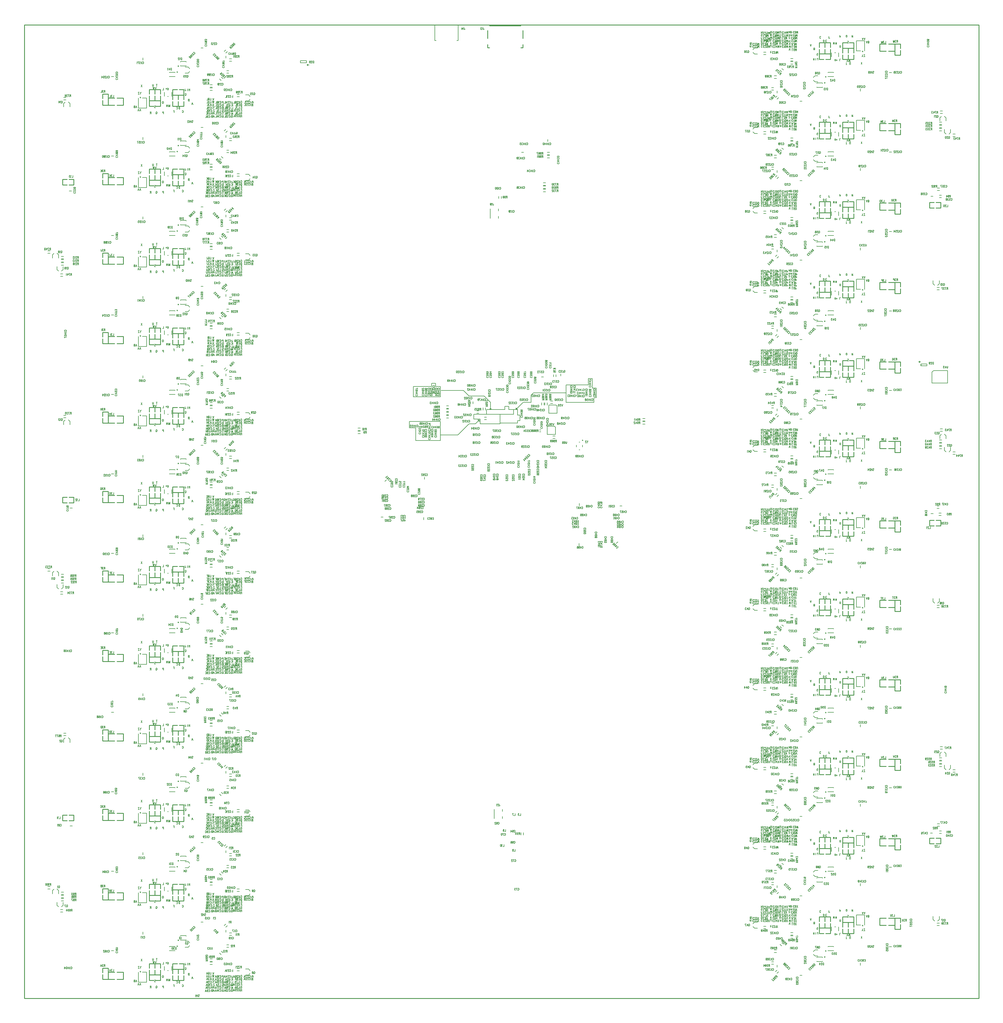
<source format=gbo>
*
*
G04 PADS9.1 Build Number: 384028 generated Gerber (RS-274-X) file*
G04 PC Version=2.1*
*
%IN "radiant_v1_finalcheck.p"*%
*
%MOIN*%
*
%FSLAX35Y35*%
*
*
*
*
G04 PC Standard Apertures*
*
*
G04 Thermal Relief Aperture macro.*
%AMTER*
1,1,$1,0,0*
1,0,$1-$2,0,0*
21,0,$3,$4,0,0,45*
21,0,$3,$4,0,0,135*
%
*
*
G04 Annular Aperture macro.*
%AMANN*
1,1,$1,0,0*
1,0,$2,0,0*
%
*
*
G04 Odd Aperture macro.*
%AMODD*
1,1,$1,0,0*
1,0,$1-0.005,0,0*
%
*
*
G04 PC Custom Aperture Macros*
*
*
*
*
*
*
G04 PC Aperture Table*
*
%ADD010C,0.001*%
%ADD128C,0.008*%
%ADD131C,0.005*%
%ADD134C,0.01*%
%ADD135C,0.007*%
%ADD351C,0.00787*%
%ADD352C,0.00787*%
*
*
*
*
G04 PC Circuitry*
G04 Layer Name radiant_v1_finalcheck.p - circuitry*
%LPD*%
*
*
G04 PC Custom Flashes*
G04 Layer Name radiant_v1_finalcheck.p - flashes*
%LPD*%
*
*
G04 PC Circuitry*
G04 Layer Name radiant_v1_finalcheck.p - circuitry*
%LPD*%
*
G54D10*
G54D128*
G01X249000Y183400D02*
Y180600D01*
X160400Y317000D02*
X157600D01*
X243398Y232899D02*
Y220299D01*
X253798*
Y232899*
X248598*
X243398Y332899D02*
Y320299D01*
X253798*
Y332899*
X248598*
X243398Y432899D02*
Y420299D01*
X253798*
Y432899*
X248598*
X243398Y132899D02*
Y120299D01*
X253798*
Y132899*
X248598*
X281198Y434999D02*
X279998D01*
X285322Y435118D02*
Y440079D01*
X276267Y435118D02*
Y440079D01*
X281198Y134999D02*
X279998D01*
X285322Y135118D02*
Y140079D01*
X276267Y135118D02*
Y140079D01*
X281198Y234999D02*
X279998D01*
X285322Y235118D02*
Y240079D01*
X276267Y235118D02*
Y240079D01*
X281198Y334999D02*
X279998D01*
X285322Y335118D02*
Y340079D01*
X276267Y335118D02*
Y340079D01*
X249000Y283400D02*
Y280600D01*
Y383400D02*
Y380600D01*
X212400Y360000D02*
X209600D01*
X249000Y483400D02*
Y480600D01*
X212400Y460000D02*
X209600D01*
X243398Y532899D02*
Y520299D01*
X253798*
Y532899*
X248598*
X243398Y632899D02*
Y620299D01*
X253798*
Y632899*
X248598*
X243398Y732899D02*
Y720299D01*
X253798*
Y732899*
X248598*
X243398Y832899D02*
Y820299D01*
X253798*
Y832899*
X248598*
X281198Y534999D02*
X279998D01*
X285322Y535118D02*
Y540079D01*
X276267Y535118D02*
Y540079D01*
X281198Y634999D02*
X279998D01*
X285322Y635118D02*
Y640079D01*
X276267Y635118D02*
Y640079D01*
X281198Y734999D02*
X279998D01*
X285322Y735118D02*
Y740079D01*
X276267Y735118D02*
Y740079D01*
X281198Y834999D02*
X279998D01*
X285322Y835118D02*
Y840079D01*
X276267Y835118D02*
Y840079D01*
X353500Y183100D02*
Y185900D01*
X324900Y196000D02*
X322100D01*
X212400Y160000D02*
X209600D01*
X353500Y283100D02*
Y285900D01*
X324900Y296000D02*
X322100D01*
X212400Y260000D02*
X209600D01*
X353500Y383100D02*
Y385900D01*
X324900Y396000D02*
X322100D01*
X353500Y483100D02*
Y485900D01*
X324900Y496000D02*
X322100D01*
X353500Y583100D02*
Y585900D01*
X324900Y596000D02*
X322100D01*
X249000Y683400D02*
Y680600D01*
Y583400D02*
Y580600D01*
X353500Y683100D02*
Y685900D01*
X324900Y696000D02*
X322100D01*
X249000Y783400D02*
Y780600D01*
Y883400D02*
Y880600D01*
X212400Y560000D02*
X209600D01*
X353500Y783100D02*
Y785900D01*
X324900Y796000D02*
X322100D01*
X212400Y660000D02*
X209600D01*
X353500Y883100D02*
Y885900D01*
X324900Y896000D02*
X322100D01*
X212400Y760000D02*
X209600D01*
X212400Y860000D02*
X209600D01*
X160400Y717000D02*
X157600D01*
X243398Y932899D02*
Y920299D01*
X253798*
Y932899*
X248598*
X243398Y1032899D02*
Y1020299D01*
X253798*
Y1032899*
X248598*
X243398Y1132899D02*
Y1120299D01*
X253798*
Y1132899*
X248598*
X243398Y1232899D02*
Y1220299D01*
X253798*
Y1232899*
X248598*
X249000Y1183400D02*
Y1180600D01*
Y1083400D02*
Y1080600D01*
Y983400D02*
Y980600D01*
X212400Y1060000D02*
X209600D01*
X212400Y1160000D02*
X209600D01*
X212400Y1260000D02*
X209600D01*
X212400Y960000D02*
X209600D01*
X249000Y1283400D02*
Y1280600D01*
X324900Y1296000D02*
X322100D01*
X353500Y1283100D02*
Y1285900D01*
Y1183100D02*
Y1185900D01*
X324900Y1196000D02*
X322100D01*
X159400Y1116000D02*
X156600D01*
X324900Y996000D02*
X322100D01*
X353500Y983100D02*
Y985900D01*
Y1083100D02*
Y1085900D01*
X324900Y1096000D02*
X322100D01*
X281198Y1234999D02*
X279998D01*
X285322Y1235118D02*
Y1240079D01*
X276267Y1235118D02*
Y1240079D01*
X281198Y1034999D02*
X279998D01*
X285322Y1035118D02*
Y1040079D01*
X276267Y1035118D02*
Y1040079D01*
X281198Y934999D02*
X279998D01*
X285322Y935118D02*
Y940079D01*
X276267Y935118D02*
Y940079D01*
X281198Y1134999D02*
X279998D01*
X285322Y1135118D02*
Y1140079D01*
X276267Y1135118D02*
Y1140079D01*
X551200Y705500D02*
X548400D01*
X602300Y702300D02*
Y705100D01*
X1156602Y192101D02*
Y204701D01*
X1146202*
Y192101*
X1151402*
X1156602Y1292101D02*
Y1304701D01*
X1146202*
Y1292101*
X1151402*
X1156602Y1192101D02*
Y1204701D01*
X1146202*
Y1192101*
X1151402*
X1156602Y1092101D02*
Y1104701D01*
X1146202*
Y1092101*
X1151402*
X1156602Y992101D02*
Y1004701D01*
X1146202*
Y992101*
X1151402*
X1156602Y892101D02*
Y904701D01*
X1146202*
Y892101*
X1151402*
X1156602Y792101D02*
Y804701D01*
X1146202*
Y792101*
X1151402*
X1156602Y692101D02*
Y704701D01*
X1146202*
Y692101*
X1151402*
X1156602Y592101D02*
Y604701D01*
X1146202*
Y592101*
X1151402*
X1156602Y492101D02*
Y504701D01*
X1146202*
Y492101*
X1151402*
X1156602Y392101D02*
Y404701D01*
X1146202*
Y392101*
X1151402*
X1156602Y292101D02*
Y304701D01*
X1146202*
Y292101*
X1151402*
X1239700Y1109100D02*
X1242500D01*
X1118802Y1290001D02*
X1120002D01*
X1114678Y1289882D02*
Y1284921D01*
X1123733Y1289882D02*
Y1284921D01*
X1118802Y290001D02*
X1120002D01*
X1114678Y289882D02*
Y284921D01*
X1123733Y289882D02*
Y284921D01*
X1118802Y190001D02*
X1120002D01*
X1114678Y189882D02*
Y184921D01*
X1123733Y189882D02*
Y184921D01*
X1118802Y490001D02*
X1120002D01*
X1114678Y489882D02*
Y484921D01*
X1123733Y489882D02*
Y484921D01*
X1118802Y590001D02*
X1120002D01*
X1114678Y589882D02*
Y584921D01*
X1123733Y589882D02*
Y584921D01*
X1118802Y690001D02*
X1120002D01*
X1114678Y689882D02*
Y684921D01*
X1123733Y689882D02*
Y684921D01*
X1118802Y790001D02*
X1120002D01*
X1114678Y789882D02*
Y784921D01*
X1123733Y789882D02*
Y784921D01*
X1118802Y890001D02*
X1120002D01*
X1114678Y889882D02*
Y884921D01*
X1123733Y889882D02*
Y884921D01*
X1118802Y990001D02*
X1120002D01*
X1114678Y989882D02*
Y984921D01*
X1123733Y989882D02*
Y984921D01*
X1118802Y1090001D02*
X1120002D01*
X1114678Y1089882D02*
Y1084921D01*
X1123733Y1089882D02*
Y1084921D01*
X1118802Y1190001D02*
X1120002D01*
X1114678Y1189882D02*
Y1184921D01*
X1123733Y1189882D02*
Y1184921D01*
X1118802Y390001D02*
X1120002D01*
X1114678Y389882D02*
Y384921D01*
X1123733Y389882D02*
Y384921D01*
X1151000Y1141600D02*
Y1144400D01*
Y941600D02*
Y944400D01*
X1187600Y1165000D02*
X1190400D01*
X1187600Y965000D02*
X1190400D01*
X1046500Y941900D02*
Y939100D01*
X1075100Y929000D02*
X1077900D01*
X1046500Y1041900D02*
Y1039100D01*
X1075100Y1029000D02*
X1077900D01*
X1046500Y1141900D02*
Y1139100D01*
X1075100Y1129000D02*
X1077900D01*
X1046500Y1241900D02*
Y1239100D01*
X1075100Y1229000D02*
X1077900D01*
X1151000Y1241600D02*
Y1244400D01*
Y1041600D02*
Y1044400D01*
X1187600Y1265000D02*
X1190400D01*
X1187600Y1065000D02*
X1190400D01*
X848800Y719500D02*
X851600D01*
X797700Y722700D02*
Y719900D01*
X1046500Y841900D02*
Y839100D01*
X1075100Y829000D02*
X1077900D01*
X1151000Y841600D02*
Y844400D01*
Y741600D02*
Y744400D01*
Y641600D02*
Y644400D01*
X1046500Y741900D02*
Y739100D01*
X1075100Y729000D02*
X1077900D01*
X1151000Y541600D02*
Y544400D01*
X1187600Y865000D02*
X1190400D01*
X1046500Y641900D02*
Y639100D01*
X1075100Y629000D02*
X1077900D01*
X1187600Y765000D02*
X1190400D01*
X1187600Y665000D02*
X1190400D01*
X1046500Y541900D02*
Y539100D01*
X1075100Y529000D02*
X1077900D01*
X1187600Y565000D02*
X1190400D01*
X1239900Y709700D02*
X1242700D01*
X1151000Y441600D02*
Y444400D01*
X1046500Y441900D02*
Y439100D01*
X1075100Y429000D02*
X1077900D01*
X1151000Y241600D02*
Y244400D01*
X1046500Y341900D02*
Y339100D01*
X1075100Y329000D02*
X1077900D01*
X1187600Y465000D02*
X1190400D01*
X1046500Y241900D02*
Y239100D01*
X1075100Y229000D02*
X1077900D01*
X1187600Y265000D02*
X1190400D01*
X1046500Y141900D02*
Y139100D01*
X1075100Y129000D02*
X1077900D01*
X1151000Y341600D02*
Y344400D01*
Y141600D02*
Y144400D01*
X1187600Y365000D02*
X1190400D01*
X1187600Y165000D02*
X1190400D01*
X1239100Y308000D02*
X1241900D01*
X758000Y1178100D02*
Y1180900D01*
X727900Y1164500D02*
X725100D01*
X296400Y173800D02*
Y173200D01*
X303600*
Y173800*
Y178200D02*
Y178800D01*
X296400*
Y178200*
X289600Y164700D02*
Y165300D01*
X282400*
Y164700*
Y160300D02*
Y159700D01*
X289600*
Y160300*
X296400Y273800D02*
Y273200D01*
X303600*
Y273800*
Y278200D02*
Y278800D01*
X296400*
Y278200*
X289600Y264700D02*
Y265300D01*
X282400*
Y264700*
Y260300D02*
Y259700D01*
X289600*
Y260300*
X296400Y373800D02*
Y373200D01*
X303600*
Y373800*
Y378200D02*
Y378800D01*
X296400*
Y378200*
X289600Y364700D02*
Y365300D01*
X282400*
Y364700*
Y360300D02*
Y359700D01*
X289600*
Y360300*
X296400Y473800D02*
Y473200D01*
X303600*
Y473800*
Y478200D02*
Y478800D01*
X296400*
Y478200*
X289600Y464700D02*
Y465300D01*
X282400*
Y464700*
Y460300D02*
Y459700D01*
X289600*
Y460300*
X296400Y573800D02*
Y573200D01*
X303600*
Y573800*
Y578200D02*
Y578800D01*
X296400*
Y578200*
X289600Y564700D02*
Y565300D01*
X282400*
Y564700*
Y560300D02*
Y559700D01*
X289600*
Y560300*
X296400Y673800D02*
Y673200D01*
X303600*
Y673800*
Y678200D02*
Y678800D01*
X296400*
Y678200*
X289600Y664700D02*
Y665300D01*
X282400*
Y664700*
Y660300D02*
Y659700D01*
X289600*
Y660300*
Y764700D02*
Y765300D01*
X282400*
Y764700*
Y760300D02*
Y759700D01*
X289600*
Y760300*
X296400Y773800D02*
Y773200D01*
X303600*
Y773800*
Y778200D02*
Y778800D01*
X296400*
Y778200*
Y873800D02*
Y873200D01*
X303600*
Y873800*
Y878200D02*
Y878800D01*
X296400*
Y878200*
X289600Y864700D02*
Y865300D01*
X282400*
Y864700*
Y860300D02*
Y859700D01*
X289600*
Y860300*
X296400Y973800D02*
Y973200D01*
X303600*
Y973800*
Y978200D02*
Y978800D01*
X296400*
Y978200*
X289600Y964700D02*
Y965300D01*
X282400*
Y964700*
Y960300D02*
Y959700D01*
X289600*
Y960300*
X296400Y1073800D02*
Y1073200D01*
X303600*
Y1073800*
Y1078200D02*
Y1078800D01*
X296400*
Y1078200*
X289600Y1064700D02*
Y1065300D01*
X282400*
Y1064700*
Y1060300D02*
Y1059700D01*
X289600*
Y1060300*
X296400Y1173800D02*
Y1173200D01*
X303600*
Y1173800*
Y1178200D02*
Y1178800D01*
X296400*
Y1178200*
X289600Y1164700D02*
Y1165300D01*
X282400*
Y1164700*
Y1160300D02*
Y1159700D01*
X289600*
Y1160300*
X296400Y1273800D02*
Y1273200D01*
X303600*
Y1273800*
Y1278200D02*
Y1278800D01*
X296400*
Y1278200*
X289600Y1264700D02*
Y1265300D01*
X282400*
Y1264700*
Y1260300D02*
Y1259700D01*
X289600*
Y1260300*
X1103600Y1251200D02*
Y1251800D01*
X1096400*
Y1251200*
Y1246800D02*
Y1246200D01*
X1103600*
Y1246800*
X1110400Y1260300D02*
Y1259700D01*
X1117600*
Y1260300*
Y1264700D02*
Y1265300D01*
X1110400*
Y1264700*
X1103600Y1151200D02*
Y1151800D01*
X1096400*
Y1151200*
Y1146800D02*
Y1146200D01*
X1103600*
Y1146800*
X1110400Y1160300D02*
Y1159700D01*
X1117600*
Y1160300*
Y1164700D02*
Y1165300D01*
X1110400*
Y1164700*
X1103600Y1051200D02*
Y1051800D01*
X1096400*
Y1051200*
Y1046800D02*
Y1046200D01*
X1103600*
Y1046800*
X1110400Y1060300D02*
Y1059700D01*
X1117600*
Y1060300*
Y1064700D02*
Y1065300D01*
X1110400*
Y1064700*
X1103600Y951200D02*
Y951800D01*
X1096400*
Y951200*
Y946800D02*
Y946200D01*
X1103600*
Y946800*
X1110400Y960300D02*
Y959700D01*
X1117600*
Y960300*
Y964700D02*
Y965300D01*
X1110400*
Y964700*
X1103600Y851200D02*
Y851800D01*
X1096400*
Y851200*
Y846800D02*
Y846200D01*
X1103600*
Y846800*
X1110400Y860300D02*
Y859700D01*
X1117600*
Y860300*
Y864700D02*
Y865300D01*
X1110400*
Y864700*
X1103600Y751200D02*
Y751800D01*
X1096400*
Y751200*
Y746800D02*
Y746200D01*
X1103600*
Y746800*
X1110400Y760300D02*
Y759700D01*
X1117600*
Y760300*
Y764700D02*
Y765300D01*
X1110400*
Y764700*
X1103600Y651200D02*
Y651800D01*
X1096400*
Y651200*
Y646800D02*
Y646200D01*
X1103600*
Y646800*
X1110400Y660300D02*
Y659700D01*
X1117600*
Y660300*
Y664700D02*
Y665300D01*
X1110400*
Y664700*
X1103600Y551200D02*
Y551800D01*
X1096400*
Y551200*
Y546800D02*
Y546200D01*
X1103600*
Y546800*
X1110400Y560300D02*
Y559700D01*
X1117600*
Y560300*
Y564700D02*
Y565300D01*
X1110400*
Y564700*
X1103600Y451200D02*
Y451800D01*
X1096400*
Y451200*
Y446800D02*
Y446200D01*
X1103600*
Y446800*
X1110400Y460300D02*
Y459700D01*
X1117600*
Y460300*
Y464700D02*
Y465300D01*
X1110400*
Y464700*
X1103600Y351200D02*
Y351800D01*
X1096400*
Y351200*
Y346800D02*
Y346200D01*
X1103600*
Y346800*
X1110400Y360300D02*
Y359700D01*
X1117600*
Y360300*
Y364700D02*
Y365300D01*
X1110400*
Y364700*
X1103600Y251200D02*
Y251800D01*
X1096400*
Y251200*
Y246800D02*
Y246200D01*
X1103600*
Y246800*
X1110400Y260300D02*
Y259700D01*
X1117600*
Y260300*
Y264700D02*
Y265300D01*
X1110400*
Y264700*
X1103600Y151200D02*
Y151800D01*
X1096400*
Y151200*
Y146800D02*
Y146200D01*
X1103600*
Y146800*
X1110400Y160300D02*
Y159700D01*
X1117600*
Y160300*
Y164700D02*
Y165300D01*
X1110400*
Y164700*
X774500Y883100D02*
Y885900D01*
X752900Y882000D02*
X750100D01*
X846490Y674490D02*
X844510Y672510D01*
X553510Y750510D02*
X555490Y752490D01*
X603000Y753100D02*
Y755900D01*
X797500Y672400D02*
Y669600D01*
G54D131*
X357922Y179025D02*
X360678D01*
X357922Y182175D02*
X360678D01*
X353639Y189412D02*
X355588Y191361D01*
X351412Y191639D02*
X353361Y193588D01*
X345612Y156961D02*
X347561Y155012D01*
X347839Y159188D02*
X349788Y157239D01*
X354312Y164175D02*
X357068D01*
X354312Y167325D02*
X357068D01*
X357922Y279025D02*
X360678D01*
X357922Y282175D02*
X360678D01*
X353639Y289412D02*
X355588Y291361D01*
X351412Y291639D02*
X353361Y293588D01*
X354312Y264175D02*
X357068D01*
X354312Y267325D02*
X357068D01*
X345612Y256961D02*
X347561Y255012D01*
X347839Y259188D02*
X349788Y257239D01*
X353639Y389412D02*
X355588Y391361D01*
X351412Y391639D02*
X353361Y393588D01*
X345612Y356961D02*
X347561Y355012D01*
X347839Y359188D02*
X349788Y357239D01*
X354312Y364175D02*
X357068D01*
X354312Y367325D02*
X357068D01*
X354312Y464175D02*
X357068D01*
X354312Y467325D02*
X357068D01*
X345612Y456961D02*
X347561Y455012D01*
X347839Y459188D02*
X349788Y457239D01*
X357922Y379025D02*
X360678D01*
X357922Y382175D02*
X360678D01*
X357922Y479025D02*
X360678D01*
X357922Y482175D02*
X360678D01*
X353639Y489412D02*
X355588Y491361D01*
X351412Y491639D02*
X353361Y493588D01*
X357922Y579025D02*
X360678D01*
X357922Y582175D02*
X360678D01*
X353639Y589412D02*
X355588Y591361D01*
X351412Y591639D02*
X353361Y593588D01*
X354312Y564175D02*
X357068D01*
X354312Y567325D02*
X357068D01*
X345612Y556961D02*
X347561Y555012D01*
X347839Y559188D02*
X349788Y557239D01*
X345612Y656961D02*
X347561Y655012D01*
X347839Y659188D02*
X349788Y657239D01*
X354312Y664175D02*
X357068D01*
X354312Y667325D02*
X357068D01*
X357922Y679025D02*
X360678D01*
X357922Y682175D02*
X360678D01*
X353639Y689412D02*
X355588Y691361D01*
X351412Y691639D02*
X353361Y693588D01*
X345612Y756961D02*
X347561Y755012D01*
X347839Y759188D02*
X349788Y757239D01*
X354312Y764175D02*
X357068D01*
X354312Y767325D02*
X357068D01*
X357922Y779025D02*
X360678D01*
X357922Y782175D02*
X360678D01*
X353639Y789412D02*
X355588Y791361D01*
X351412Y791639D02*
X353361Y793588D01*
X345612Y856961D02*
X347561Y855012D01*
X347839Y859188D02*
X349788Y857239D01*
X353639Y889412D02*
X355588Y891361D01*
X351412Y891639D02*
X353361Y893588D01*
X357922Y879025D02*
X360678D01*
X357922Y882175D02*
X360678D01*
X354312Y864175D02*
X357068D01*
X354312Y867325D02*
X357068D01*
X724425Y308378D02*
Y305622D01*
X727575Y308378D02*
Y305622D01*
X149378Y225575D02*
X146622D01*
X149378Y222425D02*
X146622D01*
Y226425D02*
X149378D01*
X146622Y229575D02*
X149378D01*
X146622Y230425D02*
X149378D01*
X146622Y233575D02*
X149378D01*
X146622Y626425D02*
X149378D01*
X146622Y629575D02*
X149378D01*
X146622Y630425D02*
X149378D01*
X146622Y633575D02*
X149378D01*
Y625575D02*
X146622D01*
X149378Y622425D02*
X146622D01*
X345612Y956961D02*
X347561Y955012D01*
X347839Y959188D02*
X349788Y957239D01*
X354312Y964175D02*
X357068D01*
X354312Y967325D02*
X357068D01*
X357922Y979025D02*
X360678D01*
X357922Y982175D02*
X360678D01*
X353639Y989412D02*
X355588Y991361D01*
X351412Y991639D02*
X353361Y993588D01*
X146622Y1026425D02*
X149378D01*
X146622Y1029575D02*
X149378D01*
X146622Y1030425D02*
X149378D01*
X146622Y1033575D02*
X149378D01*
X353639Y1189412D02*
X355588Y1191361D01*
X351412Y1191639D02*
X353361Y1193588D01*
X357922Y1179025D02*
X360678D01*
X357922Y1182175D02*
X360678D01*
X354312Y1164175D02*
X357068D01*
X354312Y1167325D02*
X357068D01*
X353639Y1089412D02*
X355588Y1091361D01*
X351412Y1091639D02*
X353361Y1093588D01*
X357922Y1079025D02*
X360678D01*
X357922Y1082175D02*
X360678D01*
X354312Y1064175D02*
X357068D01*
X354312Y1067325D02*
X357068D01*
X345612Y1056961D02*
X347561Y1055012D01*
X347839Y1059188D02*
X349788Y1057239D01*
X149378Y1025575D02*
X146622D01*
X149378Y1022425D02*
X146622D01*
X345612Y1156961D02*
X347561Y1155012D01*
X347839Y1159188D02*
X349788Y1157239D01*
X353639Y1289412D02*
X355588Y1291361D01*
X351412Y1291639D02*
X353361Y1293588D01*
X357922Y1279025D02*
X360678D01*
X357922Y1282175D02*
X360678D01*
X354312Y1264175D02*
X357068D01*
X354312Y1267325D02*
X357068D01*
X345612Y1256961D02*
X347561Y1255012D01*
X347839Y1259188D02*
X349788Y1257239D01*
X519622Y810425D02*
X522378D01*
X519622Y813575D02*
X522378D01*
X519622Y814425D02*
X522378D01*
X519622Y817575D02*
X522378D01*
X880378Y829575D02*
X877622D01*
X880378Y826425D02*
X877622D01*
X880378Y825575D02*
X877622D01*
X880378Y822425D02*
X877622D01*
X1250622Y1199425D02*
X1253378D01*
X1250622Y1202575D02*
X1253378D01*
Y1198575D02*
X1250622D01*
X1253378Y1195425D02*
X1250622D01*
X1253378Y1194575D02*
X1250622D01*
X1253378Y1191425D02*
X1250622D01*
X1054388Y1268039D02*
X1052439Y1269988D01*
X1052161Y1265812D02*
X1050212Y1267761D01*
X1045688Y1260825D02*
X1042932D01*
X1045688Y1257675D02*
X1042932D01*
X1042078Y1245975D02*
X1039322D01*
X1042078Y1242825D02*
X1039322D01*
X1046361Y1235588D02*
X1044412Y1233639D01*
X1048588Y1233361D02*
X1046639Y1231412D01*
X1046361Y1135588D02*
X1044412Y1133639D01*
X1048588Y1133361D02*
X1046639Y1131412D01*
X1042078Y1145975D02*
X1039322D01*
X1042078Y1142825D02*
X1039322D01*
X1045688Y1160825D02*
X1042932D01*
X1045688Y1157675D02*
X1042932D01*
X1054388Y1168039D02*
X1052439Y1169988D01*
X1052161Y1165812D02*
X1050212Y1167761D01*
X1046361Y1035588D02*
X1044412Y1033639D01*
X1048588Y1033361D02*
X1046639Y1031412D01*
X1054388Y1068039D02*
X1052439Y1069988D01*
X1052161Y1065812D02*
X1050212Y1067761D01*
X1045688Y1060825D02*
X1042932D01*
X1045688Y1057675D02*
X1042932D01*
X1042078Y1045975D02*
X1039322D01*
X1042078Y1042825D02*
X1039322D01*
X1054388Y968039D02*
X1052439Y969988D01*
X1052161Y965812D02*
X1050212Y967761D01*
X1045688Y960825D02*
X1042932D01*
X1045688Y957675D02*
X1042932D01*
X1042078Y945975D02*
X1039322D01*
X1042078Y942825D02*
X1039322D01*
X1046361Y935588D02*
X1044412Y933639D01*
X1048588Y933361D02*
X1046639Y931412D01*
X1250622Y399425D02*
X1253378D01*
X1250622Y402575D02*
X1253378D01*
Y398575D02*
X1250622D01*
X1253378Y395425D02*
X1250622D01*
X1253378Y394575D02*
X1250622D01*
X1253378Y391425D02*
X1250622D01*
X1054388Y868039D02*
X1052439Y869988D01*
X1052161Y865812D02*
X1050212Y867761D01*
X1042078Y845975D02*
X1039322D01*
X1042078Y842825D02*
X1039322D01*
X1046361Y835588D02*
X1044412Y833639D01*
X1048588Y833361D02*
X1046639Y831412D01*
X1045688Y860825D02*
X1042932D01*
X1045688Y857675D02*
X1042932D01*
X1054388Y768039D02*
X1052439Y769988D01*
X1052161Y765812D02*
X1050212Y767761D01*
X1045688Y760825D02*
X1042932D01*
X1045688Y757675D02*
X1042932D01*
X1042078Y745975D02*
X1039322D01*
X1042078Y742825D02*
X1039322D01*
X1046361Y735588D02*
X1044412Y733639D01*
X1048588Y733361D02*
X1046639Y731412D01*
X1054388Y668039D02*
X1052439Y669988D01*
X1052161Y665812D02*
X1050212Y667761D01*
X1045688Y660825D02*
X1042932D01*
X1045688Y657675D02*
X1042932D01*
X1042078Y645975D02*
X1039322D01*
X1042078Y642825D02*
X1039322D01*
X1046361Y635588D02*
X1044412Y633639D01*
X1048588Y633361D02*
X1046639Y631412D01*
X1054388Y568039D02*
X1052439Y569988D01*
X1052161Y565812D02*
X1050212Y567761D01*
X1045688Y560825D02*
X1042932D01*
X1045688Y557675D02*
X1042932D01*
X1042078Y545975D02*
X1039322D01*
X1042078Y542825D02*
X1039322D01*
X1046361Y535588D02*
X1044412Y533639D01*
X1048588Y533361D02*
X1046639Y531412D01*
X1250622Y799425D02*
X1253378D01*
X1250622Y802575D02*
X1253378D01*
Y798575D02*
X1250622D01*
X1253378Y795425D02*
X1250622D01*
X1253378Y794575D02*
X1250622D01*
X1253378Y791425D02*
X1250622D01*
X1054388Y468039D02*
X1052439Y469988D01*
X1052161Y465812D02*
X1050212Y467761D01*
X1045688Y460825D02*
X1042932D01*
X1045688Y457675D02*
X1042932D01*
X1042078Y445975D02*
X1039322D01*
X1042078Y442825D02*
X1039322D01*
X1046361Y435588D02*
X1044412Y433639D01*
X1048588Y433361D02*
X1046639Y431412D01*
X1054388Y368039D02*
X1052439Y369988D01*
X1052161Y365812D02*
X1050212Y367761D01*
X1045688Y360825D02*
X1042932D01*
X1045688Y357675D02*
X1042932D01*
X1042078Y345975D02*
X1039322D01*
X1042078Y342825D02*
X1039322D01*
X1046361Y335588D02*
X1044412Y333639D01*
X1048588Y333361D02*
X1046639Y331412D01*
X1054388Y268039D02*
X1052439Y269988D01*
X1052161Y265812D02*
X1050212Y267761D01*
X1045688Y260825D02*
X1042932D01*
X1045688Y257675D02*
X1042932D01*
X1042078Y245975D02*
X1039322D01*
X1042078Y242825D02*
X1039322D01*
X1046361Y235588D02*
X1044412Y233639D01*
X1048588Y233361D02*
X1046639Y231412D01*
X1054388Y168039D02*
X1052439Y169988D01*
X1052161Y165812D02*
X1050212Y167761D01*
X1045688Y160825D02*
X1042932D01*
X1045688Y157675D02*
X1042932D01*
X1042078Y145975D02*
X1039322D01*
X1042078Y142825D02*
X1039322D01*
X1046361Y135588D02*
X1044412Y133639D01*
X1048588Y133361D02*
X1046639Y131412D01*
X699775Y1106422D02*
Y1109178D01*
X696625Y1106422D02*
Y1109178D01*
X129622Y237425D02*
X132378D01*
X129622Y240575D02*
X132378D01*
X135363Y231563D02*
Y235500D01*
X143237Y231563D02*
Y235500D01*
X141269Y237469*
X135363Y235500D02*
X137331Y237469D01*
X149563Y421863D02*
Y425800D01*
X157437Y421863D02*
Y425800D01*
X155469Y427769*
X149563Y425800D02*
X151531Y427769D01*
X149622Y430425D02*
X152378D01*
X149622Y433575D02*
X152378D01*
X336378Y145575D02*
X333622D01*
X336378Y142425D02*
X333622D01*
Y146425D02*
X336378D01*
X333622Y149575D02*
X336378D01*
X302063Y171937D02*
X306000D01*
X302063Y164063D02*
X306000D01*
X307969Y166031*
X306000Y171937D02*
X307969Y169969D01*
X302063Y271937D02*
X306000D01*
X302063Y264063D02*
X306000D01*
X307969Y266031*
X306000Y271937D02*
X307969Y269969D01*
X302063Y371937D02*
X306000D01*
X302063Y364063D02*
X306000D01*
X307969Y366031*
X306000Y371937D02*
X307969Y369969D01*
X302063Y471937D02*
X306000D01*
X302063Y464063D02*
X306000D01*
X307969Y466031*
X306000Y471937D02*
X307969Y469969D01*
X336378Y245575D02*
X333622D01*
X336378Y242425D02*
X333622D01*
Y246425D02*
X336378D01*
X333622Y249575D02*
X336378D01*
Y345575D02*
X333622D01*
X336378Y342425D02*
X333622D01*
Y346425D02*
X336378D01*
X333622Y349575D02*
X336378D01*
Y445575D02*
X333622D01*
X336378Y442425D02*
X333622D01*
Y446425D02*
X336378D01*
X333622Y449575D02*
X336378D01*
X148937Y220937D02*
Y217000D01*
X141063Y220937D02*
Y217000D01*
X143031Y215031*
X148937Y217000D02*
X146969Y215031D01*
X148378Y211575D02*
X145622D01*
X148378Y208425D02*
X145622D01*
X378063Y136937D02*
X382000D01*
X378063Y129063D02*
X382000D01*
X383969Y131031*
X382000Y136937D02*
X383969Y134969D01*
X367622Y134425D02*
X370378D01*
X367622Y137575D02*
X370378D01*
X378063Y236937D02*
X382000D01*
X378063Y229063D02*
X382000D01*
X383969Y231031*
X382000Y236937D02*
X383969Y234969D01*
X367622Y234425D02*
X370378D01*
X367622Y237575D02*
X370378D01*
X1241157Y874126D02*
X1260843D01*
Y889874*
X1243126*
X1241157Y887906*
Y874126*
X135363Y631563D02*
Y635500D01*
X143237Y631563D02*
Y635500D01*
X141269Y637469*
X135363Y635500D02*
X137331Y637469D01*
X148937Y620937D02*
Y617000D01*
X141063Y620937D02*
Y617000D01*
X143031Y615031*
X148937Y617000D02*
X146969Y615031D01*
X149563Y821863D02*
Y825800D01*
X157437Y821863D02*
Y825800D01*
X155469Y827769*
X149563Y825800D02*
X151531Y827769D01*
X149563Y1221863D02*
Y1225800D01*
X157437Y1221863D02*
Y1225800D01*
X155469Y1227769*
X149563Y1225800D02*
X151531Y1227769D01*
X1250437Y1003137D02*
Y999200D01*
X1242563Y1003137D02*
Y999200D01*
X1244531Y997231*
X1250437Y999200D02*
X1248469Y997231D01*
X1250437Y603137D02*
Y599200D01*
X1242563Y603137D02*
Y599200D01*
X1244531Y597231*
X1250437Y599200D02*
X1248469Y597231D01*
X1250437Y203137D02*
Y199200D01*
X1242563Y203137D02*
Y199200D01*
X1244531Y197231*
X1250437Y199200D02*
X1248469Y197231D01*
X135363Y1031563D02*
Y1035500D01*
X143237Y1031563D02*
Y1035500D01*
X141269Y1037469*
X135363Y1035500D02*
X137331Y1037469D01*
X148937Y1020937D02*
Y1017000D01*
X141063Y1020937D02*
Y1017000D01*
X143031Y1015031*
X148937Y1017000D02*
X146969Y1015031D01*
X1264637Y1193437D02*
Y1189500D01*
X1256763Y1193437D02*
Y1189500D01*
X1258731Y1187531*
X1264637Y1189500D02*
X1262669Y1187531D01*
X1251063Y1204063D02*
Y1208000D01*
X1258937Y1204063D02*
Y1208000D01*
X1256969Y1209969*
X1251063Y1208000D02*
X1253031Y1209969D01*
X1264637Y793437D02*
Y789500D01*
X1256763Y793437D02*
Y789500D01*
X1258731Y787531*
X1264637Y789500D02*
X1262669Y787531D01*
X1251063Y804063D02*
Y808000D01*
X1258937Y804063D02*
Y808000D01*
X1256969Y809969*
X1251063Y808000D02*
X1253031Y809969D01*
X1264637Y393437D02*
Y389500D01*
X1256763Y393437D02*
Y389500D01*
X1258731Y387531*
X1264637Y389500D02*
X1262669Y387531D01*
X1251063Y404063D02*
Y408000D01*
X1258937Y404063D02*
Y408000D01*
X1256969Y409969*
X1251063Y408000D02*
X1253031Y409969D01*
X378063Y536937D02*
X382000D01*
X378063Y529063D02*
X382000D01*
X383969Y531031*
X382000Y536937D02*
X383969Y534969D01*
X378063Y636937D02*
X382000D01*
X378063Y629063D02*
X382000D01*
X383969Y631031*
X382000Y636937D02*
X383969Y634969D01*
X378063Y736937D02*
X382000D01*
X378063Y729063D02*
X382000D01*
X383969Y731031*
X382000Y736937D02*
X383969Y734969D01*
X378063Y836937D02*
X382000D01*
X378063Y829063D02*
X382000D01*
X383969Y831031*
X382000Y836937D02*
X383969Y834969D01*
X378063Y936937D02*
X382000D01*
X378063Y929063D02*
X382000D01*
X383969Y931031*
X382000Y936937D02*
X383969Y934969D01*
X378063Y336937D02*
X382000D01*
X378063Y329063D02*
X382000D01*
X383969Y331031*
X382000Y336937D02*
X383969Y334969D01*
X378063Y436937D02*
X382000D01*
X378063Y429063D02*
X382000D01*
X383969Y431031*
X382000Y436937D02*
X383969Y434969D01*
X378063Y1036937D02*
X382000D01*
X378063Y1029063D02*
X382000D01*
X383969Y1031031*
X382000Y1036937D02*
X383969Y1034969D01*
X378063Y1136937D02*
X382000D01*
X378063Y1129063D02*
X382000D01*
X383969Y1131031*
X382000Y1136937D02*
X383969Y1134969D01*
X378063Y1236937D02*
X382000D01*
X378063Y1229063D02*
X382000D01*
X383969Y1231031*
X382000Y1236937D02*
X383969Y1234969D01*
X1021937Y1288063D02*
X1018000D01*
X1021937Y1295937D02*
X1018000D01*
X1016031Y1293969*
X1018000Y1288063D02*
X1016031Y1290031D01*
X1021937Y1188063D02*
X1018000D01*
X1021937Y1195937D02*
X1018000D01*
X1016031Y1193969*
X1018000Y1188063D02*
X1016031Y1190031D01*
X1021937Y1088063D02*
X1018000D01*
X1021937Y1095937D02*
X1018000D01*
X1016031Y1093969*
X1018000Y1088063D02*
X1016031Y1090031D01*
X1021937Y988063D02*
X1018000D01*
X1021937Y995937D02*
X1018000D01*
X1016031Y993969*
X1018000Y988063D02*
X1016031Y990031D01*
X1021937Y888063D02*
X1018000D01*
X1021937Y895937D02*
X1018000D01*
X1016031Y893969*
X1018000Y888063D02*
X1016031Y890031D01*
X1021937Y788063D02*
X1018000D01*
X1021937Y795937D02*
X1018000D01*
X1016031Y793969*
X1018000Y788063D02*
X1016031Y790031D01*
X1021937Y688063D02*
X1018000D01*
X1021937Y695937D02*
X1018000D01*
X1016031Y693969*
X1018000Y688063D02*
X1016031Y690031D01*
X1021937Y588063D02*
X1018000D01*
X1021937Y595937D02*
X1018000D01*
X1016031Y593969*
X1018000Y588063D02*
X1016031Y590031D01*
X1021937Y488063D02*
X1018000D01*
X1021937Y495937D02*
X1018000D01*
X1016031Y493969*
X1018000Y488063D02*
X1016031Y490031D01*
X1021937Y388063D02*
X1018000D01*
X1021937Y395937D02*
X1018000D01*
X1016031Y393969*
X1018000Y388063D02*
X1016031Y390031D01*
X1021937Y288063D02*
X1018000D01*
X1021937Y295937D02*
X1018000D01*
X1016031Y293969*
X1018000Y288063D02*
X1016031Y290031D01*
X1021937Y188063D02*
X1018000D01*
X1021937Y195937D02*
X1018000D01*
X1016031Y193969*
X1018000Y188063D02*
X1016031Y190031D01*
X302063Y571937D02*
X306000D01*
X302063Y564063D02*
X306000D01*
X307969Y566031*
X306000Y571937D02*
X307969Y569969D01*
X302063Y671937D02*
X306000D01*
X302063Y664063D02*
X306000D01*
X307969Y666031*
X306000Y671937D02*
X307969Y669969D01*
X302063Y771937D02*
X306000D01*
X302063Y764063D02*
X306000D01*
X307969Y766031*
X306000Y771937D02*
X307969Y769969D01*
X302063Y871937D02*
X306000D01*
X302063Y864063D02*
X306000D01*
X307969Y866031*
X306000Y871937D02*
X307969Y869969D01*
X302063Y971937D02*
X306000D01*
X302063Y964063D02*
X306000D01*
X307969Y966031*
X306000Y971937D02*
X307969Y969969D01*
X302063Y1071937D02*
X306000D01*
X302063Y1064063D02*
X306000D01*
X307969Y1066031*
X306000Y1071937D02*
X307969Y1069969D01*
X302063Y1171937D02*
X306000D01*
X302063Y1164063D02*
X306000D01*
X307969Y1166031*
X306000Y1171937D02*
X307969Y1169969D01*
X302063Y1271937D02*
X306000D01*
X302063Y1264063D02*
X306000D01*
X307969Y1266031*
X306000Y1271937D02*
X307969Y1269969D01*
X1097937Y1253063D02*
X1094000D01*
X1097937Y1260937D02*
X1094000D01*
X1092031Y1258969*
X1094000Y1253063D02*
X1092031Y1255031D01*
X1097937Y1153063D02*
X1094000D01*
X1097937Y1160937D02*
X1094000D01*
X1092031Y1158969*
X1094000Y1153063D02*
X1092031Y1155031D01*
X1097937Y1053063D02*
X1094000D01*
X1097937Y1060937D02*
X1094000D01*
X1092031Y1058969*
X1094000Y1053063D02*
X1092031Y1055031D01*
X1097937Y953063D02*
X1094000D01*
X1097937Y960937D02*
X1094000D01*
X1092031Y958969*
X1094000Y953063D02*
X1092031Y955031D01*
X1097937Y853063D02*
X1094000D01*
X1097937Y860937D02*
X1094000D01*
X1092031Y858969*
X1094000Y853063D02*
X1092031Y855031D01*
X1097937Y753063D02*
X1094000D01*
X1097937Y760937D02*
X1094000D01*
X1092031Y758969*
X1094000Y753063D02*
X1092031Y755031D01*
X1097937Y653063D02*
X1094000D01*
X1097937Y660937D02*
X1094000D01*
X1092031Y658969*
X1094000Y653063D02*
X1092031Y655031D01*
X1097937Y553063D02*
X1094000D01*
X1097937Y560937D02*
X1094000D01*
X1092031Y558969*
X1094000Y553063D02*
X1092031Y555031D01*
X1097937Y453063D02*
X1094000D01*
X1097937Y460937D02*
X1094000D01*
X1092031Y458969*
X1094000Y453063D02*
X1092031Y455031D01*
X1097937Y353063D02*
X1094000D01*
X1097937Y360937D02*
X1094000D01*
X1092031Y358969*
X1094000Y353063D02*
X1092031Y355031D01*
X1097937Y253063D02*
X1094000D01*
X1097937Y260937D02*
X1094000D01*
X1092031Y258969*
X1094000Y253063D02*
X1092031Y255031D01*
X1097937Y153063D02*
X1094000D01*
X1097937Y160937D02*
X1094000D01*
X1092031Y158969*
X1094000Y153063D02*
X1092031Y155031D01*
X149622Y830425D02*
X152378D01*
X149622Y833575D02*
X152378D01*
X149622Y1230425D02*
X152378D01*
X149622Y1233575D02*
X152378D01*
X129622Y637425D02*
X132378D01*
X129622Y640575D02*
X132378D01*
X148378Y611575D02*
X145622D01*
X148378Y608425D02*
X145622D01*
X129622Y1037425D02*
X132378D01*
X129622Y1040575D02*
X132378D01*
X148378Y1011575D02*
X145622D01*
X148378Y1008425D02*
X145622D01*
X367622Y334425D02*
X370378D01*
X367622Y337575D02*
X370378D01*
X367622Y434425D02*
X370378D01*
X367622Y437575D02*
X370378D01*
X367622Y534425D02*
X370378D01*
X367622Y537575D02*
X370378D01*
X367622Y634425D02*
X370378D01*
X367622Y637575D02*
X370378D01*
X367622Y734425D02*
X370378D01*
X367622Y737575D02*
X370378D01*
X367622Y834425D02*
X370378D01*
X367622Y837575D02*
X370378D01*
X367622Y934425D02*
X370378D01*
X367622Y937575D02*
X370378D01*
X367622Y1034425D02*
X370378D01*
X367622Y1037575D02*
X370378D01*
X367622Y1134425D02*
X370378D01*
X367622Y1137575D02*
X370378D01*
X367622Y1234425D02*
X370378D01*
X367622Y1237575D02*
X370378D01*
X336378Y545575D02*
X333622D01*
X336378Y542425D02*
X333622D01*
Y546425D02*
X336378D01*
X333622Y549575D02*
X336378D01*
X333622Y646425D02*
X336378D01*
X333622Y649575D02*
X336378D01*
Y645575D02*
X333622D01*
X336378Y642425D02*
X333622D01*
Y746425D02*
X336378D01*
X333622Y749575D02*
X336378D01*
Y745575D02*
X333622D01*
X336378Y742425D02*
X333622D01*
Y846425D02*
X336378D01*
X333622Y849575D02*
X336378D01*
Y845575D02*
X333622D01*
X336378Y842425D02*
X333622D01*
X336378Y945575D02*
X333622D01*
X336378Y942425D02*
X333622D01*
Y946425D02*
X336378D01*
X333622Y949575D02*
X336378D01*
Y1045575D02*
X333622D01*
X336378Y1042425D02*
X333622D01*
Y1046425D02*
X336378D01*
X333622Y1049575D02*
X336378D01*
Y1145575D02*
X333622D01*
X336378Y1142425D02*
X333622D01*
Y1146425D02*
X336378D01*
X333622Y1149575D02*
X336378D01*
Y1245575D02*
X333622D01*
X336378Y1242425D02*
X333622D01*
Y1246425D02*
X336378D01*
X333622Y1249575D02*
X336378D01*
X630822Y834225D02*
X633578D01*
X630822Y837375D02*
X633578D01*
X630822Y830225D02*
X633578D01*
X630822Y833375D02*
X633578D01*
X630822Y842225D02*
X633578D01*
X630822Y845375D02*
X633578D01*
X630822Y838225D02*
X633578D01*
X630822Y841375D02*
X633578D01*
X1250378Y994575D02*
X1247622D01*
X1250378Y991425D02*
X1247622D01*
X1250378Y594575D02*
X1247622D01*
X1250378Y591425D02*
X1247622D01*
X1250378Y194575D02*
X1247622D01*
X1250378Y191425D02*
X1247622D01*
X1270378Y1187575D02*
X1267622D01*
X1270378Y1184425D02*
X1267622D01*
X1251622Y1213425D02*
X1254378D01*
X1251622Y1216575D02*
X1254378D01*
X1251622Y813425D02*
X1254378D01*
X1251622Y816575D02*
X1254378D01*
X1270378Y787575D02*
X1267622D01*
X1270378Y784425D02*
X1267622D01*
X1270378Y387575D02*
X1267622D01*
X1270378Y384425D02*
X1267622D01*
X1251622Y413425D02*
X1254378D01*
X1251622Y416575D02*
X1254378D01*
X1032378Y190575D02*
X1029622D01*
X1032378Y187425D02*
X1029622D01*
X1032378Y1290575D02*
X1029622D01*
X1032378Y1287425D02*
X1029622D01*
X1032378Y790575D02*
X1029622D01*
X1032378Y787425D02*
X1029622D01*
X1032378Y690575D02*
X1029622D01*
X1032378Y687425D02*
X1029622D01*
X1032378Y990575D02*
X1029622D01*
X1032378Y987425D02*
X1029622D01*
X1032378Y490575D02*
X1029622D01*
X1032378Y487425D02*
X1029622D01*
X1032378Y1090575D02*
X1029622D01*
X1032378Y1087425D02*
X1029622D01*
X1032378Y590575D02*
X1029622D01*
X1032378Y587425D02*
X1029622D01*
X1032378Y1190575D02*
X1029622D01*
X1032378Y1187425D02*
X1029622D01*
X1032378Y290575D02*
X1029622D01*
X1032378Y287425D02*
X1029622D01*
X1032378Y890575D02*
X1029622D01*
X1032378Y887425D02*
X1029622D01*
X1032378Y390575D02*
X1029622D01*
X1032378Y387425D02*
X1029622D01*
X1063622Y1279425D02*
X1066378D01*
X1063622Y1282575D02*
X1066378D01*
Y1278575D02*
X1063622D01*
X1066378Y1275425D02*
X1063622D01*
Y1179425D02*
X1066378D01*
X1063622Y1182575D02*
X1066378D01*
Y1178575D02*
X1063622D01*
X1066378Y1175425D02*
X1063622D01*
Y1079425D02*
X1066378D01*
X1063622Y1082575D02*
X1066378D01*
Y1078575D02*
X1063622D01*
X1066378Y1075425D02*
X1063622D01*
Y979425D02*
X1066378D01*
X1063622Y982575D02*
X1066378D01*
Y978575D02*
X1063622D01*
X1066378Y975425D02*
X1063622D01*
Y879425D02*
X1066378D01*
X1063622Y882575D02*
X1066378D01*
Y878575D02*
X1063622D01*
X1066378Y875425D02*
X1063622D01*
Y779425D02*
X1066378D01*
X1063622Y782575D02*
X1066378D01*
Y778575D02*
X1063622D01*
X1066378Y775425D02*
X1063622D01*
Y679425D02*
X1066378D01*
X1063622Y682575D02*
X1066378D01*
Y678575D02*
X1063622D01*
X1066378Y675425D02*
X1063622D01*
Y579425D02*
X1066378D01*
X1063622Y582575D02*
X1066378D01*
Y578575D02*
X1063622D01*
X1066378Y575425D02*
X1063622D01*
Y479425D02*
X1066378D01*
X1063622Y482575D02*
X1066378D01*
Y478575D02*
X1063622D01*
X1066378Y475425D02*
X1063622D01*
Y379425D02*
X1066378D01*
X1063622Y382575D02*
X1066378D01*
Y378575D02*
X1063622D01*
X1066378Y375425D02*
X1063622D01*
Y279425D02*
X1066378D01*
X1063622Y282575D02*
X1066378D01*
Y278575D02*
X1063622D01*
X1066378Y275425D02*
X1063622D01*
Y179425D02*
X1066378D01*
X1063622Y182575D02*
X1066378D01*
Y178575D02*
X1063622D01*
X1066378Y175425D02*
X1063622D01*
X752622Y1122925D02*
X755378D01*
X752622Y1126075D02*
X755378D01*
X752622Y1114925D02*
X755378D01*
X752622Y1118075D02*
X755378D01*
X752622Y1118925D02*
X755378D01*
X752622Y1122075D02*
X755378D01*
X681078Y831175D02*
X678322D01*
X681078Y828025D02*
X678322D01*
X671578Y839275D02*
X668822D01*
X671578Y836125D02*
X668822D01*
X664075Y848222D02*
Y850978D01*
X660925Y848222D02*
Y850978D01*
X679825Y840322D02*
Y843078D01*
X676675Y840322D02*
Y843078D01*
X764622Y804425D02*
X767378D01*
X764622Y807575D02*
X767378D01*
X750425Y849378D02*
Y846622D01*
X753575Y849378D02*
Y846622D01*
X757575D02*
Y849378D01*
X754425Y846622D02*
Y849378D01*
X761622Y848425D02*
X764378D01*
X761622Y851575D02*
X764378D01*
X757622Y1161425D02*
X760378D01*
X757622Y1164575D02*
X760378D01*
X749313Y815181D02*
X747687D01*
X749313Y812819D02*
X747687D01*
X757622Y1157425D02*
X760378D01*
X757622Y1160575D02*
X760378D01*
X768575Y882122D02*
Y884878D01*
X765425Y882122D02*
Y884878D01*
X798591Y799921D02*
X797409D01*
X798591Y790079D02*
X797409D01*
X794063Y796181D02*
Y793819D01*
X801937Y796181D02*
Y793819D01*
X802528Y802087D02*
G75*
G03X802528I-591J0D01*
G01X1250422Y307425D02*
X1253178D01*
X1250422Y310575D02*
X1253178D01*
X1250678Y319575D02*
X1247922D01*
X1250678Y316425D02*
X1247922D01*
X1250178Y719575D02*
X1247422D01*
X1250178Y716425D02*
X1247422D01*
X1249922Y707425D02*
X1252678D01*
X1249922Y710575D02*
X1252678D01*
X1250422Y1107425D02*
X1253178D01*
X1250422Y1110575D02*
X1253178D01*
X1250678Y1119575D02*
X1247922D01*
X1250678Y1116425D02*
X1247922D01*
G54D134*
X156200Y330500D02*
X162000D01*
Y323500*
X156200*
X153800Y330500D02*
X148000D01*
Y323500*
X153800*
X246498Y233499D02*
G03X246498I-500J0D01*
G01Y333499D02*
G03X246498I-500J0D01*
G01Y433499D02*
G03X246498I-500J0D01*
G01Y133499D02*
G03X246498I-500J0D01*
G01X279098Y444499D02*
G03X279098I-500J0D01*
G01Y144499D02*
G03X279098I-500J0D01*
G01Y244499D02*
G03X279098I-500J0D01*
G01Y344499D02*
G03X279098I-500J0D01*
G01X216500Y133000D02*
X224500D01*
Y124000*
X216500*
X213500Y133000D02*
X205500D01*
Y124000*
X213500*
X216500Y233000D02*
X224500D01*
Y224000*
X216500*
X213500Y233000D02*
X205500D01*
Y224000*
X213500*
X216500Y333000D02*
X224500D01*
Y324000*
X216500*
X213500Y333000D02*
X205500D01*
Y324000*
X213500*
X216500Y433000D02*
X224500D01*
Y424000*
X216500*
X213500Y433000D02*
X205500D01*
Y424000*
X213500*
X198500Y432200D02*
Y438000D01*
X205500*
Y432200*
X198500Y429800D02*
Y424000D01*
X205500*
Y429800*
X198500Y132200D02*
Y138000D01*
X205500*
Y132200*
X198500Y129800D02*
Y124000D01*
X205500*
Y129800*
X198500Y232200D02*
Y238000D01*
X205500*
Y232200*
X198500Y229800D02*
Y224000D01*
X205500*
Y229800*
X257098Y137799D02*
Y143599D01*
X264098*
Y137799*
X257098Y135399D02*
Y129599D01*
X264098*
Y135399*
X262898Y122599D02*
X257098D01*
Y129599*
X262898*
X265298Y122599D02*
X271098D01*
Y129599*
X265298*
X271098Y135399D02*
Y129599D01*
X264098*
Y135399*
X271098Y137799D02*
Y143599D01*
X264098*
Y137799*
X293598Y128399D02*
Y122599D01*
X286598*
Y128399*
X293598Y130799D02*
Y136599D01*
X286598*
Y130799*
X292398Y136599D02*
X286598D01*
Y143599*
X292398*
X294798Y136599D02*
X300598D01*
Y143599*
X294798*
X293598Y130799D02*
Y136599D01*
X300598*
Y130799*
X293598Y128399D02*
Y122599D01*
X300598*
Y128399*
X293598Y230799D02*
Y236599D01*
X300598*
Y230799*
X293598Y228399D02*
Y222599D01*
X300598*
Y228399*
X292398Y236599D02*
X286598D01*
Y243599*
X292398*
X294798Y236599D02*
X300598D01*
Y243599*
X294798*
X293598Y228399D02*
Y222599D01*
X286598*
Y228399*
X293598Y230799D02*
Y236599D01*
X286598*
Y230799*
X271098Y235399D02*
Y229599D01*
X264098*
Y235399*
X271098Y237799D02*
Y243599D01*
X264098*
Y237799*
X262898Y222599D02*
X257098D01*
Y229599*
X262898*
X265298Y222599D02*
X271098D01*
Y229599*
X265298*
X257098Y237799D02*
Y243599D01*
X264098*
Y237799*
X257098Y235399D02*
Y229599D01*
X264098*
Y235399*
X293598Y330799D02*
Y336599D01*
X300598*
Y330799*
X293598Y328399D02*
Y322599D01*
X300598*
Y328399*
X292398Y336599D02*
X286598D01*
Y343599*
X292398*
X294798Y336599D02*
X300598D01*
Y343599*
X294798*
X293598Y328399D02*
Y322599D01*
X286598*
Y328399*
X293598Y330799D02*
Y336599D01*
X286598*
Y330799*
X271098Y335399D02*
Y329599D01*
X264098*
Y335399*
X271098Y337799D02*
Y343599D01*
X264098*
Y337799*
X262898Y322599D02*
X257098D01*
Y329599*
X262898*
X265298Y322599D02*
X271098D01*
Y329599*
X265298*
X257098Y337799D02*
Y343599D01*
X264098*
Y337799*
X257098Y335399D02*
Y329599D01*
X264098*
Y335399*
X293598Y430799D02*
Y436599D01*
X300598*
Y430799*
X293598Y428399D02*
Y422599D01*
X300598*
Y428399*
X292398Y436599D02*
X286598D01*
Y443599*
X292398*
X294798Y436599D02*
X300598D01*
Y443599*
X294798*
X293598Y428399D02*
Y422599D01*
X286598*
Y428399*
X293598Y430799D02*
Y436599D01*
X286598*
Y430799*
X271098Y435399D02*
Y429599D01*
X264098*
Y435399*
X271098Y437799D02*
Y443599D01*
X264098*
Y437799*
X262898Y422599D02*
X257098D01*
Y429599*
X262898*
X265298Y422599D02*
X271098D01*
Y429599*
X265298*
X257098Y437799D02*
Y443599D01*
X264098*
Y437799*
X257098Y435399D02*
Y429599D01*
X264098*
Y435399*
X246498Y533499D02*
G03X246498I-500J0D01*
G01Y633499D02*
G03X246498I-500J0D01*
G01Y733499D02*
G03X246498I-500J0D01*
G01Y833499D02*
G03X246498I-500J0D01*
G01X279098Y544499D02*
G03X279098I-500J0D01*
G01Y644499D02*
G03X279098I-500J0D01*
G01Y744499D02*
G03X279098I-500J0D01*
G01Y844499D02*
G03X279098I-500J0D01*
G01X216500Y533000D02*
X224500D01*
Y524000*
X216500*
X213500Y533000D02*
X205500D01*
Y524000*
X213500*
X216500Y633000D02*
X224500D01*
Y624000*
X216500*
X213500Y633000D02*
X205500D01*
Y624000*
X213500*
X216500Y733000D02*
X224500D01*
Y724000*
X216500*
X213500Y733000D02*
X205500D01*
Y724000*
X213500*
X216500Y833000D02*
X224500D01*
Y824000*
X216500*
X213500Y833000D02*
X205500D01*
Y824000*
X213500*
X198500Y632200D02*
Y638000D01*
X205500*
Y632200*
X198500Y629800D02*
Y624000D01*
X205500*
Y629800*
X198500Y732200D02*
Y738000D01*
X205500*
Y732200*
X198500Y729800D02*
Y724000D01*
X205500*
Y729800*
X198500Y832200D02*
Y838000D01*
X205500*
Y832200*
X198500Y829800D02*
Y824000D01*
X205500*
Y829800*
X198500Y332200D02*
Y338000D01*
X205500*
Y332200*
X198500Y329800D02*
Y324000D01*
X205500*
Y329800*
X198500Y532200D02*
Y538000D01*
X205500*
Y532200*
X198500Y529800D02*
Y524000D01*
X205500*
Y529800*
X292398Y536599D02*
X286598D01*
Y543599*
X292398*
X294798Y536599D02*
X300598D01*
Y543599*
X294798*
X293598Y530799D02*
Y536599D01*
X300598*
Y530799*
X293598Y528399D02*
Y522599D01*
X300598*
Y528399*
X293598D02*
Y522599D01*
X286598*
Y528399*
X293598Y530799D02*
Y536599D01*
X286598*
Y530799*
X271098Y535399D02*
Y529599D01*
X264098*
Y535399*
X271098Y537799D02*
Y543599D01*
X264098*
Y537799*
X262898Y522599D02*
X257098D01*
Y529599*
X262898*
X265298Y522599D02*
X271098D01*
Y529599*
X265298*
X257098Y537799D02*
Y543599D01*
X264098*
Y537799*
X257098Y535399D02*
Y529599D01*
X264098*
Y535399*
X293598Y630799D02*
Y636599D01*
X300598*
Y630799*
X293598Y628399D02*
Y622599D01*
X300598*
Y628399*
X292398Y636599D02*
X286598D01*
Y643599*
X292398*
X294798Y636599D02*
X300598D01*
Y643599*
X294798*
X293598Y628399D02*
Y622599D01*
X286598*
Y628399*
X293598Y630799D02*
Y636599D01*
X286598*
Y630799*
X271098Y635399D02*
Y629599D01*
X264098*
Y635399*
X271098Y637799D02*
Y643599D01*
X264098*
Y637799*
X262898Y622599D02*
X257098D01*
Y629599*
X262898*
X265298Y622599D02*
X271098D01*
Y629599*
X265298*
X257098Y637799D02*
Y643599D01*
X264098*
Y637799*
X257098Y635399D02*
Y629599D01*
X264098*
Y635399*
X293598Y730799D02*
Y736599D01*
X300598*
Y730799*
X293598Y728399D02*
Y722599D01*
X300598*
Y728399*
X292398Y736599D02*
X286598D01*
Y743599*
X292398*
X294798Y736599D02*
X300598D01*
Y743599*
X294798*
X293598Y728399D02*
Y722599D01*
X286598*
Y728399*
X293598Y730799D02*
Y736599D01*
X286598*
Y730799*
X271098Y735399D02*
Y729599D01*
X264098*
Y735399*
X271098Y737799D02*
Y743599D01*
X264098*
Y737799*
X262898Y722599D02*
X257098D01*
Y729599*
X262898*
X265298Y722599D02*
X271098D01*
Y729599*
X265298*
X257098Y737799D02*
Y743599D01*
X264098*
Y737799*
X257098Y735399D02*
Y729599D01*
X264098*
Y735399*
X293598Y830799D02*
Y836599D01*
X300598*
Y830799*
X293598Y828399D02*
Y822599D01*
X300598*
Y828399*
X292398Y836599D02*
X286598D01*
Y843599*
X292398*
X294798Y836599D02*
X300598D01*
Y843599*
X294798*
X293598Y828399D02*
Y822599D01*
X286598*
Y828399*
X293598Y830799D02*
Y836599D01*
X286598*
Y830799*
X271098Y835399D02*
Y829599D01*
X264098*
Y835399*
X271098Y837799D02*
Y843599D01*
X264098*
Y837799*
X262898Y822599D02*
X257098D01*
Y829599*
X262898*
X265298Y822599D02*
X271098D01*
Y829599*
X265298*
X257098Y837799D02*
Y843599D01*
X264098*
Y837799*
X257098Y835399D02*
Y829599D01*
X264098*
Y835399*
X156200Y730500D02*
X162000D01*
Y723500*
X156200*
X153800Y730500D02*
X148000D01*
Y723500*
X153800*
X246498Y933499D02*
G03X246498I-500J0D01*
G01Y1033499D02*
G03X246498I-500J0D01*
G01Y1133499D02*
G03X246498I-500J0D01*
G01Y1233499D02*
G03X246498I-500J0D01*
G01X292398Y936599D02*
X286598D01*
Y943599*
X292398*
X294798Y936599D02*
X300598D01*
Y943599*
X294798*
X293598Y930799D02*
Y936599D01*
X300598*
Y930799*
X293598Y928399D02*
Y922599D01*
X300598*
Y928399*
X257098Y1037799D02*
Y1043599D01*
X264098*
Y1037799*
X257098Y1035399D02*
Y1029599D01*
X264098*
Y1035399*
X262898Y1022599D02*
X257098D01*
Y1029599*
X262898*
X265298Y1022599D02*
X271098D01*
Y1029599*
X265298*
X271098Y1035399D02*
Y1029599D01*
X264098*
Y1035399*
X271098Y1037799D02*
Y1043599D01*
X264098*
Y1037799*
X293598Y1230799D02*
Y1236599D01*
X300598*
Y1230799*
X293598Y1228399D02*
Y1222599D01*
X300598*
Y1228399*
X292398Y1236599D02*
X286598D01*
Y1243599*
X292398*
X294798Y1236599D02*
X300598D01*
Y1243599*
X294798*
X293598Y1228399D02*
Y1222599D01*
X286598*
Y1228399*
X293598Y1230799D02*
Y1236599D01*
X286598*
Y1230799*
X271098Y1235399D02*
Y1229599D01*
X264098*
Y1235399*
X271098Y1237799D02*
Y1243599D01*
X264098*
Y1237799*
X262898Y1222599D02*
X257098D01*
Y1229599*
X262898*
X265298Y1222599D02*
X271098D01*
Y1229599*
X265298*
X257098Y1237799D02*
Y1243599D01*
X264098*
Y1237799*
X257098Y1235399D02*
Y1229599D01*
X264098*
Y1235399*
X293598Y1130799D02*
Y1136599D01*
X300598*
Y1130799*
X293598Y1128399D02*
Y1122599D01*
X300598*
Y1128399*
X292398Y1136599D02*
X286598D01*
Y1143599*
X292398*
X294798Y1136599D02*
X300598D01*
Y1143599*
X294798*
X293598Y1128399D02*
Y1122599D01*
X286598*
Y1128399*
X293598Y1130799D02*
Y1136599D01*
X286598*
Y1130799*
X271098Y1135399D02*
Y1129599D01*
X264098*
Y1135399*
X271098Y1137799D02*
Y1143599D01*
X264098*
Y1137799*
X262898Y1122599D02*
X257098D01*
Y1129599*
X262898*
X265298Y1122599D02*
X271098D01*
Y1129599*
X265298*
X257098Y1137799D02*
Y1143599D01*
X264098*
Y1137799*
X257098Y1135399D02*
Y1129599D01*
X264098*
Y1135399*
X293598Y1030799D02*
Y1036599D01*
X300598*
Y1030799*
X293598Y1028399D02*
Y1022599D01*
X300598*
Y1028399*
X292398Y1036599D02*
X286598D01*
Y1043599*
X292398*
X294798Y1036599D02*
X300598D01*
Y1043599*
X294798*
X293598Y1028399D02*
Y1022599D01*
X286598*
Y1028399*
X293598Y1030799D02*
Y1036599D01*
X286598*
Y1030799*
X156200Y1130500D02*
X162000D01*
Y1123500*
X156200*
X153800Y1130500D02*
X148000D01*
Y1123500*
X153800*
X257098Y937799D02*
Y943599D01*
X264098*
Y937799*
X257098Y935399D02*
Y929599D01*
X264098*
Y935399*
X262898Y922599D02*
X257098D01*
Y929599*
X262898*
X265298Y922599D02*
X271098D01*
Y929599*
X265298*
X271098Y935399D02*
Y929599D01*
X264098*
Y935399*
X271098Y937799D02*
Y943599D01*
X264098*
Y937799*
X293598Y928399D02*
Y922599D01*
X286598*
Y928399*
X293598Y930799D02*
Y936599D01*
X286598*
Y930799*
X198500Y932200D02*
Y938000D01*
X205500*
Y932200*
X198500Y929800D02*
Y924000D01*
X205500*
Y929800*
X198500Y1032200D02*
Y1038000D01*
X205500*
Y1032200*
X198500Y1029800D02*
Y1024000D01*
X205500*
Y1029800*
X198500Y1132200D02*
Y1138000D01*
X205500*
Y1132200*
X198500Y1129800D02*
Y1124000D01*
X205500*
Y1129800*
X198500Y1232200D02*
Y1238000D01*
X205500*
Y1232200*
X198500Y1229800D02*
Y1224000D01*
X205500*
Y1229800*
X216500Y933000D02*
X224500D01*
Y924000*
X216500*
X213500Y933000D02*
X205500D01*
Y924000*
X213500*
X216500Y1033000D02*
X224500D01*
Y1024000*
X216500*
X213500Y1033000D02*
X205500D01*
Y1024000*
X213500*
X216500Y1133000D02*
X224500D01*
Y1124000*
X216500*
X213500Y1133000D02*
X205500D01*
Y1124000*
X213500*
X216500Y1233000D02*
X224500D01*
Y1224000*
X216500*
X213500Y1233000D02*
X205500D01*
Y1224000*
X213500*
X279098Y1244499D02*
G03X279098I-500J0D01*
G01Y1044499D02*
G03X279098I-500J0D01*
G01Y944499D02*
G03X279098I-500J0D01*
G01Y1144499D02*
G03X279098I-500J0D01*
G01X1154502Y191501D02*
G03X1154502I-500J0D01*
G01Y1291501D02*
G03X1154502I-500J0D01*
G01Y1191501D02*
G03X1154502I-500J0D01*
G01Y1091501D02*
G03X1154502I-500J0D01*
G01Y991501D02*
G03X1154502I-500J0D01*
G01Y891501D02*
G03X1154502I-500J0D01*
G01Y791501D02*
G03X1154502I-500J0D01*
G01Y691501D02*
G03X1154502I-500J0D01*
G01Y591501D02*
G03X1154502I-500J0D01*
G01Y491501D02*
G03X1154502I-500J0D01*
G01Y391501D02*
G03X1154502I-500J0D01*
G01Y291501D02*
G03X1154502I-500J0D01*
G01X1183500Y1092000D02*
X1175500D01*
Y1101000*
X1183500*
X1186500Y1092000D02*
X1194500D01*
Y1101000*
X1186500*
X1183500Y992000D02*
X1175500D01*
Y1001000*
X1183500*
X1186500Y992000D02*
X1194500D01*
Y1001000*
X1186500*
X1183500Y892000D02*
X1175500D01*
Y901000*
X1183500*
X1186500Y892000D02*
X1194500D01*
Y901000*
X1186500*
X1183500Y792000D02*
X1175500D01*
Y801000*
X1183500*
X1186500Y792000D02*
X1194500D01*
Y801000*
X1186500*
X1183500Y692000D02*
X1175500D01*
Y701000*
X1183500*
X1186500Y692000D02*
X1194500D01*
Y701000*
X1186500*
X1183500Y592000D02*
X1175500D01*
Y601000*
X1183500*
X1186500Y592000D02*
X1194500D01*
Y601000*
X1186500*
X1183500Y492000D02*
X1175500D01*
Y501000*
X1183500*
X1186500Y492000D02*
X1194500D01*
Y501000*
X1186500*
X1183500Y392000D02*
X1175500D01*
Y401000*
X1183500*
X1186500Y392000D02*
X1194500D01*
Y401000*
X1186500*
X1183500Y292000D02*
X1175500D01*
Y301000*
X1183500*
X1186500Y292000D02*
X1194500D01*
Y301000*
X1186500*
X1183500Y192000D02*
X1175500D01*
Y201000*
X1183500*
X1186500Y192000D02*
X1194500D01*
Y201000*
X1186500*
X1201500Y1092800D02*
Y1087000D01*
X1194500*
Y1092800*
X1201500Y1095200D02*
Y1101000D01*
X1194500*
Y1095200*
X1201500Y992800D02*
Y987000D01*
X1194500*
Y992800*
X1201500Y995200D02*
Y1001000D01*
X1194500*
Y995200*
X1201500Y892800D02*
Y887000D01*
X1194500*
Y892800*
X1201500Y895200D02*
Y901000D01*
X1194500*
Y895200*
X1201500Y792800D02*
Y787000D01*
X1194500*
Y792800*
X1201500Y795200D02*
Y801000D01*
X1194500*
Y795200*
X1201500Y692800D02*
Y687000D01*
X1194500*
Y692800*
X1201500Y695200D02*
Y701000D01*
X1194500*
Y695200*
X1201500Y592800D02*
Y587000D01*
X1194500*
Y592800*
X1201500Y595200D02*
Y601000D01*
X1194500*
Y595200*
X1201500Y392800D02*
Y387000D01*
X1194500*
Y392800*
X1201500Y395200D02*
Y401000D01*
X1194500*
Y395200*
X1201500Y292800D02*
Y287000D01*
X1194500*
Y292800*
X1201500Y295200D02*
Y301000D01*
X1194500*
Y295200*
X1201500Y192800D02*
Y187000D01*
X1194500*
Y192800*
X1201500Y195200D02*
Y201000D01*
X1194500*
Y195200*
X1243800Y1094500D02*
X1238000D01*
Y1101500*
X1243800*
X1246200Y1094500D02*
X1252000D01*
Y1101500*
X1246200*
X1121902Y1280501D02*
G03X1121902I-500J0D01*
G01Y280501D02*
G03X1121902I-500J0D01*
G01Y180501D02*
G03X1121902I-500J0D01*
G01Y480501D02*
G03X1121902I-500J0D01*
G01Y580501D02*
G03X1121902I-500J0D01*
G01Y680501D02*
G03X1121902I-500J0D01*
G01Y780501D02*
G03X1121902I-500J0D01*
G01Y880501D02*
G03X1121902I-500J0D01*
G01Y980501D02*
G03X1121902I-500J0D01*
G01Y1080501D02*
G03X1121902I-500J0D01*
G01Y1180501D02*
G03X1121902I-500J0D01*
G01Y380501D02*
G03X1121902I-500J0D01*
G01X1142902Y1287201D02*
Y1281401D01*
X1135902*
Y1287201*
X1142902Y1289601D02*
Y1295401D01*
X1135902*
Y1289601*
X1137102Y1302401D02*
X1142902D01*
Y1295401*
X1137102*
X1134702Y1302401D02*
X1128902D01*
Y1295401*
X1134702*
X1128902Y1289601D02*
Y1295401D01*
X1135902*
Y1289601*
X1128902Y1287201D02*
Y1281401D01*
X1135902*
Y1287201*
X1106402Y1296601D02*
Y1302401D01*
X1113402*
Y1296601*
X1106402Y1294201D02*
Y1288401D01*
X1113402*
Y1294201*
X1107602Y1288401D02*
X1113402D01*
Y1281401*
X1107602*
X1105202Y1288401D02*
X1099402D01*
Y1281401*
X1105202*
X1106402Y1294201D02*
Y1288401D01*
X1099402*
Y1294201*
X1106402Y1296601D02*
Y1302401D01*
X1099402*
Y1296601*
X1106402Y1194201D02*
Y1188401D01*
X1099402*
Y1194201*
X1106402Y1196601D02*
Y1202401D01*
X1099402*
Y1196601*
X1107602Y1188401D02*
X1113402D01*
Y1181401*
X1107602*
X1105202Y1188401D02*
X1099402D01*
Y1181401*
X1105202*
X1106402Y1196601D02*
Y1202401D01*
X1113402*
Y1196601*
X1106402Y1194201D02*
Y1188401D01*
X1113402*
Y1194201*
X1128902Y1189601D02*
Y1195401D01*
X1135902*
Y1189601*
X1128902Y1187201D02*
Y1181401D01*
X1135902*
Y1187201*
X1137102Y1202401D02*
X1142902D01*
Y1195401*
X1137102*
X1134702Y1202401D02*
X1128902D01*
Y1195401*
X1134702*
X1142902Y1187201D02*
Y1181401D01*
X1135902*
Y1187201*
X1142902Y1189601D02*
Y1195401D01*
X1135902*
Y1189601*
X1106402Y1096601D02*
Y1102401D01*
X1113402*
Y1096601*
X1106402Y1094201D02*
Y1088401D01*
X1113402*
Y1094201*
X1142902Y1087201D02*
Y1081401D01*
X1135902*
Y1087201*
X1142902Y1089601D02*
Y1095401D01*
X1135902*
Y1089601*
X1106402Y1094201D02*
Y1088401D01*
X1099402*
Y1094201*
X1106402Y1096601D02*
Y1102401D01*
X1099402*
Y1096601*
X1137102Y1102401D02*
X1142902D01*
Y1095401*
X1137102*
X1134702Y1102401D02*
X1128902D01*
Y1095401*
X1134702*
X1128902Y1089601D02*
Y1095401D01*
X1135902*
Y1089601*
X1128902Y1087201D02*
Y1081401D01*
X1135902*
Y1087201*
X1107602Y1088401D02*
X1113402D01*
Y1081401*
X1107602*
X1105202Y1088401D02*
X1099402D01*
Y1081401*
X1105202*
X1183500Y1192000D02*
X1175500D01*
Y1201000*
X1183500*
X1186500Y1192000D02*
X1194500D01*
Y1201000*
X1186500*
X1201500Y1192800D02*
Y1187000D01*
X1194500*
Y1192800*
X1201500Y1195200D02*
Y1201000D01*
X1194500*
Y1195200*
X1183500Y1292000D02*
X1175500D01*
Y1301000*
X1183500*
X1186500Y1292000D02*
X1194500D01*
Y1301000*
X1186500*
X1201500Y1292800D02*
Y1287000D01*
X1194500*
Y1292800*
X1201500Y1295200D02*
Y1301000D01*
X1194500*
Y1295200*
X1106402Y996601D02*
Y1002401D01*
X1113402*
Y996601*
X1106402Y994201D02*
Y988401D01*
X1113402*
Y994201*
X1142902Y987201D02*
Y981401D01*
X1135902*
Y987201*
X1142902Y989601D02*
Y995401D01*
X1135902*
Y989601*
X1106402Y994201D02*
Y988401D01*
X1099402*
Y994201*
X1106402Y996601D02*
Y1002401D01*
X1099402*
Y996601*
X1137102Y1002401D02*
X1142902D01*
Y995401*
X1137102*
X1134702Y1002401D02*
X1128902D01*
Y995401*
X1134702*
X1128902Y989601D02*
Y995401D01*
X1135902*
Y989601*
X1128902Y987201D02*
Y981401D01*
X1135902*
Y987201*
X1107602Y988401D02*
X1113402D01*
Y981401*
X1107602*
X1105202Y988401D02*
X1099402D01*
Y981401*
X1105202*
X1243800Y694500D02*
X1238000D01*
Y701500*
X1243800*
X1246200Y694500D02*
X1252000D01*
Y701500*
X1246200*
X1106402Y896601D02*
Y902401D01*
X1113402*
Y896601*
X1106402Y894201D02*
Y888401D01*
X1113402*
Y894201*
X1142902Y887201D02*
Y881401D01*
X1135902*
Y887201*
X1142902Y889601D02*
Y895401D01*
X1135902*
Y889601*
X1106402Y894201D02*
Y888401D01*
X1099402*
Y894201*
X1106402Y896601D02*
Y902401D01*
X1099402*
Y896601*
X1137102Y902401D02*
X1142902D01*
Y895401*
X1137102*
X1134702Y902401D02*
X1128902D01*
Y895401*
X1134702*
X1128902Y889601D02*
Y895401D01*
X1135902*
Y889601*
X1128902Y887201D02*
Y881401D01*
X1135902*
Y887201*
X1107602Y888401D02*
X1113402D01*
Y881401*
X1107602*
X1105202Y888401D02*
X1099402D01*
Y881401*
X1105202*
X1106402Y796601D02*
Y802401D01*
X1113402*
Y796601*
X1106402Y794201D02*
Y788401D01*
X1113402*
Y794201*
X1142902Y787201D02*
Y781401D01*
X1135902*
Y787201*
X1142902Y789601D02*
Y795401D01*
X1135902*
Y789601*
X1106402Y794201D02*
Y788401D01*
X1099402*
Y794201*
X1106402Y796601D02*
Y802401D01*
X1099402*
Y796601*
X1137102Y802401D02*
X1142902D01*
Y795401*
X1137102*
X1134702Y802401D02*
X1128902D01*
Y795401*
X1134702*
X1128902Y789601D02*
Y795401D01*
X1135902*
Y789601*
X1128902Y787201D02*
Y781401D01*
X1135902*
Y787201*
X1107602Y788401D02*
X1113402D01*
Y781401*
X1107602*
X1105202Y788401D02*
X1099402D01*
Y781401*
X1105202*
X1106402Y694201D02*
Y688401D01*
X1099402*
Y694201*
X1106402Y696601D02*
Y702401D01*
X1099402*
Y696601*
X1142902Y687201D02*
Y681401D01*
X1135902*
Y687201*
X1142902Y689601D02*
Y695401D01*
X1135902*
Y689601*
X1106402Y696601D02*
Y702401D01*
X1113402*
Y696601*
X1106402Y694201D02*
Y688401D01*
X1113402*
Y694201*
X1137102Y702401D02*
X1142902D01*
Y695401*
X1137102*
X1134702Y702401D02*
X1128902D01*
Y695401*
X1134702*
X1128902Y689601D02*
Y695401D01*
X1135902*
Y689601*
X1128902Y687201D02*
Y681401D01*
X1135902*
Y687201*
X1107602Y688401D02*
X1113402D01*
Y681401*
X1107602*
X1105202Y688401D02*
X1099402D01*
Y681401*
X1105202*
X1106402Y596601D02*
Y602401D01*
X1113402*
Y596601*
X1106402Y594201D02*
Y588401D01*
X1113402*
Y594201*
X1142902Y587201D02*
Y581401D01*
X1135902*
Y587201*
X1142902Y589601D02*
Y595401D01*
X1135902*
Y589601*
X1106402Y594201D02*
Y588401D01*
X1099402*
Y594201*
X1106402Y596601D02*
Y602401D01*
X1099402*
Y596601*
X1128902Y589601D02*
Y595401D01*
X1135902*
Y589601*
X1128902Y587201D02*
Y581401D01*
X1135902*
Y587201*
X1137102Y602401D02*
X1142902D01*
Y595401*
X1137102*
X1134702Y602401D02*
X1128902D01*
Y595401*
X1134702*
X1107602Y588401D02*
X1113402D01*
Y581401*
X1107602*
X1105202Y588401D02*
X1099402D01*
Y581401*
X1105202*
X1106402Y494201D02*
Y488401D01*
X1099402*
Y494201*
X1106402Y496601D02*
Y502401D01*
X1099402*
Y496601*
X1107602Y488401D02*
X1113402D01*
Y481401*
X1107602*
X1105202Y488401D02*
X1099402D01*
Y481401*
X1105202*
X1128902Y489601D02*
Y495401D01*
X1135902*
Y489601*
X1128902Y487201D02*
Y481401D01*
X1135902*
Y487201*
X1137102Y502401D02*
X1142902D01*
Y495401*
X1137102*
X1134702Y502401D02*
X1128902D01*
Y495401*
X1134702*
X1142902Y487201D02*
Y481401D01*
X1135902*
Y487201*
X1142902Y489601D02*
Y495401D01*
X1135902*
Y489601*
X1106402Y496601D02*
Y502401D01*
X1113402*
Y496601*
X1106402Y494201D02*
Y488401D01*
X1113402*
Y494201*
X1106402Y394201D02*
Y388401D01*
X1099402*
Y394201*
X1106402Y396601D02*
Y402401D01*
X1099402*
Y396601*
X1107602Y388401D02*
X1113402D01*
Y381401*
X1107602*
X1105202Y388401D02*
X1099402D01*
Y381401*
X1105202*
X1128902Y389601D02*
Y395401D01*
X1135902*
Y389601*
X1128902Y387201D02*
Y381401D01*
X1135902*
Y387201*
X1137102Y402401D02*
X1142902D01*
Y395401*
X1137102*
X1134702Y402401D02*
X1128902D01*
Y395401*
X1134702*
X1142902Y387201D02*
Y381401D01*
X1135902*
Y387201*
X1142902Y389601D02*
Y395401D01*
X1135902*
Y389601*
X1106402Y396601D02*
Y402401D01*
X1113402*
Y396601*
X1106402Y394201D02*
Y388401D01*
X1113402*
Y394201*
X1106402Y294201D02*
Y288401D01*
X1099402*
Y294201*
X1106402Y296601D02*
Y302401D01*
X1099402*
Y296601*
X1107602Y288401D02*
X1113402D01*
Y281401*
X1107602*
X1105202Y288401D02*
X1099402D01*
Y281401*
X1105202*
X1128902Y289601D02*
Y295401D01*
X1135902*
Y289601*
X1128902Y287201D02*
Y281401D01*
X1135902*
Y287201*
X1137102Y302401D02*
X1142902D01*
Y295401*
X1137102*
X1134702Y302401D02*
X1128902D01*
Y295401*
X1134702*
X1142902Y287201D02*
Y281401D01*
X1135902*
Y287201*
X1142902Y289601D02*
Y295401D01*
X1135902*
Y289601*
X1106402Y296601D02*
Y302401D01*
X1113402*
Y296601*
X1106402Y294201D02*
Y288401D01*
X1113402*
Y294201*
X1106402Y194201D02*
Y188401D01*
X1099402*
Y194201*
X1106402Y196601D02*
Y202401D01*
X1099402*
Y196601*
X1107602Y188401D02*
X1113402D01*
Y181401*
X1107602*
X1105202Y188401D02*
X1099402D01*
Y181401*
X1105202*
X1128902Y189601D02*
Y195401D01*
X1135902*
Y189601*
X1128902Y187201D02*
Y181401D01*
X1135902*
Y187201*
X1137102Y202401D02*
X1142902D01*
Y195401*
X1137102*
X1134702Y202401D02*
X1128902D01*
Y195401*
X1134702*
X1142902Y187201D02*
Y181401D01*
X1135902*
Y187201*
X1142902Y189601D02*
Y195401D01*
X1135902*
Y189601*
X1106402Y196601D02*
Y202401D01*
X1113402*
Y196601*
X1106402Y194201D02*
Y188401D01*
X1113402*
Y194201*
X1243800Y294500D02*
X1238000D01*
Y301500*
X1243800*
X1246200Y294500D02*
X1252000D01*
Y301500*
X1246200*
X1201500Y492800D02*
Y487000D01*
X1194500*
Y492800*
X1201500Y495200D02*
Y501000D01*
X1194500*
Y495200*
X726726Y1317794D02*
Y1307952D01*
X682474Y1317794D02*
Y1307952D01*
X724285Y1323700D02*
X684915D01*
X726726Y1300078D02*
Y1296141D01*
X724285*
X682474Y1300078D02*
Y1296141D01*
X684915*
X294100Y173000D02*
G03X294100I-450J0D01*
G01X292800Y165500D02*
G03X292800I-450J0D01*
G01X294100Y273000D02*
G03X294100I-450J0D01*
G01X292800Y265500D02*
G03X292800I-450J0D01*
G01X294100Y373000D02*
G03X294100I-450J0D01*
G01X292800Y365500D02*
G03X292800I-450J0D01*
G01X294100Y473000D02*
G03X294100I-450J0D01*
G01X292800Y465500D02*
G03X292800I-450J0D01*
G01X294100Y573000D02*
G03X294100I-450J0D01*
G01X292800Y565500D02*
G03X292800I-450J0D01*
G01X294100Y673000D02*
G03X294100I-450J0D01*
G01X292800Y665500D02*
G03X292800I-450J0D01*
G01Y765500D02*
G03X292800I-450J0D01*
G01X294100Y773000D02*
G03X294100I-450J0D01*
G01Y873000D02*
G03X294100I-450J0D01*
G01X292800Y865500D02*
G03X292800I-450J0D01*
G01X294100Y973000D02*
G03X294100I-450J0D01*
G01X292800Y965500D02*
G03X292800I-450J0D01*
G01X294100Y1073000D02*
G03X294100I-450J0D01*
G01X292800Y1065500D02*
G03X292800I-450J0D01*
G01X294100Y1173000D02*
G03X294100I-450J0D01*
G01X292800Y1165500D02*
G03X292800I-450J0D01*
G01X294100Y1273000D02*
G03X294100I-450J0D01*
G01X292800Y1265500D02*
G03X292800I-450J0D01*
G01X1106800Y1252000D02*
G03X1106800I-450J0D01*
G01X1108100Y1259500D02*
G03X1108100I-450J0D01*
G01X1106800Y1152000D02*
G03X1106800I-450J0D01*
G01X1108100Y1159500D02*
G03X1108100I-450J0D01*
G01X1106800Y1052000D02*
G03X1106800I-450J0D01*
G01X1108100Y1059500D02*
G03X1108100I-450J0D01*
G01X1106800Y952000D02*
G03X1106800I-450J0D01*
G01X1108100Y959500D02*
G03X1108100I-450J0D01*
G01X1106800Y852000D02*
G03X1106800I-450J0D01*
G01X1108100Y859500D02*
G03X1108100I-450J0D01*
G01X1106800Y752000D02*
G03X1106800I-450J0D01*
G01X1108100Y759500D02*
G03X1108100I-450J0D01*
G01X1106800Y652000D02*
G03X1106800I-450J0D01*
G01X1108100Y659500D02*
G03X1108100I-450J0D01*
G01X1106800Y552000D02*
G03X1106800I-450J0D01*
G01X1108100Y559500D02*
G03X1108100I-450J0D01*
G01X1106800Y452000D02*
G03X1106800I-450J0D01*
G01X1108100Y459500D02*
G03X1108100I-450J0D01*
G01X1106800Y352000D02*
G03X1106800I-450J0D01*
G01X1108100Y359500D02*
G03X1108100I-450J0D01*
G01X1106800Y252000D02*
G03X1106800I-450J0D01*
G01X1108100Y259500D02*
G03X1108100I-450J0D01*
G01X1106800Y152000D02*
G03X1106800I-450J0D01*
G01X1108100Y159500D02*
G03X1108100I-450J0D01*
G01X100000Y1325000D02*
X1300000D01*
Y100000*
X100000*
Y1325000*
G54D135*
X616294Y1324800D02*
Y1305115D01*
X617908*
X645506Y1324800D02*
Y1305115D01*
X643892*
X338136Y301938D02*
X338227Y302188D01*
X338227D02*
X338409Y302438D01*
X338409D02*
X338591Y302563D01*
X338591D02*
X338955D01*
X338955D02*
X339136Y302438D01*
X339136D02*
X339318Y302188D01*
X339318D02*
X339409Y301938D01*
X339409D02*
X339500Y301563D01*
X339500D02*
Y300938D01*
X339500D02*
X339409Y300563D01*
X339409D02*
X339318Y300313D01*
X339318D02*
X339136Y300063D01*
X339136D02*
X338955Y299938D01*
X338955D02*
X338591D01*
X338591D02*
X338409Y300063D01*
X338409D02*
X338227Y300313D01*
X338227D02*
X338136Y300563D01*
X336136Y302563D02*
X337045D01*
X337045D02*
X337136Y301438D01*
X337136D02*
X337045Y301563D01*
X337045D02*
X336773Y301688D01*
X336773D02*
X336500D01*
X336500D02*
X336227Y301563D01*
X336227D02*
X336045Y301313D01*
X336045D02*
X335955Y300938D01*
X335955D02*
X336045Y300688D01*
X336045D02*
X336136Y300313D01*
X336136D02*
X336318Y300063D01*
X336318D02*
X336591Y299938D01*
X336591D02*
X336864D01*
X336864D02*
X337136Y300063D01*
X337136D02*
X337227Y300188D01*
X337227D02*
X337318Y300438D01*
X339636Y401938D02*
X339727Y402188D01*
X339727D02*
X339909Y402438D01*
X339909D02*
X340091Y402563D01*
X340091D02*
X340455D01*
X340455D02*
X340636Y402438D01*
X340636D02*
X340818Y402188D01*
X340818D02*
X340909Y401938D01*
X340909D02*
X341000Y401563D01*
X341000D02*
Y400938D01*
X341000D02*
X340909Y400563D01*
X340909D02*
X340818Y400313D01*
X340818D02*
X340636Y400063D01*
X340636D02*
X340455Y399938D01*
X340455D02*
X340091D01*
X340091D02*
X339909Y400063D01*
X339909D02*
X339727Y400313D01*
X339727D02*
X339636Y400563D01*
X338818Y402063D02*
X338636Y402188D01*
X338636D02*
X338364Y402563D01*
X338364D02*
Y399938D01*
X336273Y402563D02*
X337182Y399938D01*
X337545Y402563D02*
X336273D01*
X339636Y501438D02*
X339727Y501688D01*
X339727D02*
X339909Y501938D01*
X339909D02*
X340091Y502063D01*
X340091D02*
X340455D01*
X340455D02*
X340636Y501938D01*
X340636D02*
X340818Y501688D01*
X340818D02*
X340909Y501438D01*
X340909D02*
X341000Y501063D01*
X341000D02*
Y500438D01*
X341000D02*
X340909Y500063D01*
X340909D02*
X340818Y499813D01*
X340818D02*
X340636Y499563D01*
X340636D02*
X340455Y499438D01*
X340455D02*
X340091D01*
X340091D02*
X339909Y499563D01*
X339909D02*
X339727Y499813D01*
X339727D02*
X339636Y500063D01*
X338727Y501438D02*
Y501563D01*
X338727D02*
X338636Y501813D01*
X338636D02*
X338545Y501938D01*
X338545D02*
X338364Y502063D01*
X338364D02*
X338000D01*
X338000D02*
X337818Y501938D01*
X337818D02*
X337727Y501813D01*
X337727D02*
X337636Y501563D01*
X337636D02*
Y501313D01*
X337636D02*
X337727Y501063D01*
X337727D02*
X337909Y500688D01*
X337909D02*
X338818Y499438D01*
X338818D02*
X337545D01*
X335545Y502063D02*
X336455D01*
X336455D02*
X336545Y500938D01*
X336545D02*
X336455Y501063D01*
X336455D02*
X336182Y501188D01*
X336182D02*
X335909D01*
X335909D02*
X335636Y501063D01*
X335636D02*
X335455Y500813D01*
X335455D02*
X335364Y500438D01*
X335364D02*
X335455Y500188D01*
X335455D02*
X335545Y499813D01*
X335545D02*
X335727Y499563D01*
X335727D02*
X336000Y499438D01*
X336000D02*
X336273D01*
X336273D02*
X336545Y499563D01*
X336545D02*
X336636Y499688D01*
X336636D02*
X336727Y499938D01*
X703000Y293625D02*
Y291000D01*
X701909*
X701091Y293125D02*
X700909Y293250D01*
X700636Y293625*
Y291000*
X699273Y293625D02*
X699545Y293500D01*
X699727Y293125*
X699818Y292500*
Y292125*
X699727Y291500*
X699545Y291125*
X699273Y291000*
X699091*
X698818Y291125*
X698636Y291500*
X698545Y292125*
Y292500*
X698636Y293125*
X698818Y293500*
X699091Y293625*
X699273*
X724000Y332625D02*
Y330000D01*
X722909*
X720909Y332625D02*
X721818D01*
X721909Y331500*
X721818Y331625*
X721545Y331750*
X721273*
X721000Y331625*
X720818Y331375*
X720727Y331000*
X720818Y330750*
X720909Y330375*
X721091Y330125*
X721364Y330000*
X721636*
X721909Y330125*
X722000Y330250*
X722091Y330500*
X705000Y312625D02*
Y310000D01*
X703909*
X702000Y312250D02*
X702091Y312500D01*
X702364Y312625*
X702545*
X702818Y312500*
X703000Y312125*
X703091Y311500*
Y310875*
X703000Y310375*
X702818Y310125*
X702545Y310000*
X702455*
X702182Y310125*
X702000Y310375*
X701909Y310750*
Y310875*
X702000Y311250*
X702182Y311500*
X702455Y311625*
X702545*
X702818Y311500*
X703000Y311250*
X703091Y310875*
X717000Y332625D02*
Y330000D01*
X715909*
X713818Y332625D02*
X714727Y330000D01*
X715091Y332625D02*
X713818D01*
X717000Y287625D02*
Y285000D01*
X715909*
X714636Y287625D02*
X714909Y287500D01*
X715000Y287250*
Y287000*
X714909Y286750*
X714727Y286625*
X714364Y286500*
X714091Y286375*
X713909Y286125*
X713818Y285875*
Y285500*
X713909Y285250*
X714000Y285125*
X714273Y285000*
X714636*
X714909Y285125*
X715000Y285250*
X715091Y285500*
Y285875*
X715000Y286125*
X714818Y286375*
X714545Y286500*
X714182Y286625*
X714000Y286750*
X713909Y287000*
Y287250*
X714000Y287500*
X714273Y287625*
X714636*
X370000Y181625D02*
Y179000D01*
Y181625D02*
X369182D01*
X368909Y181500*
X368818Y181375*
X368727Y181125*
Y180875*
X368818Y180625*
X368909Y180500*
X369182Y180375*
X370000*
X369364D02*
X368727Y179000D01*
X367909Y181125D02*
X367727Y181250D01*
X367455Y181625*
Y179000*
X366636Y181125D02*
X366455Y181250D01*
X366182Y181625*
Y179000*
X360000Y197125D02*
Y194500D01*
Y197125D02*
X359182D01*
X358909Y197000*
X358818Y196875*
X358727Y196625*
Y196375*
X358818Y196125*
X358909Y196000*
X359182Y195875*
X360000*
X359364D02*
X358727Y194500D01*
X357909Y196625D02*
X357727Y196750D01*
X357455Y197125*
Y194500*
X339136Y201438D02*
X339227Y201688D01*
X339227D02*
X339409Y201938D01*
X339409D02*
X339591Y202063D01*
X339591D02*
X339955D01*
X339955D02*
X340136Y201938D01*
X340136D02*
X340318Y201688D01*
X340318D02*
X340409Y201438D01*
X340409D02*
X340500Y201063D01*
X340500D02*
Y200438D01*
X340500D02*
X340409Y200063D01*
X340409D02*
X340318Y199813D01*
X340318D02*
X340136Y199563D01*
X340136D02*
X339955Y199438D01*
X339955D02*
X339591D01*
X339591D02*
X339409Y199563D01*
X339409D02*
X339227Y199813D01*
X339227D02*
X339136Y200063D01*
X338318Y201563D02*
X338136Y201688D01*
X338136D02*
X337864Y202063D01*
X337864D02*
Y199438D01*
X355000Y160625D02*
Y158000D01*
Y160625D02*
X354182D01*
X353909Y160500*
X353818Y160375*
X353727Y160125*
Y159875*
X353818Y159625*
X353909Y159500*
X354182Y159375*
X355000*
X354364D02*
X353727Y158000D01*
X352909Y160125D02*
X352727Y160250D01*
X352455Y160625*
Y158000*
X351455Y160625D02*
X350455D01*
X351000Y159625*
X350727*
X350545Y159500*
X350455Y159375*
X350364Y159000*
Y158750*
X350455Y158375*
X350636Y158125*
X350909Y158000*
X351182*
X351455Y158125*
X351545Y158250*
X351636Y158500*
X364500Y167125D02*
Y164500D01*
Y167125D02*
X363682D01*
X363409Y167000*
X363318Y166875*
X363227Y166625*
Y166375*
X363318Y166125*
X363409Y166000*
X363682Y165875*
X364500*
X363864D02*
X363227Y164500D01*
X362409Y166625D02*
X362227Y166750D01*
X361955Y167125*
Y164500*
X361045Y166500D02*
Y166625D01*
X360955Y166875*
X360864Y167000*
X360682Y167125*
X360318*
X360136Y167000*
X360045Y166875*
X359955Y166625*
Y166375*
X360045Y166125*
X360227Y165750*
X361136Y164500*
X359864*
X145000Y328625D02*
Y326000D01*
X143909*
X143091Y328125D02*
X142909Y328250D01*
X142636Y328625*
Y326000*
X141818Y328125D02*
X141636Y328250D01*
X141364Y328625*
Y326000*
X371500Y281625D02*
Y279000D01*
Y281625D02*
X370682D01*
X370409Y281500*
X370318Y281375*
X370227Y281125*
Y280875*
X370318Y280625*
X370409Y280500*
X370682Y280375*
X371500*
X370864D02*
X370227Y279000D01*
X369318Y281000D02*
Y281125D01*
X369227Y281375*
X369136Y281500*
X368955Y281625*
X368591*
X368409Y281500*
X368318Y281375*
X368227Y281125*
Y280875*
X368318Y280625*
X368500Y280250*
X369409Y279000*
X368136*
X367227Y281000D02*
Y281125D01*
X367136Y281375*
X367045Y281500*
X366864Y281625*
X366500*
X366318Y281500*
X366227Y281375*
X366136Y281125*
Y280875*
X366227Y280625*
X366409Y280250*
X367318Y279000*
X366045*
X362500Y290625D02*
Y288000D01*
Y290625D02*
X361682D01*
X361409Y290500*
X361318Y290375*
X361227Y290125*
Y289875*
X361318Y289625*
X361409Y289500*
X361682Y289375*
X362500*
X361864D02*
X361227Y288000D01*
X360318Y290000D02*
Y290125D01*
X360227Y290375*
X360136Y290500*
X359955Y290625*
X359591*
X359409Y290500*
X359318Y290375*
X359227Y290125*
Y289875*
X359318Y289625*
X359500Y289250*
X360409Y288000*
X359136*
X358318Y290125D02*
X358136Y290250D01*
X357864Y290625*
Y288000*
X365500Y266125D02*
Y263500D01*
Y266125D02*
X364682D01*
X364409Y266000*
X364318Y265875*
X364227Y265625*
Y265375*
X364318Y265125*
X364409Y265000*
X364682Y264875*
X365500*
X364864D02*
X364227Y263500D01*
X363318Y265500D02*
Y265625D01*
X363227Y265875*
X363136Y266000*
X362955Y266125*
X362591*
X362409Y266000*
X362318Y265875*
X362227Y265625*
Y265375*
X362318Y265125*
X362500Y264750*
X363409Y263500*
X362136*
X361136Y266125D02*
X360136D01*
X360682Y265125*
X360409*
X360227Y265000*
X360136Y264875*
X360045Y264500*
Y264250*
X360136Y263875*
X360318Y263625*
X360591Y263500*
X360864*
X361136Y263625*
X361227Y263750*
X361318Y264000*
X355500Y261125D02*
Y258500D01*
Y261125D02*
X354682D01*
X354409Y261000*
X354318Y260875*
X354227Y260625*
Y260375*
X354318Y260125*
X354409Y260000*
X354682Y259875*
X355500*
X354864D02*
X354227Y258500D01*
X353318Y260500D02*
Y260625D01*
X353227Y260875*
X353136Y261000*
X352955Y261125*
X352591*
X352409Y261000*
X352318Y260875*
X352227Y260625*
Y260375*
X352318Y260125*
X352500Y259750*
X353409Y258500*
X352136*
X350409Y261125D02*
X351318Y259375D01*
X349955*
X350409Y261125D02*
Y258500D01*
X362500Y390625D02*
Y388000D01*
Y390625D02*
X361682D01*
X361409Y390500*
X361318Y390375*
X361227Y390125*
Y389875*
X361318Y389625*
X361409Y389500*
X361682Y389375*
X362500*
X361864D02*
X361227Y388000D01*
X360227Y390625D02*
X359227D01*
X359773Y389625*
X359500*
X359318Y389500*
X359227Y389375*
X359136Y389000*
Y388750*
X359227Y388375*
X359409Y388125*
X359682Y388000*
X359955*
X360227Y388125*
X360318Y388250*
X360409Y388500*
X358227Y390000D02*
Y390125D01*
X358136Y390375*
X358045Y390500*
X357864Y390625*
X357500*
X357318Y390500*
X357227Y390375*
X357136Y390125*
Y389875*
X357227Y389625*
X357409Y389250*
X358318Y388000*
X357045*
X356500Y360125D02*
Y357500D01*
Y360125D02*
X355682D01*
X355409Y360000*
X355318Y359875*
X355227Y359625*
Y359375*
X355318Y359125*
X355409Y359000*
X355682Y358875*
X356500*
X355864D02*
X355227Y357500D01*
X354227Y360125D02*
X353227D01*
X353773Y359125*
X353500*
X353318Y359000*
X353227Y358875*
X353136Y358500*
Y358250*
X353227Y357875*
X353409Y357625*
X353682Y357500*
X353955*
X354227Y357625*
X354318Y357750*
X354409Y358000*
X351136Y360125D02*
X352045D01*
X352136Y359000*
X352045Y359125*
X351773Y359250*
X351500*
X351227Y359125*
X351045Y358875*
X350955Y358500*
X351045Y358250*
X351136Y357875*
X351318Y357625*
X351591Y357500*
X351864*
X352136Y357625*
X352227Y357750*
X352318Y358000*
X365500Y366125D02*
Y363500D01*
Y366125D02*
X364682D01*
X364409Y366000*
X364318Y365875*
X364227Y365625*
Y365375*
X364318Y365125*
X364409Y365000*
X364682Y364875*
X365500*
X364864D02*
X364227Y363500D01*
X363227Y366125D02*
X362227D01*
X362773Y365125*
X362500*
X362318Y365000*
X362227Y364875*
X362136Y364500*
Y364250*
X362227Y363875*
X362409Y363625*
X362682Y363500*
X362955*
X363227Y363625*
X363318Y363750*
X363409Y364000*
X360409Y366125D02*
X361318Y364375D01*
X359955*
X360409Y366125D02*
Y363500D01*
X368000Y466625D02*
Y464000D01*
Y466625D02*
X367182D01*
X366909Y466500*
X366818Y466375*
X366727Y466125*
Y465875*
X366818Y465625*
X366909Y465500*
X367182Y465375*
X368000*
X367364D02*
X366727Y464000D01*
X365000Y466625D02*
X365909Y464875D01*
X364545*
X365000Y466625D02*
Y464000D01*
X362545Y466625D02*
X363455D01*
X363545Y465500*
X363455Y465625*
X363182Y465750*
X362909*
X362636Y465625*
X362455Y465375*
X362364Y465000*
X362455Y464750*
X362545Y464375*
X362727Y464125*
X363000Y464000*
X363273*
X363545Y464125*
X363636Y464250*
X363727Y464500*
X356000Y460625D02*
Y458000D01*
Y460625D02*
X355182D01*
X354909Y460500*
X354818Y460375*
X354727Y460125*
Y459875*
X354818Y459625*
X354909Y459500*
X355182Y459375*
X356000*
X355364D02*
X354727Y458000D01*
X353000Y460625D02*
X353909Y458875D01*
X352545*
X353000Y460625D02*
Y458000D01*
X350636Y460250D02*
X350727Y460500D01*
X351000Y460625*
X351182*
X351455Y460500*
X351636Y460125*
X351727Y459500*
Y458875*
X351636Y458375*
X351455Y458125*
X351182Y458000*
X351091*
X350818Y458125*
X350636Y458375*
X350545Y458750*
Y458875*
X350636Y459250*
X350818Y459500*
X351091Y459625*
X351182*
X351455Y459500*
X351636Y459250*
X351727Y458875*
X371500Y381625D02*
Y379000D01*
Y381625D02*
X370682D01*
X370409Y381500*
X370318Y381375*
X370227Y381125*
Y380875*
X370318Y380625*
X370409Y380500*
X370682Y380375*
X371500*
X370864D02*
X370227Y379000D01*
X369227Y381625D02*
X368227D01*
X368773Y380625*
X368500*
X368318Y380500*
X368227Y380375*
X368136Y380000*
Y379750*
X368227Y379375*
X368409Y379125*
X368682Y379000*
X368955*
X369227Y379125*
X369318Y379250*
X369409Y379500*
X367136Y381625D02*
X366136D01*
X366682Y380625*
X366409*
X366227Y380500*
X366136Y380375*
X366045Y380000*
Y379750*
X366136Y379375*
X366318Y379125*
X366591Y379000*
X366864*
X367136Y379125*
X367227Y379250*
X367318Y379500*
X250136Y177438D02*
X250227Y177688D01*
X250227D02*
X250409Y177938D01*
X250409D02*
X250591Y178063D01*
X250591D02*
X250955D01*
X250955D02*
X251136Y177938D01*
X251136D02*
X251318Y177688D01*
X251318D02*
X251409Y177438D01*
X251409D02*
X251500Y177063D01*
X251500D02*
Y176438D01*
X251500D02*
X251409Y176063D01*
X251409D02*
X251318Y175813D01*
X251318D02*
X251136Y175563D01*
X251136D02*
X250955Y175438D01*
X250955D02*
X250591D01*
X250591D02*
X250409Y175563D01*
X250409D02*
X250227Y175813D01*
X250227D02*
X250136Y176063D01*
X249318Y178063D02*
X248045Y175438D01*
Y178063D02*
X249318Y175438D01*
X247227Y177563D02*
X247045Y177688D01*
X247045D02*
X246773Y178063D01*
X246773D02*
Y175438D01*
X145136Y318500D02*
X145227Y318750D01*
X145409Y319000*
X145591Y319125*
X145955*
X146136Y319000*
X146318Y318750*
X146409Y318500*
X146500Y318125*
Y317500*
X146409Y317125*
X146318Y316875*
X146136Y316625*
X145955Y316500*
X145591*
X145409Y316625*
X145227Y316875*
X145136Y317125*
X143864Y319125D02*
X144136Y319000D01*
X144227Y318750*
Y318500*
X144136Y318250*
X143955Y318125*
X143591Y318000*
X143318Y317875*
X143136Y317625*
X143045Y317375*
Y317000*
X143136Y316750*
X143227Y316625*
X143500Y316500*
X143864*
X144136Y316625*
X144227Y316750*
X144318Y317000*
Y317375*
X144227Y317625*
X144045Y317875*
X143773Y318000*
X143409Y318125*
X143227Y318250*
X143136Y318500*
Y318750*
X143227Y319000*
X143500Y319125*
X143864*
X142227Y318625D02*
X142045Y318750D01*
X141773Y319125*
Y316500*
X339550Y184622D02*
X339309Y184509D01*
X339004Y184461*
X338787Y184501*
X338530Y184758*
X338489Y184975*
X338538Y185280*
X338650Y185522*
X338851Y185851*
X339293Y186293*
X339622Y186494*
X339863Y186606*
X340169Y186654*
X340386Y186614*
X340643Y186357*
X340683Y186140*
X340635Y185835*
X340522Y185594*
X339687Y183601D02*
X342443Y184557D01*
X340587Y182701D02*
X341543Y185457D01*
X341487Y181801D02*
X341382Y182082D01*
X341495Y182323*
X341671Y182500*
X341912Y182613*
X342129Y182573*
X342475Y182404*
X342756Y182299*
X343061Y182348*
X343303Y182460*
X343568Y182725*
X343680Y182966*
X343704Y183119*
X343600Y183400*
X343343Y183657*
X343061Y183762*
X342909Y183738*
X342668Y183625*
X342403Y183360*
X342290Y183119*
X342242Y182814*
X342346Y182532*
X342515Y182187*
X342555Y181970*
X342443Y181729*
X342266Y181552*
X342025Y181440*
X341744Y181544*
X341487Y181801*
X331864Y162062D02*
X331773Y161812D01*
X331773D02*
X331591Y161562D01*
X331591D02*
X331409Y161437D01*
X331409D02*
X331045D01*
X331045D02*
X330864Y161562D01*
X330864D02*
X330682Y161812D01*
X330682D02*
X330591Y162062D01*
X330591D02*
X330500Y162437D01*
X330500D02*
Y163062D01*
X330500D02*
X330591Y163437D01*
X330591D02*
X330682Y163687D01*
X330682D02*
X330864Y163937D01*
X330864D02*
X331045Y164062D01*
X331045D02*
X331409D01*
X331409D02*
X331591Y163937D01*
X331591D02*
X331773Y163687D01*
X331773D02*
X331864Y163437D01*
X332682Y161437D02*
X333955Y164062D01*
Y161437D02*
X332682Y164062D01*
X334773Y161937D02*
X334955Y161812D01*
X334955D02*
X335227Y161437D01*
X335227D02*
Y164062D01*
X336045Y161937D02*
X336227Y161812D01*
X336227D02*
X336500Y161437D01*
X336500D02*
Y164062D01*
X312622Y189450D02*
X312509Y189691D01*
X312461Y189996*
X312501Y190213*
X312758Y190470*
X312975Y190511*
X313280Y190462*
X313522Y190350*
X313851Y190149*
X314293Y189707*
X314494Y189378*
X314606Y189137*
X314654Y188831*
X314614Y188614*
X314357Y188357*
X314140Y188317*
X313835Y188365*
X313594Y188478*
X311601Y189313D02*
X312557Y186557D01*
X310701Y188413D02*
X313457Y187457D01*
X310476Y187481D02*
X310259Y187441D01*
X309801Y187513*
X311657Y185657*
X308837Y186549D02*
X309118Y186654D01*
X309512Y186517*
X310018Y186139*
X310283Y185874*
X310661Y185368*
X310798Y184974*
X310693Y184693*
X310565Y184565*
X310283Y184460*
X309890Y184597*
X309383Y184974*
X309118Y185239*
X308740Y185746*
X308604Y186139*
X308708Y186421*
X308837Y186549*
X319000Y174364D02*
X319250Y174273D01*
X319500Y174091*
X319625Y173909*
Y173545*
X319500Y173364*
X319250Y173182*
X319000Y173091*
X318625Y173000*
X318000*
X317625Y173091*
X317375Y173182*
X317125Y173364*
X317000Y173545*
Y173909*
X317125Y174091*
X317375Y174273*
X317625Y174364*
X319625Y175182D02*
X317000Y176455D01*
X319625D02*
X317000Y175182D01*
X319125Y177273D02*
X319250Y177455D01*
X319625Y177727*
X317000*
X319000Y178636D02*
X319125D01*
X319375Y178727*
X319500Y178818*
X319625Y179000*
Y179364*
X319500Y179545*
X319375Y179636*
X319125Y179727*
X318875*
X318625Y179636*
X318250Y179455*
X317000Y178545*
Y179818*
X361636Y176438D02*
X361727Y176688D01*
X361727D02*
X361909Y176938D01*
X361909D02*
X362091Y177063D01*
X362091D02*
X362455D01*
X362455D02*
X362636Y176938D01*
X362636D02*
X362818Y176688D01*
X362818D02*
X362909Y176438D01*
X362909D02*
X363000Y176063D01*
X363000D02*
Y175438D01*
X363000D02*
X362909Y175063D01*
X362909D02*
X362818Y174813D01*
X362818D02*
X362636Y174563D01*
X362636D02*
X362455Y174438D01*
X362455D02*
X362091D01*
X362091D02*
X361909Y174563D01*
X361909D02*
X361727Y174813D01*
X361727D02*
X361636Y175063D01*
X360818Y177063D02*
X359545Y174438D01*
Y177063D02*
X360818Y174438D01*
X357545Y176188D02*
X357636Y175813D01*
X357636D02*
X357818Y175563D01*
X357818D02*
X358091Y175438D01*
X358091D02*
X358182D01*
X358182D02*
X358455Y175563D01*
X358455D02*
X358636Y175813D01*
X358636D02*
X358727Y176188D01*
X358727D02*
Y176313D01*
X358727D02*
X358636Y176688D01*
X358636D02*
X358455Y176938D01*
X358455D02*
X358182Y177063D01*
X358182D02*
X358091D01*
X358091D02*
X357818Y176938D01*
X357818D02*
X357636Y176688D01*
X357636D02*
X357545Y176188D01*
X357545D02*
Y175563D01*
X357545D02*
X357636Y174938D01*
X357636D02*
X357818Y174563D01*
X357818D02*
X358091Y174438D01*
X358091D02*
X358273D01*
X358273D02*
X358545Y174563D01*
X358545D02*
X358636Y174813D01*
X333098Y214724D02*
Y212849D01*
X333007Y212474*
X332825Y212224*
X332553Y212099*
X332371*
X332098Y212224*
X331916Y212474*
X331825Y212849*
Y214724*
X331007Y214224D02*
X330825Y214349D01*
X330553Y214724*
Y212099*
X329734Y214724D02*
Y212099D01*
Y214724D02*
X328916D01*
X328643Y214599*
X328553Y214474*
X328462Y214224*
Y213974*
X328553Y213724*
X328643Y213599*
X328916Y213474*
X329734D02*
X328916D01*
X328643Y213349*
X328553Y213224*
X328462Y212974*
Y212599*
X328553Y212349*
X328643Y212224*
X328916Y212099*
X329734*
X333098Y314724D02*
Y312849D01*
X333007Y312474*
X332825Y312224*
X332553Y312099*
X332371*
X332098Y312224*
X331916Y312474*
X331825Y312849*
Y314724*
X331007Y314224D02*
X330825Y314349D01*
X330553Y314724*
Y312099*
X328371Y314099D02*
X328462Y314349D01*
X328643Y314599*
X328825Y314724*
X329189*
X329371Y314599*
X329553Y314349*
X329643Y314099*
X329734Y313724*
Y313099*
X329643Y312724*
X329553Y312474*
X329371Y312224*
X329189Y312099*
X328825*
X328643Y312224*
X328462Y312474*
X328371Y312724*
X333098Y414724D02*
Y412849D01*
X333007Y412474*
X332825Y412224*
X332553Y412099*
X332371*
X332098Y412224*
X331916Y412474*
X331825Y412849*
Y414724*
X331007Y414224D02*
X330825Y414349D01*
X330553Y414724*
Y412099*
X329734Y414724D02*
Y412099D01*
Y414724D02*
X329098D01*
X328825Y414599*
X328643Y414349*
X328553Y414099*
X328462Y413724*
Y413099*
X328553Y412724*
X328643Y412474*
X328825Y412224*
X329098Y412099*
X329734*
X333098Y114724D02*
Y112849D01*
X333007Y112474*
X332825Y112224*
X332553Y112099*
X332371*
X332098Y112224*
X331916Y112474*
X331825Y112849*
Y114724*
X331007Y114224D02*
X330825Y114349D01*
X330553Y114724*
Y112099*
X329007Y114724D02*
X329734Y112099D01*
X329007Y114724D02*
X328280Y112099D01*
X329462Y112974D02*
X328553D01*
X358598Y425224D02*
Y423349D01*
X358507Y422974*
X358325Y422724*
X358053Y422599*
X357871*
X357598Y422724*
X357416Y422974*
X357325Y423349*
Y425224*
X356416Y424599D02*
Y424724D01*
X356325Y424974*
X356234Y425099*
X356053Y425224*
X355689*
X355507Y425099*
X355416Y424974*
X355325Y424724*
Y424474*
X355416Y424224*
X355598Y423849*
X356507Y422599*
X355234*
X354416Y425224D02*
Y422599D01*
Y425224D02*
X353780D01*
X353507Y425099*
X353325Y424849*
X353234Y424599*
X353143Y424224*
Y423599*
X353234Y423224*
X353325Y422974*
X353507Y422724*
X353780Y422599*
X354416*
X358598Y125224D02*
Y123349D01*
X358507Y122974*
X358325Y122724*
X358053Y122599*
X357871*
X357598Y122724*
X357416Y122974*
X357325Y123349*
Y125224*
X356416Y124599D02*
Y124724D01*
X356325Y124974*
X356234Y125099*
X356053Y125224*
X355689*
X355507Y125099*
X355416Y124974*
X355325Y124724*
Y124474*
X355416Y124224*
X355598Y123849*
X356507Y122599*
X355234*
X353689Y125224D02*
X354416Y122599D01*
X353689Y125224D02*
X352962Y122599D01*
X354143Y123474D02*
X353234D01*
X358598Y225224D02*
Y223349D01*
X358507Y222974*
X358325Y222724*
X358053Y222599*
X357871*
X357598Y222724*
X357416Y222974*
X357325Y223349*
Y225224*
X356416Y224599D02*
Y224724D01*
X356325Y224974*
X356234Y225099*
X356053Y225224*
X355689*
X355507Y225099*
X355416Y224974*
X355325Y224724*
Y224474*
X355416Y224224*
X355598Y223849*
X356507Y222599*
X355234*
X354416Y225224D02*
Y222599D01*
Y225224D02*
X353598D01*
X353325Y225099*
X353234Y224974*
X353143Y224724*
Y224474*
X353234Y224224*
X353325Y224099*
X353598Y223974*
X354416D02*
X353598D01*
X353325Y223849*
X353234Y223724*
X353143Y223474*
Y223099*
X353234Y222849*
X353325Y222724*
X353598Y222599*
X354416*
X358598Y325224D02*
Y323349D01*
X358507Y322974*
X358325Y322724*
X358053Y322599*
X357871*
X357598Y322724*
X357416Y322974*
X357325Y323349*
Y325224*
X356416Y324599D02*
Y324724D01*
X356325Y324974*
X356234Y325099*
X356053Y325224*
X355689*
X355507Y325099*
X355416Y324974*
X355325Y324724*
Y324474*
X355416Y324224*
X355598Y323849*
X356507Y322599*
X355234*
X353053Y324599D02*
X353143Y324849D01*
X353325Y325099*
X353507Y325224*
X353871*
X354053Y325099*
X354234Y324849*
X354325Y324599*
X354416Y324224*
Y323599*
X354325Y323224*
X354234Y322974*
X354053Y322724*
X353871Y322599*
X353507*
X353325Y322724*
X353143Y322974*
X353053Y323224*
X212500Y136625D02*
Y134000D01*
X211409*
X210409Y136625D02*
X209409D01*
X209955Y135625*
X209682*
X209500Y135500*
X209409Y135375*
X209318Y135000*
Y134750*
X209409Y134375*
X209591Y134125*
X209864Y134000*
X210136*
X210409Y134125*
X210500Y134250*
X210591Y134500*
X207773Y136625D02*
X208500Y134000D01*
X207773Y136625D02*
X207045Y134000D01*
X208227Y134875D02*
X207318D01*
X212500Y236625D02*
Y234000D01*
X211409*
X210409Y236625D02*
X209409D01*
X209955Y235625*
X209682*
X209500Y235500*
X209409Y235375*
X209318Y235000*
Y234750*
X209409Y234375*
X209591Y234125*
X209864Y234000*
X210136*
X210409Y234125*
X210500Y234250*
X210591Y234500*
X208500Y236625D02*
Y234000D01*
Y236625D02*
X207682D01*
X207409Y236500*
X207318Y236375*
X207227Y236125*
Y235875*
X207318Y235625*
X207409Y235500*
X207682Y235375*
X208500D02*
X207682D01*
X207409Y235250*
X207318Y235125*
X207227Y234875*
Y234500*
X207318Y234250*
X207409Y234125*
X207682Y234000*
X208500*
X212500Y336625D02*
Y334000D01*
X211409*
X210409Y336625D02*
X209409D01*
X209955Y335625*
X209682*
X209500Y335500*
X209409Y335375*
X209318Y335000*
Y334750*
X209409Y334375*
X209591Y334125*
X209864Y334000*
X210136*
X210409Y334125*
X210500Y334250*
X210591Y334500*
X207136Y336000D02*
X207227Y336250D01*
X207409Y336500*
X207591Y336625*
X207955*
X208136Y336500*
X208318Y336250*
X208409Y336000*
X208500Y335625*
Y335000*
X208409Y334625*
X208318Y334375*
X208136Y334125*
X207955Y334000*
X207591*
X207409Y334125*
X207227Y334375*
X207136Y334625*
X212500Y436625D02*
Y434000D01*
X211409*
X210409Y436625D02*
X209409D01*
X209955Y435625*
X209682*
X209500Y435500*
X209409Y435375*
X209318Y435000*
Y434750*
X209409Y434375*
X209591Y434125*
X209864Y434000*
X210136*
X210409Y434125*
X210500Y434250*
X210591Y434500*
X208500Y436625D02*
Y434000D01*
Y436625D02*
X207864D01*
X207591Y436500*
X207409Y436250*
X207318Y436000*
X207227Y435625*
Y435000*
X207318Y434625*
X207409Y434375*
X207591Y434125*
X207864Y434000*
X208500*
X334371Y325724D02*
X335098Y323099D01*
X334371Y325724D02*
X333643Y323099D01*
X334825Y323974D02*
X333916D01*
X332643Y325724D02*
X331643D01*
X332189Y324724*
X331916*
X331734Y324599*
X331643Y324474*
X331553Y324099*
Y323849*
X331643Y323474*
X331825Y323224*
X332098Y323099*
X332371*
X332643Y323224*
X332734Y323349*
X332825Y323599*
X329371Y325099D02*
X329462Y325349D01*
X329643Y325599*
X329825Y325724*
X330189*
X330371Y325599*
X330553Y325349*
X330643Y325099*
X330734Y324724*
Y324099*
X330643Y323724*
X330553Y323474*
X330371Y323224*
X330189Y323099*
X329825*
X329643Y323224*
X329462Y323474*
X329371Y323724*
X334371Y425724D02*
X335098Y423099D01*
X334371Y425724D02*
X333643Y423099D01*
X334825Y423974D02*
X333916D01*
X332643Y425724D02*
X331643D01*
X332189Y424724*
X331916*
X331734Y424599*
X331643Y424474*
X331553Y424099*
Y423849*
X331643Y423474*
X331825Y423224*
X332098Y423099*
X332371*
X332643Y423224*
X332734Y423349*
X332825Y423599*
X330734Y425724D02*
Y423099D01*
Y425724D02*
X330098D01*
X329825Y425599*
X329643Y425349*
X329553Y425099*
X329462Y424724*
Y424099*
X329553Y423724*
X329643Y423474*
X329825Y423224*
X330098Y423099*
X330734*
X334371Y125724D02*
X335098Y123099D01*
X334371Y125724D02*
X333643Y123099D01*
X334825Y123974D02*
X333916D01*
X332643Y125724D02*
X331643D01*
X332189Y124724*
X331916*
X331734Y124599*
X331643Y124474*
X331553Y124099*
Y123849*
X331643Y123474*
X331825Y123224*
X332098Y123099*
X332371*
X332643Y123224*
X332734Y123349*
X332825Y123599*
X330007Y125724D02*
X330734Y123099D01*
X330007Y125724D02*
X329280Y123099D01*
X330462Y123974D02*
X329553D01*
X334371Y225724D02*
X335098Y223099D01*
X334371Y225724D02*
X333643Y223099D01*
X334825Y223974D02*
X333916D01*
X332643Y225724D02*
X331643D01*
X332189Y224724*
X331916*
X331734Y224599*
X331643Y224474*
X331553Y224099*
Y223849*
X331643Y223474*
X331825Y223224*
X332098Y223099*
X332371*
X332643Y223224*
X332734Y223349*
X332825Y223599*
X330734Y225724D02*
Y223099D01*
Y225724D02*
X329916D01*
X329643Y225599*
X329553Y225474*
X329462Y225224*
Y224974*
X329553Y224724*
X329643Y224599*
X329916Y224474*
X330734D02*
X329916D01*
X329643Y224349*
X329553Y224224*
X329462Y223974*
Y223599*
X329553Y223349*
X329643Y223224*
X329916Y223099*
X330734*
X201500Y442625D02*
Y440000D01*
Y442625D02*
X200682D01*
X200409Y442500*
X200318Y442375*
X200227Y442125*
Y441875*
X200318Y441625*
X200409Y441500*
X200682Y441375*
X201500*
X200864D02*
X200227Y440000D01*
X199227Y442625D02*
X198227D01*
X198773Y441625*
X198500*
X198318Y441500*
X198227Y441375*
X198136Y441000*
Y440750*
X198227Y440375*
X198409Y440125*
X198682Y440000*
X198955*
X199227Y440125*
X199318Y440250*
X199409Y440500*
X197318Y442625D02*
Y440000D01*
Y442625D02*
X196682D01*
X196409Y442500*
X196227Y442250*
X196136Y442000*
X196045Y441625*
Y441000*
X196136Y440625*
X196227Y440375*
X196409Y440125*
X196682Y440000*
X197318*
X201500Y142625D02*
Y140000D01*
Y142625D02*
X200682D01*
X200409Y142500*
X200318Y142375*
X200227Y142125*
Y141875*
X200318Y141625*
X200409Y141500*
X200682Y141375*
X201500*
X200864D02*
X200227Y140000D01*
X199227Y142625D02*
X198227D01*
X198773Y141625*
X198500*
X198318Y141500*
X198227Y141375*
X198136Y141000*
Y140750*
X198227Y140375*
X198409Y140125*
X198682Y140000*
X198955*
X199227Y140125*
X199318Y140250*
X199409Y140500*
X196591Y142625D02*
X197318Y140000D01*
X196591Y142625D02*
X195864Y140000D01*
X197045Y140875D02*
X196136D01*
X201500Y242625D02*
Y240000D01*
Y242625D02*
X200682D01*
X200409Y242500*
X200318Y242375*
X200227Y242125*
Y241875*
X200318Y241625*
X200409Y241500*
X200682Y241375*
X201500*
X200864D02*
X200227Y240000D01*
X199227Y242625D02*
X198227D01*
X198773Y241625*
X198500*
X198318Y241500*
X198227Y241375*
X198136Y241000*
Y240750*
X198227Y240375*
X198409Y240125*
X198682Y240000*
X198955*
X199227Y240125*
X199318Y240250*
X199409Y240500*
X197318Y242625D02*
Y240000D01*
Y242625D02*
X196500D01*
X196227Y242500*
X196136Y242375*
X196045Y242125*
Y241875*
X196136Y241625*
X196227Y241500*
X196500Y241375*
X197318D02*
X196500D01*
X196227Y241250*
X196136Y241125*
X196045Y240875*
Y240500*
X196136Y240250*
X196227Y240125*
X196500Y240000*
X197318*
X331734Y110099D02*
X331825Y110349D01*
X332007Y110599*
X332189Y110724*
X332553*
X332734Y110599*
X332916Y110349*
X333007Y110099*
X333098Y109724*
Y109099*
X333007Y108724*
X332916Y108474*
X332734Y108224*
X332553Y108099*
X332189*
X332007Y108224*
X331825Y108474*
X331734Y108724*
X329734Y109849D02*
X329825Y109474D01*
X330007Y109224*
X330280Y109099*
X330371*
X330643Y109224*
X330825Y109474*
X330916Y109849*
Y109974*
X330825Y110349*
X330643Y110599*
X330371Y110724*
X330280*
X330007Y110599*
X329825Y110349*
X329734Y109849*
Y109224*
X329825Y108599*
X330007Y108224*
X330280Y108099*
X330462*
X330734Y108224*
X330825Y108474*
X328189Y110724D02*
X328916Y108099D01*
X328189Y110724D02*
X327462Y108099D01*
X328643Y108974D02*
X327734D01*
X334234Y117599D02*
X334325Y117849D01*
X334507Y118099*
X334689Y118224*
X335053*
X335234Y118099*
X335416Y117849*
X335507Y117599*
X335598Y117224*
Y116599*
X335507Y116224*
X335416Y115974*
X335234Y115724*
X335053Y115599*
X334689*
X334507Y115724*
X334325Y115974*
X334234Y116224*
X333416Y117724D02*
X333234Y117849D01*
X332962Y118224*
Y115599*
X331598Y118224D02*
X331871Y118099D01*
X332053Y117724*
X332143Y117099*
Y116724*
X332053Y116099*
X331871Y115724*
X331598Y115599*
X331416*
X331143Y115724*
X330962Y116099*
X330871Y116724*
Y117099*
X330962Y117724*
X331143Y118099*
X331416Y118224*
X331598*
X329325D02*
X330053Y115599D01*
X329325Y118224D02*
X328598Y115599D01*
X329780Y116474D02*
X328871D01*
X334598Y129224D02*
Y126599D01*
X333507*
X331780Y129224D02*
X332689Y127474D01*
X331325*
X331780Y129224D02*
Y126599D01*
X329780Y129224D02*
X330507Y126599D01*
X329780Y129224D02*
X329053Y126599D01*
X330234Y127474D02*
X329325D01*
X346598Y118224D02*
Y115599D01*
X345507*
X343507Y118224D02*
X344416D01*
X344507Y117099*
X344416Y117224*
X344143Y117349*
X343871*
X343598Y117224*
X343416Y116974*
X343325Y116599*
X343416Y116349*
X343507Y115974*
X343689Y115724*
X343962Y115599*
X344234*
X344507Y115724*
X344598Y115849*
X344689Y116099*
X341780Y118224D02*
X342507Y115599D01*
X341780Y118224D02*
X341053Y115599D01*
X342234Y116474D02*
X341325D01*
X334598Y132724D02*
Y130099D01*
X333507*
X331598Y132349D02*
X331689Y132599D01*
X331962Y132724*
X332143*
X332416Y132599*
X332598Y132224*
X332689Y131599*
Y130974*
X332598Y130474*
X332416Y130224*
X332143Y130099*
X332053*
X331780Y130224*
X331598Y130474*
X331507Y130849*
Y130974*
X331598Y131349*
X331780Y131599*
X332053Y131724*
X332143*
X332416Y131599*
X332598Y131349*
X332689Y130974*
X329962Y132724D02*
X330689Y130099D01*
X329962Y132724D02*
X329234Y130099D01*
X330416Y130974D02*
X329507D01*
X333734Y121099D02*
X333825Y121349D01*
X334007Y121599*
X334189Y121724*
X334553*
X334734Y121599*
X334916Y121349*
X335007Y121099*
X335098Y120724*
Y120099*
X335007Y119724*
X334916Y119474*
X334734Y119224*
X334553Y119099*
X334189*
X334007Y119224*
X333825Y119474*
X333734Y119724*
X332916Y121224D02*
X332734Y121349D01*
X332462Y121724*
Y119099*
X331643Y121224D02*
X331462Y121349D01*
X331189Y121724*
Y119099*
X329643Y121724D02*
X330371Y119099D01*
X329643Y121724D02*
X328916Y119099D01*
X330098Y119974D02*
X329189D01*
X345734Y124599D02*
X345825Y124849D01*
X346007Y125099*
X346189Y125224*
X346553*
X346734Y125099*
X346916Y124849*
X347007Y124599*
X347098Y124224*
Y123599*
X347007Y123224*
X346916Y122974*
X346734Y122724*
X346553Y122599*
X346189*
X346007Y122724*
X345825Y122974*
X345734Y123224*
X344916Y124724D02*
X344734Y124849D01*
X344462Y125224*
Y122599*
X343553Y124599D02*
Y124724D01*
X343462Y124974*
X343371Y125099*
X343189Y125224*
X342825*
X342643Y125099*
X342553Y124974*
X342462Y124724*
Y124474*
X342553Y124224*
X342734Y123849*
X343643Y122599*
X342371*
X340825Y125224D02*
X341553Y122599D01*
X340825Y125224D02*
X340098Y122599D01*
X341280Y123474D02*
X340371D01*
X357234Y110599D02*
X357325Y110849D01*
X357507Y111099*
X357689Y111224*
X358053*
X358234Y111099*
X358416Y110849*
X358507Y110599*
X358598Y110224*
Y109599*
X358507Y109224*
X358416Y108974*
X358234Y108724*
X358053Y108599*
X357689*
X357507Y108724*
X357325Y108974*
X357234Y109224*
X356416Y110724D02*
X356234Y110849D01*
X355962Y111224*
Y108599*
X354962Y111224D02*
X353962D01*
X354507Y110224*
X354234*
X354053Y110099*
X353962Y109974*
X353871Y109599*
Y109349*
X353962Y108974*
X354143Y108724*
X354416Y108599*
X354689*
X354962Y108724*
X355053Y108849*
X355143Y109099*
X352325Y111224D02*
X353053Y108599D01*
X352325Y111224D02*
X351598Y108599D01*
X352780Y109474D02*
X351871D01*
X345734Y114099D02*
X345825Y114349D01*
X346007Y114599*
X346189Y114724*
X346553*
X346734Y114599*
X346916Y114349*
X347007Y114099*
X347098Y113724*
Y113099*
X347007Y112724*
X346916Y112474*
X346734Y112224*
X346553Y112099*
X346189*
X346007Y112224*
X345825Y112474*
X345734Y112724*
X344916Y114224D02*
X344734Y114349D01*
X344462Y114724*
Y112099*
X342371Y114724D02*
X343280Y112099D01*
X343643Y114724D02*
X342371D01*
X340825D02*
X341553Y112099D01*
X340825Y114724D02*
X340098Y112099D01*
X341280Y112974D02*
X340371D01*
X345734Y128099D02*
X345825Y128349D01*
X346007Y128599*
X346189Y128724*
X346553*
X346734Y128599*
X346916Y128349*
X347007Y128099*
X347098Y127724*
Y127099*
X347007Y126724*
X346916Y126474*
X346734Y126224*
X346553Y126099*
X346189*
X346007Y126224*
X345825Y126474*
X345734Y126724*
X344916Y128224D02*
X344734Y128349D01*
X344462Y128724*
Y126099*
X342553Y128349D02*
X342643Y128599D01*
X342916Y128724*
X343098*
X343371Y128599*
X343553Y128224*
X343643Y127599*
Y126974*
X343553Y126474*
X343371Y126224*
X343098Y126099*
X343007*
X342734Y126224*
X342553Y126474*
X342462Y126849*
Y126974*
X342553Y127349*
X342734Y127599*
X343007Y127724*
X343098*
X343371Y127599*
X343553Y127349*
X343643Y126974*
X340916Y128724D02*
X341643Y126099D01*
X340916Y128724D02*
X340189Y126099D01*
X341371Y126974D02*
X340462D01*
X345734Y121099D02*
X345825Y121349D01*
X346007Y121599*
X346189Y121724*
X346553*
X346734Y121599*
X346916Y121349*
X347007Y121099*
X347098Y120724*
Y120099*
X347007Y119724*
X346916Y119474*
X346734Y119224*
X346553Y119099*
X346189*
X346007Y119224*
X345825Y119474*
X345734Y119724*
X344916Y121224D02*
X344734Y121349D01*
X344462Y121724*
Y119099*
X342462Y121724D02*
X343371D01*
X343462Y120599*
X343371Y120724*
X343098Y120849*
X342825*
X342553Y120724*
X342371Y120474*
X342280Y120099*
X342371Y119849*
X342462Y119474*
X342643Y119224*
X342916Y119099*
X343189*
X343462Y119224*
X343553Y119349*
X343643Y119599*
X340734Y121724D02*
X341462Y119099D01*
X340734Y121724D02*
X340007Y119099D01*
X341189Y119974D02*
X340280D01*
X345734Y110599D02*
X345825Y110849D01*
X346007Y111099*
X346189Y111224*
X346553*
X346734Y111099*
X346916Y110849*
X347007Y110599*
X347098Y110224*
Y109599*
X347007Y109224*
X346916Y108974*
X346734Y108724*
X346553Y108599*
X346189*
X346007Y108724*
X345825Y108974*
X345734Y109224*
X344916Y110724D02*
X344734Y110849D01*
X344462Y111224*
Y108599*
X342734Y111224D02*
X343643Y109474D01*
X342280*
X342734Y111224D02*
Y108599D01*
X340734Y111224D02*
X341462Y108599D01*
X340734Y111224D02*
X340007Y108599D01*
X341189Y109474D02*
X340280D01*
X357234Y121099D02*
X357325Y121349D01*
X357507Y121599*
X357689Y121724*
X358053*
X358234Y121599*
X358416Y121349*
X358507Y121099*
X358598Y120724*
Y120099*
X358507Y119724*
X358416Y119474*
X358234Y119224*
X358053Y119099*
X357689*
X357507Y119224*
X357325Y119474*
X357234Y119724*
X356416Y121224D02*
X356234Y121349D01*
X355962Y121724*
Y119099*
X354689Y121724D02*
X354962Y121599D01*
X355053Y121349*
Y121099*
X354962Y120849*
X354780Y120724*
X354416Y120599*
X354143Y120474*
X353962Y120224*
X353871Y119974*
Y119599*
X353962Y119349*
X354053Y119224*
X354325Y119099*
X354689*
X354962Y119224*
X355053Y119349*
X355143Y119599*
Y119974*
X355053Y120224*
X354871Y120474*
X354598Y120599*
X354234Y120724*
X354053Y120849*
X353962Y121099*
Y121349*
X354053Y121599*
X354325Y121724*
X354689*
X352325D02*
X353053Y119099D01*
X352325Y121724D02*
X351598Y119099D01*
X352780Y119974D02*
X351871D01*
X357234Y114099D02*
X357325Y114349D01*
X357507Y114599*
X357689Y114724*
X358053*
X358234Y114599*
X358416Y114349*
X358507Y114099*
X358598Y113724*
Y113099*
X358507Y112724*
X358416Y112474*
X358234Y112224*
X358053Y112099*
X357689*
X357507Y112224*
X357325Y112474*
X357234Y112724*
X356416Y114224D02*
X356234Y114349D01*
X355962Y114724*
Y112099*
X353962Y113849D02*
X354053Y113474D01*
X354234Y113224*
X354507Y113099*
X354598*
X354871Y113224*
X355053Y113474*
X355143Y113849*
Y113974*
X355053Y114349*
X354871Y114599*
X354598Y114724*
X354507*
X354234Y114599*
X354053Y114349*
X353962Y113849*
Y113224*
X354053Y112599*
X354234Y112224*
X354507Y112099*
X354689*
X354962Y112224*
X355053Y112474*
X352416Y114724D02*
X353143Y112099D01*
X352416Y114724D02*
X351689Y112099D01*
X352871Y112974D02*
X351962D01*
X370098Y122224D02*
Y119599D01*
X369007*
X366916Y122224D02*
X367825Y119599D01*
X368189Y122224D02*
X366916D01*
X365371D02*
X366098Y119599D01*
X365371Y122224D02*
X364643Y119599D01*
X365825Y120474D02*
X364916D01*
X370098Y115224D02*
Y112599D01*
X369007*
X367734Y115224D02*
X368007Y115099D01*
X368098Y114849*
Y114599*
X368007Y114349*
X367825Y114224*
X367462Y114099*
X367189Y113974*
X367007Y113724*
X366916Y113474*
Y113099*
X367007Y112849*
X367098Y112724*
X367371Y112599*
X367734*
X368007Y112724*
X368098Y112849*
X368189Y113099*
Y113474*
X368098Y113724*
X367916Y113974*
X367643Y114099*
X367280Y114224*
X367098Y114349*
X367007Y114599*
Y114849*
X367098Y115099*
X367371Y115224*
X367734*
X365371D02*
X366098Y112599D01*
X365371Y115224D02*
X364643Y112599D01*
X365825Y113474D02*
X364916D01*
X370598Y125724D02*
Y123099D01*
X369507*
X367507Y124849D02*
X367598Y124474D01*
X367780Y124224*
X368053Y124099*
X368143*
X368416Y124224*
X368598Y124474*
X368689Y124849*
Y124974*
X368598Y125349*
X368416Y125599*
X368143Y125724*
X368053*
X367780Y125599*
X367598Y125349*
X367507Y124849*
Y124224*
X367598Y123599*
X367780Y123224*
X368053Y123099*
X368234*
X368507Y123224*
X368598Y123474*
X365962Y125724D02*
X366689Y123099D01*
X365962Y125724D02*
X365234Y123099D01*
X366416Y123974D02*
X365507D01*
X369234Y118099D02*
X369325Y118349D01*
X369507Y118599*
X369689Y118724*
X370053*
X370234Y118599*
X370416Y118349*
X370507Y118099*
X370598Y117724*
Y117099*
X370507Y116724*
X370416Y116474*
X370234Y116224*
X370053Y116099*
X369689*
X369507Y116224*
X369325Y116474*
X369234Y116724*
X368325Y118099D02*
Y118224D01*
X368234Y118474*
X368143Y118599*
X367962Y118724*
X367598*
X367416Y118599*
X367325Y118474*
X367234Y118224*
Y117974*
X367325Y117724*
X367507Y117349*
X368416Y116099*
X367143*
X366143Y118724D02*
X365143D01*
X365689Y117724*
X365416*
X365234Y117599*
X365143Y117474*
X365053Y117099*
Y116849*
X365143Y116474*
X365325Y116224*
X365598Y116099*
X365871*
X366143Y116224*
X366234Y116349*
X366325Y116599*
X363507Y118724D02*
X364234Y116099D01*
X363507Y118724D02*
X362780Y116099D01*
X363962Y116974D02*
X363053D01*
X357734Y128099D02*
X357825Y128349D01*
X358007Y128599*
X358189Y128724*
X358553*
X358734Y128599*
X358916Y128349*
X359007Y128099*
X359098Y127724*
Y127099*
X359007Y126724*
X358916Y126474*
X358734Y126224*
X358553Y126099*
X358189*
X358007Y126224*
X357825Y126474*
X357734Y126724*
X356825Y128099D02*
Y128224D01*
X356734Y128474*
X356643Y128599*
X356462Y128724*
X356098*
X355916Y128599*
X355825Y128474*
X355734Y128224*
Y127974*
X355825Y127724*
X356007Y127349*
X356916Y126099*
X355643*
X353916Y128724D02*
X354825Y126974D01*
X353462*
X353916Y128724D02*
Y126099D01*
X351916Y128724D02*
X352643Y126099D01*
X351916Y128724D02*
X351189Y126099D01*
X352371Y126974D02*
X351462D01*
X369234Y111099D02*
X369325Y111349D01*
X369507Y111599*
X369689Y111724*
X370053*
X370234Y111599*
X370416Y111349*
X370507Y111099*
X370598Y110724*
Y110099*
X370507Y109724*
X370416Y109474*
X370234Y109224*
X370053Y109099*
X369689*
X369507Y109224*
X369325Y109474*
X369234Y109724*
X368325Y111099D02*
Y111224D01*
X368234Y111474*
X368143Y111599*
X367962Y111724*
X367598*
X367416Y111599*
X367325Y111474*
X367234Y111224*
Y110974*
X367325Y110724*
X367507Y110349*
X368416Y109099*
X367143*
X365143Y111724D02*
X366053D01*
X366143Y110599*
X366053Y110724*
X365780Y110849*
X365507*
X365234Y110724*
X365053Y110474*
X364962Y110099*
X365053Y109849*
X365143Y109474*
X365325Y109224*
X365598Y109099*
X365871*
X366143Y109224*
X366234Y109349*
X366325Y109599*
X363416Y111724D02*
X364143Y109099D01*
X363416Y111724D02*
X362689Y109099D01*
X363871Y109974D02*
X362962D01*
X369234Y128099D02*
X369325Y128349D01*
X369507Y128599*
X369689Y128724*
X370053*
X370234Y128599*
X370416Y128349*
X370507Y128099*
X370598Y127724*
Y127099*
X370507Y126724*
X370416Y126474*
X370234Y126224*
X370053Y126099*
X369689*
X369507Y126224*
X369325Y126474*
X369234Y126724*
X368325Y128099D02*
Y128224D01*
X368234Y128474*
X368143Y128599*
X367962Y128724*
X367598*
X367416Y128599*
X367325Y128474*
X367234Y128224*
Y127974*
X367325Y127724*
X367507Y127349*
X368416Y126099*
X367143*
X365234Y128349D02*
X365325Y128599D01*
X365598Y128724*
X365780*
X366053Y128599*
X366234Y128224*
X366325Y127599*
Y126974*
X366234Y126474*
X366053Y126224*
X365780Y126099*
X365689*
X365416Y126224*
X365234Y126474*
X365143Y126849*
Y126974*
X365234Y127349*
X365416Y127599*
X365689Y127724*
X365780*
X366053Y127599*
X366234Y127349*
X366325Y126974*
X363598Y128724D02*
X364325Y126099D01*
X363598Y128724D02*
X362871Y126099D01*
X364053Y126974D02*
X363143D01*
X382734Y125099D02*
X382825Y125349D01*
X383007Y125599*
X383189Y125724*
X383553*
X383734Y125599*
X383916Y125349*
X384007Y125099*
X384098Y124724*
Y124099*
X384007Y123724*
X383916Y123474*
X383734Y123224*
X383553Y123099*
X383189*
X383007Y123224*
X382825Y123474*
X382734Y123724*
X381825Y125099D02*
Y125224D01*
X381734Y125474*
X381643Y125599*
X381462Y125724*
X381098*
X380916Y125599*
X380825Y125474*
X380734Y125224*
Y124974*
X380825Y124724*
X381007Y124349*
X381916Y123099*
X380643*
X379734Y125099D02*
Y125224D01*
X379643Y125474*
X379553Y125599*
X379371Y125724*
X379007*
X378825Y125599*
X378734Y125474*
X378643Y125224*
Y124974*
X378734Y124724*
X378916Y124349*
X379825Y123099*
X378553*
X377007Y125724D02*
X377734Y123099D01*
X377007Y125724D02*
X376280Y123099D01*
X377462Y123974D02*
X376553D01*
X358234Y135599D02*
X358325Y135849D01*
X358507Y136099*
X358689Y136224*
X359053*
X359234Y136099*
X359416Y135849*
X359507Y135599*
X359598Y135224*
Y134599*
X359507Y134224*
X359416Y133974*
X359234Y133724*
X359053Y133599*
X358689*
X358507Y133724*
X358325Y133974*
X358234Y134224*
X357325Y135599D02*
Y135724D01*
X357234Y135974*
X357143Y136099*
X356962Y136224*
X356598*
X356416Y136099*
X356325Y135974*
X356234Y135724*
Y135474*
X356325Y135224*
X356507Y134849*
X357416Y133599*
X356143*
X355325Y135724D02*
X355143Y135849D01*
X354871Y136224*
Y133599*
X353325Y136224D02*
X354053Y133599D01*
X353325Y136224D02*
X352598Y133599D01*
X353780Y134474D02*
X352871D01*
X357234Y117599D02*
X357325Y117849D01*
X357507Y118099*
X357689Y118224*
X358053*
X358234Y118099*
X358416Y117849*
X358507Y117599*
X358598Y117224*
Y116599*
X358507Y116224*
X358416Y115974*
X358234Y115724*
X358053Y115599*
X357689*
X357507Y115724*
X357325Y115974*
X357234Y116224*
X356325Y117599D02*
Y117724D01*
X356234Y117974*
X356143Y118099*
X355962Y118224*
X355598*
X355416Y118099*
X355325Y117974*
X355234Y117724*
Y117474*
X355325Y117224*
X355507Y116849*
X356416Y115599*
X355143*
X353780Y118224D02*
X354053Y118099D01*
X354234Y117724*
X354325Y117099*
Y116724*
X354234Y116099*
X354053Y115724*
X353780Y115599*
X353598*
X353325Y115724*
X353143Y116099*
X353053Y116724*
Y117099*
X353143Y117724*
X353325Y118099*
X353598Y118224*
X353780*
X351507D02*
X352234Y115599D01*
X351507Y118224D02*
X350780Y115599D01*
X351962Y116474D02*
X351053D01*
X382734Y128099D02*
X382825Y128349D01*
X383007Y128599*
X383189Y128724*
X383553*
X383734Y128599*
X383916Y128349*
X384007Y128099*
X384098Y127724*
Y127099*
X384007Y126724*
X383916Y126474*
X383734Y126224*
X383553Y126099*
X383189*
X383007Y126224*
X382825Y126474*
X382734Y126724*
X381825Y128099D02*
Y128224D01*
X381734Y128474*
X381643Y128599*
X381462Y128724*
X381098*
X380916Y128599*
X380825Y128474*
X380734Y128224*
Y127974*
X380825Y127724*
X381007Y127349*
X381916Y126099*
X380643*
X378553Y128724D02*
X379462Y126099D01*
X379825Y128724D02*
X378553D01*
X377007D02*
X377734Y126099D01*
X377007Y128724D02*
X376280Y126099D01*
X377462Y126974D02*
X376553D01*
X370598Y225724D02*
Y223099D01*
X369507*
X367507Y224849D02*
X367598Y224474D01*
X367780Y224224*
X368053Y224099*
X368143*
X368416Y224224*
X368598Y224474*
X368689Y224849*
Y224974*
X368598Y225349*
X368416Y225599*
X368143Y225724*
X368053*
X367780Y225599*
X367598Y225349*
X367507Y224849*
Y224224*
X367598Y223599*
X367780Y223224*
X368053Y223099*
X368234*
X368507Y223224*
X368598Y223474*
X366689Y225724D02*
Y223099D01*
Y225724D02*
X365871D01*
X365598Y225599*
X365507Y225474*
X365416Y225224*
Y224974*
X365507Y224724*
X365598Y224599*
X365871Y224474*
X366689D02*
X365871D01*
X365598Y224349*
X365507Y224224*
X365416Y223974*
Y223599*
X365507Y223349*
X365598Y223224*
X365871Y223099*
X366689*
X370098Y215224D02*
Y212599D01*
X369007*
X367734Y215224D02*
X368007Y215099D01*
X368098Y214849*
Y214599*
X368007Y214349*
X367825Y214224*
X367462Y214099*
X367189Y213974*
X367007Y213724*
X366916Y213474*
Y213099*
X367007Y212849*
X367098Y212724*
X367371Y212599*
X367734*
X368007Y212724*
X368098Y212849*
X368189Y213099*
Y213474*
X368098Y213724*
X367916Y213974*
X367643Y214099*
X367280Y214224*
X367098Y214349*
X367007Y214599*
Y214849*
X367098Y215099*
X367371Y215224*
X367734*
X366098D02*
Y212599D01*
Y215224D02*
X365280D01*
X365007Y215099*
X364916Y214974*
X364825Y214724*
Y214474*
X364916Y214224*
X365007Y214099*
X365280Y213974*
X366098D02*
X365280D01*
X365007Y213849*
X364916Y213724*
X364825Y213474*
Y213099*
X364916Y212849*
X365007Y212724*
X365280Y212599*
X366098*
X370098Y222224D02*
Y219599D01*
X369007*
X366916Y222224D02*
X367825Y219599D01*
X368189Y222224D02*
X366916D01*
X366098D02*
Y219599D01*
Y222224D02*
X365280D01*
X365007Y222099*
X364916Y221974*
X364825Y221724*
Y221474*
X364916Y221224*
X365007Y221099*
X365280Y220974*
X366098D02*
X365280D01*
X365007Y220849*
X364916Y220724*
X364825Y220474*
Y220099*
X364916Y219849*
X365007Y219724*
X365280Y219599*
X366098*
X334598Y232724D02*
Y230099D01*
X333507*
X331598Y232349D02*
X331689Y232599D01*
X331962Y232724*
X332143*
X332416Y232599*
X332598Y232224*
X332689Y231599*
Y230974*
X332598Y230474*
X332416Y230224*
X332143Y230099*
X332053*
X331780Y230224*
X331598Y230474*
X331507Y230849*
Y230974*
X331598Y231349*
X331780Y231599*
X332053Y231724*
X332143*
X332416Y231599*
X332598Y231349*
X332689Y230974*
X330689Y232724D02*
Y230099D01*
Y232724D02*
X329871D01*
X329598Y232599*
X329507Y232474*
X329416Y232224*
Y231974*
X329507Y231724*
X329598Y231599*
X329871Y231474*
X330689D02*
X329871D01*
X329598Y231349*
X329507Y231224*
X329416Y230974*
Y230599*
X329507Y230349*
X329598Y230224*
X329871Y230099*
X330689*
X346598Y218224D02*
Y215599D01*
X345507*
X343507Y218224D02*
X344416D01*
X344507Y217099*
X344416Y217224*
X344143Y217349*
X343871*
X343598Y217224*
X343416Y216974*
X343325Y216599*
X343416Y216349*
X343507Y215974*
X343689Y215724*
X343962Y215599*
X344234*
X344507Y215724*
X344598Y215849*
X344689Y216099*
X342507Y218224D02*
Y215599D01*
Y218224D02*
X341689D01*
X341416Y218099*
X341325Y217974*
X341234Y217724*
Y217474*
X341325Y217224*
X341416Y217099*
X341689Y216974*
X342507D02*
X341689D01*
X341416Y216849*
X341325Y216724*
X341234Y216474*
Y216099*
X341325Y215849*
X341416Y215724*
X341689Y215599*
X342507*
X334598Y229224D02*
Y226599D01*
X333507*
X331780Y229224D02*
X332689Y227474D01*
X331325*
X331780Y229224D02*
Y226599D01*
X330507Y229224D02*
Y226599D01*
Y229224D02*
X329689D01*
X329416Y229099*
X329325Y228974*
X329234Y228724*
Y228474*
X329325Y228224*
X329416Y228099*
X329689Y227974*
X330507D02*
X329689D01*
X329416Y227849*
X329325Y227724*
X329234Y227474*
Y227099*
X329325Y226849*
X329416Y226724*
X329689Y226599*
X330507*
X382734Y228099D02*
X382825Y228349D01*
X383007Y228599*
X383189Y228724*
X383553*
X383734Y228599*
X383916Y228349*
X384007Y228099*
X384098Y227724*
Y227099*
X384007Y226724*
X383916Y226474*
X383734Y226224*
X383553Y226099*
X383189*
X383007Y226224*
X382825Y226474*
X382734Y226724*
X381825Y228099D02*
Y228224D01*
X381734Y228474*
X381643Y228599*
X381462Y228724*
X381098*
X380916Y228599*
X380825Y228474*
X380734Y228224*
Y227974*
X380825Y227724*
X381007Y227349*
X381916Y226099*
X380643*
X378553Y228724D02*
X379462Y226099D01*
X379825Y228724D02*
X378553D01*
X377734D02*
Y226099D01*
Y228724D02*
X376916D01*
X376643Y228599*
X376553Y228474*
X376462Y228224*
Y227974*
X376553Y227724*
X376643Y227599*
X376916Y227474*
X377734D02*
X376916D01*
X376643Y227349*
X376553Y227224*
X376462Y226974*
Y226599*
X376553Y226349*
X376643Y226224*
X376916Y226099*
X377734*
X357234Y217599D02*
X357325Y217849D01*
X357507Y218099*
X357689Y218224*
X358053*
X358234Y218099*
X358416Y217849*
X358507Y217599*
X358598Y217224*
Y216599*
X358507Y216224*
X358416Y215974*
X358234Y215724*
X358053Y215599*
X357689*
X357507Y215724*
X357325Y215974*
X357234Y216224*
X356325Y217599D02*
Y217724D01*
X356234Y217974*
X356143Y218099*
X355962Y218224*
X355598*
X355416Y218099*
X355325Y217974*
X355234Y217724*
Y217474*
X355325Y217224*
X355507Y216849*
X356416Y215599*
X355143*
X353780Y218224D02*
X354053Y218099D01*
X354234Y217724*
X354325Y217099*
Y216724*
X354234Y216099*
X354053Y215724*
X353780Y215599*
X353598*
X353325Y215724*
X353143Y216099*
X353053Y216724*
Y217099*
X353143Y217724*
X353325Y218099*
X353598Y218224*
X353780*
X352234D02*
Y215599D01*
Y218224D02*
X351416D01*
X351143Y218099*
X351053Y217974*
X350962Y217724*
Y217474*
X351053Y217224*
X351143Y217099*
X351416Y216974*
X352234D02*
X351416D01*
X351143Y216849*
X351053Y216724*
X350962Y216474*
Y216099*
X351053Y215849*
X351143Y215724*
X351416Y215599*
X352234*
X358234Y235599D02*
X358325Y235849D01*
X358507Y236099*
X358689Y236224*
X359053*
X359234Y236099*
X359416Y235849*
X359507Y235599*
X359598Y235224*
Y234599*
X359507Y234224*
X359416Y233974*
X359234Y233724*
X359053Y233599*
X358689*
X358507Y233724*
X358325Y233974*
X358234Y234224*
X357325Y235599D02*
Y235724D01*
X357234Y235974*
X357143Y236099*
X356962Y236224*
X356598*
X356416Y236099*
X356325Y235974*
X356234Y235724*
Y235474*
X356325Y235224*
X356507Y234849*
X357416Y233599*
X356143*
X355325Y235724D02*
X355143Y235849D01*
X354871Y236224*
Y233599*
X354053Y236224D02*
Y233599D01*
Y236224D02*
X353234D01*
X352962Y236099*
X352871Y235974*
X352780Y235724*
Y235474*
X352871Y235224*
X352962Y235099*
X353234Y234974*
X354053D02*
X353234D01*
X352962Y234849*
X352871Y234724*
X352780Y234474*
Y234099*
X352871Y233849*
X352962Y233724*
X353234Y233599*
X354053*
X382734Y225099D02*
X382825Y225349D01*
X383007Y225599*
X383189Y225724*
X383553*
X383734Y225599*
X383916Y225349*
X384007Y225099*
X384098Y224724*
Y224099*
X384007Y223724*
X383916Y223474*
X383734Y223224*
X383553Y223099*
X383189*
X383007Y223224*
X382825Y223474*
X382734Y223724*
X381825Y225099D02*
Y225224D01*
X381734Y225474*
X381643Y225599*
X381462Y225724*
X381098*
X380916Y225599*
X380825Y225474*
X380734Y225224*
Y224974*
X380825Y224724*
X381007Y224349*
X381916Y223099*
X380643*
X379734Y225099D02*
Y225224D01*
X379643Y225474*
X379553Y225599*
X379371Y225724*
X379007*
X378825Y225599*
X378734Y225474*
X378643Y225224*
Y224974*
X378734Y224724*
X378916Y224349*
X379825Y223099*
X378553*
X377734Y225724D02*
Y223099D01*
Y225724D02*
X376916D01*
X376643Y225599*
X376553Y225474*
X376462Y225224*
Y224974*
X376553Y224724*
X376643Y224599*
X376916Y224474*
X377734D02*
X376916D01*
X376643Y224349*
X376553Y224224*
X376462Y223974*
Y223599*
X376553Y223349*
X376643Y223224*
X376916Y223099*
X377734*
X369234Y228099D02*
X369325Y228349D01*
X369507Y228599*
X369689Y228724*
X370053*
X370234Y228599*
X370416Y228349*
X370507Y228099*
X370598Y227724*
Y227099*
X370507Y226724*
X370416Y226474*
X370234Y226224*
X370053Y226099*
X369689*
X369507Y226224*
X369325Y226474*
X369234Y226724*
X368325Y228099D02*
Y228224D01*
X368234Y228474*
X368143Y228599*
X367962Y228724*
X367598*
X367416Y228599*
X367325Y228474*
X367234Y228224*
Y227974*
X367325Y227724*
X367507Y227349*
X368416Y226099*
X367143*
X365234Y228349D02*
X365325Y228599D01*
X365598Y228724*
X365780*
X366053Y228599*
X366234Y228224*
X366325Y227599*
Y226974*
X366234Y226474*
X366053Y226224*
X365780Y226099*
X365689*
X365416Y226224*
X365234Y226474*
X365143Y226849*
Y226974*
X365234Y227349*
X365416Y227599*
X365689Y227724*
X365780*
X366053Y227599*
X366234Y227349*
X366325Y226974*
X364325Y228724D02*
Y226099D01*
Y228724D02*
X363507D01*
X363234Y228599*
X363143Y228474*
X363053Y228224*
Y227974*
X363143Y227724*
X363234Y227599*
X363507Y227474*
X364325D02*
X363507D01*
X363234Y227349*
X363143Y227224*
X363053Y226974*
Y226599*
X363143Y226349*
X363234Y226224*
X363507Y226099*
X364325*
X369234Y211099D02*
X369325Y211349D01*
X369507Y211599*
X369689Y211724*
X370053*
X370234Y211599*
X370416Y211349*
X370507Y211099*
X370598Y210724*
Y210099*
X370507Y209724*
X370416Y209474*
X370234Y209224*
X370053Y209099*
X369689*
X369507Y209224*
X369325Y209474*
X369234Y209724*
X368325Y211099D02*
Y211224D01*
X368234Y211474*
X368143Y211599*
X367962Y211724*
X367598*
X367416Y211599*
X367325Y211474*
X367234Y211224*
Y210974*
X367325Y210724*
X367507Y210349*
X368416Y209099*
X367143*
X365143Y211724D02*
X366053D01*
X366143Y210599*
X366053Y210724*
X365780Y210849*
X365507*
X365234Y210724*
X365053Y210474*
X364962Y210099*
X365053Y209849*
X365143Y209474*
X365325Y209224*
X365598Y209099*
X365871*
X366143Y209224*
X366234Y209349*
X366325Y209599*
X364143Y211724D02*
Y209099D01*
Y211724D02*
X363325D01*
X363053Y211599*
X362962Y211474*
X362871Y211224*
Y210974*
X362962Y210724*
X363053Y210599*
X363325Y210474*
X364143D02*
X363325D01*
X363053Y210349*
X362962Y210224*
X362871Y209974*
Y209599*
X362962Y209349*
X363053Y209224*
X363325Y209099*
X364143*
X357734Y228099D02*
X357825Y228349D01*
X358007Y228599*
X358189Y228724*
X358553*
X358734Y228599*
X358916Y228349*
X359007Y228099*
X359098Y227724*
Y227099*
X359007Y226724*
X358916Y226474*
X358734Y226224*
X358553Y226099*
X358189*
X358007Y226224*
X357825Y226474*
X357734Y226724*
X356825Y228099D02*
Y228224D01*
X356734Y228474*
X356643Y228599*
X356462Y228724*
X356098*
X355916Y228599*
X355825Y228474*
X355734Y228224*
Y227974*
X355825Y227724*
X356007Y227349*
X356916Y226099*
X355643*
X353916Y228724D02*
X354825Y226974D01*
X353462*
X353916Y228724D02*
Y226099D01*
X352643Y228724D02*
Y226099D01*
Y228724D02*
X351825D01*
X351553Y228599*
X351462Y228474*
X351371Y228224*
Y227974*
X351462Y227724*
X351553Y227599*
X351825Y227474*
X352643D02*
X351825D01*
X351553Y227349*
X351462Y227224*
X351371Y226974*
Y226599*
X351462Y226349*
X351553Y226224*
X351825Y226099*
X352643*
X369234Y218099D02*
X369325Y218349D01*
X369507Y218599*
X369689Y218724*
X370053*
X370234Y218599*
X370416Y218349*
X370507Y218099*
X370598Y217724*
Y217099*
X370507Y216724*
X370416Y216474*
X370234Y216224*
X370053Y216099*
X369689*
X369507Y216224*
X369325Y216474*
X369234Y216724*
X368325Y218099D02*
Y218224D01*
X368234Y218474*
X368143Y218599*
X367962Y218724*
X367598*
X367416Y218599*
X367325Y218474*
X367234Y218224*
Y217974*
X367325Y217724*
X367507Y217349*
X368416Y216099*
X367143*
X366143Y218724D02*
X365143D01*
X365689Y217724*
X365416*
X365234Y217599*
X365143Y217474*
X365053Y217099*
Y216849*
X365143Y216474*
X365325Y216224*
X365598Y216099*
X365871*
X366143Y216224*
X366234Y216349*
X366325Y216599*
X364234Y218724D02*
Y216099D01*
Y218724D02*
X363416D01*
X363143Y218599*
X363053Y218474*
X362962Y218224*
Y217974*
X363053Y217724*
X363143Y217599*
X363416Y217474*
X364234D02*
X363416D01*
X363143Y217349*
X363053Y217224*
X362962Y216974*
Y216599*
X363053Y216349*
X363143Y216224*
X363416Y216099*
X364234*
X357234Y214099D02*
X357325Y214349D01*
X357507Y214599*
X357689Y214724*
X358053*
X358234Y214599*
X358416Y214349*
X358507Y214099*
X358598Y213724*
Y213099*
X358507Y212724*
X358416Y212474*
X358234Y212224*
X358053Y212099*
X357689*
X357507Y212224*
X357325Y212474*
X357234Y212724*
X356416Y214224D02*
X356234Y214349D01*
X355962Y214724*
Y212099*
X353962Y213849D02*
X354053Y213474D01*
X354234Y213224*
X354507Y213099*
X354598*
X354871Y213224*
X355053Y213474*
X355143Y213849*
Y213974*
X355053Y214349*
X354871Y214599*
X354598Y214724*
X354507*
X354234Y214599*
X354053Y214349*
X353962Y213849*
Y213224*
X354053Y212599*
X354234Y212224*
X354507Y212099*
X354689*
X354962Y212224*
X355053Y212474*
X353143Y214724D02*
Y212099D01*
Y214724D02*
X352325D01*
X352053Y214599*
X351962Y214474*
X351871Y214224*
Y213974*
X351962Y213724*
X352053Y213599*
X352325Y213474*
X353143D02*
X352325D01*
X352053Y213349*
X351962Y213224*
X351871Y212974*
Y212599*
X351962Y212349*
X352053Y212224*
X352325Y212099*
X353143*
X357234Y221099D02*
X357325Y221349D01*
X357507Y221599*
X357689Y221724*
X358053*
X358234Y221599*
X358416Y221349*
X358507Y221099*
X358598Y220724*
Y220099*
X358507Y219724*
X358416Y219474*
X358234Y219224*
X358053Y219099*
X357689*
X357507Y219224*
X357325Y219474*
X357234Y219724*
X356416Y221224D02*
X356234Y221349D01*
X355962Y221724*
Y219099*
X354689Y221724D02*
X354962Y221599D01*
X355053Y221349*
Y221099*
X354962Y220849*
X354780Y220724*
X354416Y220599*
X354143Y220474*
X353962Y220224*
X353871Y219974*
Y219599*
X353962Y219349*
X354053Y219224*
X354325Y219099*
X354689*
X354962Y219224*
X355053Y219349*
X355143Y219599*
Y219974*
X355053Y220224*
X354871Y220474*
X354598Y220599*
X354234Y220724*
X354053Y220849*
X353962Y221099*
Y221349*
X354053Y221599*
X354325Y221724*
X354689*
X353053D02*
Y219099D01*
Y221724D02*
X352234D01*
X351962Y221599*
X351871Y221474*
X351780Y221224*
Y220974*
X351871Y220724*
X351962Y220599*
X352234Y220474*
X353053D02*
X352234D01*
X351962Y220349*
X351871Y220224*
X351780Y219974*
Y219599*
X351871Y219349*
X351962Y219224*
X352234Y219099*
X353053*
X345734Y214099D02*
X345825Y214349D01*
X346007Y214599*
X346189Y214724*
X346553*
X346734Y214599*
X346916Y214349*
X347007Y214099*
X347098Y213724*
Y213099*
X347007Y212724*
X346916Y212474*
X346734Y212224*
X346553Y212099*
X346189*
X346007Y212224*
X345825Y212474*
X345734Y212724*
X344916Y214224D02*
X344734Y214349D01*
X344462Y214724*
Y212099*
X342371Y214724D02*
X343280Y212099D01*
X343643Y214724D02*
X342371D01*
X341553D02*
Y212099D01*
Y214724D02*
X340734D01*
X340462Y214599*
X340371Y214474*
X340280Y214224*
Y213974*
X340371Y213724*
X340462Y213599*
X340734Y213474*
X341553D02*
X340734D01*
X340462Y213349*
X340371Y213224*
X340280Y212974*
Y212599*
X340371Y212349*
X340462Y212224*
X340734Y212099*
X341553*
X345734Y228099D02*
X345825Y228349D01*
X346007Y228599*
X346189Y228724*
X346553*
X346734Y228599*
X346916Y228349*
X347007Y228099*
X347098Y227724*
Y227099*
X347007Y226724*
X346916Y226474*
X346734Y226224*
X346553Y226099*
X346189*
X346007Y226224*
X345825Y226474*
X345734Y226724*
X344916Y228224D02*
X344734Y228349D01*
X344462Y228724*
Y226099*
X342553Y228349D02*
X342643Y228599D01*
X342916Y228724*
X343098*
X343371Y228599*
X343553Y228224*
X343643Y227599*
Y226974*
X343553Y226474*
X343371Y226224*
X343098Y226099*
X343007*
X342734Y226224*
X342553Y226474*
X342462Y226849*
Y226974*
X342553Y227349*
X342734Y227599*
X343007Y227724*
X343098*
X343371Y227599*
X343553Y227349*
X343643Y226974*
X341643Y228724D02*
Y226099D01*
Y228724D02*
X340825D01*
X340553Y228599*
X340462Y228474*
X340371Y228224*
Y227974*
X340462Y227724*
X340553Y227599*
X340825Y227474*
X341643D02*
X340825D01*
X340553Y227349*
X340462Y227224*
X340371Y226974*
Y226599*
X340462Y226349*
X340553Y226224*
X340825Y226099*
X341643*
X345734Y221099D02*
X345825Y221349D01*
X346007Y221599*
X346189Y221724*
X346553*
X346734Y221599*
X346916Y221349*
X347007Y221099*
X347098Y220724*
Y220099*
X347007Y219724*
X346916Y219474*
X346734Y219224*
X346553Y219099*
X346189*
X346007Y219224*
X345825Y219474*
X345734Y219724*
X344916Y221224D02*
X344734Y221349D01*
X344462Y221724*
Y219099*
X342462Y221724D02*
X343371D01*
X343462Y220599*
X343371Y220724*
X343098Y220849*
X342825*
X342553Y220724*
X342371Y220474*
X342280Y220099*
X342371Y219849*
X342462Y219474*
X342643Y219224*
X342916Y219099*
X343189*
X343462Y219224*
X343553Y219349*
X343643Y219599*
X341462Y221724D02*
Y219099D01*
Y221724D02*
X340643D01*
X340371Y221599*
X340280Y221474*
X340189Y221224*
Y220974*
X340280Y220724*
X340371Y220599*
X340643Y220474*
X341462D02*
X340643D01*
X340371Y220349*
X340280Y220224*
X340189Y219974*
Y219599*
X340280Y219349*
X340371Y219224*
X340643Y219099*
X341462*
X345734Y210599D02*
X345825Y210849D01*
X346007Y211099*
X346189Y211224*
X346553*
X346734Y211099*
X346916Y210849*
X347007Y210599*
X347098Y210224*
Y209599*
X347007Y209224*
X346916Y208974*
X346734Y208724*
X346553Y208599*
X346189*
X346007Y208724*
X345825Y208974*
X345734Y209224*
X344916Y210724D02*
X344734Y210849D01*
X344462Y211224*
Y208599*
X342734Y211224D02*
X343643Y209474D01*
X342280*
X342734Y211224D02*
Y208599D01*
X341462Y211224D02*
Y208599D01*
Y211224D02*
X340643D01*
X340371Y211099*
X340280Y210974*
X340189Y210724*
Y210474*
X340280Y210224*
X340371Y210099*
X340643Y209974*
X341462D02*
X340643D01*
X340371Y209849*
X340280Y209724*
X340189Y209474*
Y209099*
X340280Y208849*
X340371Y208724*
X340643Y208599*
X341462*
X334234Y217599D02*
X334325Y217849D01*
X334507Y218099*
X334689Y218224*
X335053*
X335234Y218099*
X335416Y217849*
X335507Y217599*
X335598Y217224*
Y216599*
X335507Y216224*
X335416Y215974*
X335234Y215724*
X335053Y215599*
X334689*
X334507Y215724*
X334325Y215974*
X334234Y216224*
X333416Y217724D02*
X333234Y217849D01*
X332962Y218224*
Y215599*
X331598Y218224D02*
X331871Y218099D01*
X332053Y217724*
X332143Y217099*
Y216724*
X332053Y216099*
X331871Y215724*
X331598Y215599*
X331416*
X331143Y215724*
X330962Y216099*
X330871Y216724*
Y217099*
X330962Y217724*
X331143Y218099*
X331416Y218224*
X331598*
X330053D02*
Y215599D01*
Y218224D02*
X329234D01*
X328962Y218099*
X328871Y217974*
X328780Y217724*
Y217474*
X328871Y217224*
X328962Y217099*
X329234Y216974*
X330053D02*
X329234D01*
X328962Y216849*
X328871Y216724*
X328780Y216474*
Y216099*
X328871Y215849*
X328962Y215724*
X329234Y215599*
X330053*
X331734Y210099D02*
X331825Y210349D01*
X332007Y210599*
X332189Y210724*
X332553*
X332734Y210599*
X332916Y210349*
X333007Y210099*
X333098Y209724*
Y209099*
X333007Y208724*
X332916Y208474*
X332734Y208224*
X332553Y208099*
X332189*
X332007Y208224*
X331825Y208474*
X331734Y208724*
X329734Y209849D02*
X329825Y209474D01*
X330007Y209224*
X330280Y209099*
X330371*
X330643Y209224*
X330825Y209474*
X330916Y209849*
Y209974*
X330825Y210349*
X330643Y210599*
X330371Y210724*
X330280*
X330007Y210599*
X329825Y210349*
X329734Y209849*
Y209224*
X329825Y208599*
X330007Y208224*
X330280Y208099*
X330462*
X330734Y208224*
X330825Y208474*
X328916Y210724D02*
Y208099D01*
Y210724D02*
X328098D01*
X327825Y210599*
X327734Y210474*
X327643Y210224*
Y209974*
X327734Y209724*
X327825Y209599*
X328098Y209474*
X328916D02*
X328098D01*
X327825Y209349*
X327734Y209224*
X327643Y208974*
Y208599*
X327734Y208349*
X327825Y208224*
X328098Y208099*
X328916*
X357234Y210599D02*
X357325Y210849D01*
X357507Y211099*
X357689Y211224*
X358053*
X358234Y211099*
X358416Y210849*
X358507Y210599*
X358598Y210224*
Y209599*
X358507Y209224*
X358416Y208974*
X358234Y208724*
X358053Y208599*
X357689*
X357507Y208724*
X357325Y208974*
X357234Y209224*
X356416Y210724D02*
X356234Y210849D01*
X355962Y211224*
Y208599*
X354962Y211224D02*
X353962D01*
X354507Y210224*
X354234*
X354053Y210099*
X353962Y209974*
X353871Y209599*
Y209349*
X353962Y208974*
X354143Y208724*
X354416Y208599*
X354689*
X354962Y208724*
X355053Y208849*
X355143Y209099*
X353053Y211224D02*
Y208599D01*
Y211224D02*
X352234D01*
X351962Y211099*
X351871Y210974*
X351780Y210724*
Y210474*
X351871Y210224*
X351962Y210099*
X352234Y209974*
X353053D02*
X352234D01*
X351962Y209849*
X351871Y209724*
X351780Y209474*
Y209099*
X351871Y208849*
X351962Y208724*
X352234Y208599*
X353053*
X345734Y224599D02*
X345825Y224849D01*
X346007Y225099*
X346189Y225224*
X346553*
X346734Y225099*
X346916Y224849*
X347007Y224599*
X347098Y224224*
Y223599*
X347007Y223224*
X346916Y222974*
X346734Y222724*
X346553Y222599*
X346189*
X346007Y222724*
X345825Y222974*
X345734Y223224*
X344916Y224724D02*
X344734Y224849D01*
X344462Y225224*
Y222599*
X343553Y224599D02*
Y224724D01*
X343462Y224974*
X343371Y225099*
X343189Y225224*
X342825*
X342643Y225099*
X342553Y224974*
X342462Y224724*
Y224474*
X342553Y224224*
X342734Y223849*
X343643Y222599*
X342371*
X341553Y225224D02*
Y222599D01*
Y225224D02*
X340734D01*
X340462Y225099*
X340371Y224974*
X340280Y224724*
Y224474*
X340371Y224224*
X340462Y224099*
X340734Y223974*
X341553D02*
X340734D01*
X340462Y223849*
X340371Y223724*
X340280Y223474*
Y223099*
X340371Y222849*
X340462Y222724*
X340734Y222599*
X341553*
X333734Y221099D02*
X333825Y221349D01*
X334007Y221599*
X334189Y221724*
X334553*
X334734Y221599*
X334916Y221349*
X335007Y221099*
X335098Y220724*
Y220099*
X335007Y219724*
X334916Y219474*
X334734Y219224*
X334553Y219099*
X334189*
X334007Y219224*
X333825Y219474*
X333734Y219724*
X332916Y221224D02*
X332734Y221349D01*
X332462Y221724*
Y219099*
X331643Y221224D02*
X331462Y221349D01*
X331189Y221724*
Y219099*
X330371Y221724D02*
Y219099D01*
Y221724D02*
X329553D01*
X329280Y221599*
X329189Y221474*
X329098Y221224*
Y220974*
X329189Y220724*
X329280Y220599*
X329553Y220474*
X330371D02*
X329553D01*
X329280Y220349*
X329189Y220224*
X329098Y219974*
Y219599*
X329189Y219349*
X329280Y219224*
X329553Y219099*
X330371*
X250136Y277438D02*
X250227Y277688D01*
X250227D02*
X250409Y277938D01*
X250409D02*
X250591Y278063D01*
X250591D02*
X250955D01*
X250955D02*
X251136Y277938D01*
X251136D02*
X251318Y277688D01*
X251318D02*
X251409Y277438D01*
X251409D02*
X251500Y277063D01*
X251500D02*
Y276438D01*
X251500D02*
X251409Y276063D01*
X251409D02*
X251318Y275813D01*
X251318D02*
X251136Y275563D01*
X251136D02*
X250955Y275438D01*
X250955D02*
X250591D01*
X250591D02*
X250409Y275563D01*
X250409D02*
X250227Y275813D01*
X250227D02*
X250136Y276063D01*
X249318Y278063D02*
X248045Y275438D01*
Y278063D02*
X249318Y275438D01*
X247136Y277438D02*
Y277563D01*
X247136D02*
X247045Y277813D01*
X247045D02*
X246955Y277938D01*
X246955D02*
X246773Y278063D01*
X246773D02*
X246409D01*
X246409D02*
X246227Y277938D01*
X246227D02*
X246136Y277813D01*
X246136D02*
X246045Y277563D01*
X246045D02*
Y277313D01*
X246045D02*
X246136Y277063D01*
X246136D02*
X246318Y276688D01*
X246318D02*
X247227Y275438D01*
X247227D02*
X245955D01*
X243955Y278063D02*
X244864D01*
X244864D02*
X244955Y276938D01*
X244955D02*
X244864Y277063D01*
X244864D02*
X244591Y277188D01*
X244591D02*
X244318D01*
X244318D02*
X244045Y277063D01*
X244045D02*
X243864Y276813D01*
X243864D02*
X243773Y276438D01*
X243773D02*
X243864Y276188D01*
X243864D02*
X243955Y275813D01*
X243955D02*
X244136Y275563D01*
X244136D02*
X244409Y275438D01*
X244409D02*
X244682D01*
X244682D02*
X244955Y275563D01*
X244955D02*
X245045Y275688D01*
X245045D02*
X245136Y275938D01*
X250136Y377438D02*
X250227Y377688D01*
X250227D02*
X250409Y377938D01*
X250409D02*
X250591Y378063D01*
X250591D02*
X250955D01*
X250955D02*
X251136Y377938D01*
X251136D02*
X251318Y377688D01*
X251318D02*
X251409Y377438D01*
X251409D02*
X251500Y377063D01*
X251500D02*
Y376438D01*
X251500D02*
X251409Y376063D01*
X251409D02*
X251318Y375813D01*
X251318D02*
X251136Y375563D01*
X251136D02*
X250955Y375438D01*
X250955D02*
X250591D01*
X250591D02*
X250409Y375563D01*
X250409D02*
X250227Y375813D01*
X250227D02*
X250136Y376063D01*
X249318Y378063D02*
X248045Y375438D01*
Y378063D02*
X249318Y375438D01*
X247045Y378063D02*
X246045D01*
X246045D02*
X246591Y377063D01*
X246591D02*
X246318D01*
X246318D02*
X246136Y376938D01*
X246136D02*
X246045Y376813D01*
X246045D02*
X245955Y376438D01*
X245955D02*
Y376188D01*
X245955D02*
X246045Y375813D01*
X246045D02*
X246227Y375563D01*
X246227D02*
X246500Y375438D01*
X246500D02*
X246773D01*
X246773D02*
X247045Y375563D01*
X247045D02*
X247136Y375688D01*
X247136D02*
X247227Y375938D01*
X243864Y378063D02*
X244773Y375438D01*
X245136Y378063D02*
X243864D01*
X205636Y360000D02*
X205727Y360250D01*
X205909Y360500*
X206091Y360625*
X206455*
X206636Y360500*
X206818Y360250*
X206909Y360000*
X207000Y359625*
Y359000*
X206909Y358625*
X206818Y358375*
X206636Y358125*
X206455Y358000*
X206091*
X205909Y358125*
X205727Y358375*
X205636Y358625*
X204818Y360625D02*
X203545Y358000D01*
Y360625D02*
X204818Y358000D01*
X201636Y360250D02*
X201727Y360500D01*
X202000Y360625*
X202182*
X202455Y360500*
X202636Y360125*
X202727Y359500*
Y358875*
X202636Y358375*
X202455Y358125*
X202182Y358000*
X202091*
X201818Y358125*
X201636Y358375*
X201545Y358750*
Y358875*
X201636Y359250*
X201818Y359500*
X202091Y359625*
X202182*
X202455Y359500*
X202636Y359250*
X202727Y358875*
X199636Y360250D02*
X199727Y360500D01*
X200000Y360625*
X200182*
X200455Y360500*
X200636Y360125*
X200727Y359500*
Y358875*
X200636Y358375*
X200455Y358125*
X200182Y358000*
X200091*
X199818Y358125*
X199636Y358375*
X199545Y358750*
Y358875*
X199636Y359250*
X199818Y359500*
X200091Y359625*
X200182*
X200455Y359500*
X200636Y359250*
X200727Y358875*
X357234Y317599D02*
X357325Y317849D01*
X357507Y318099*
X357689Y318224*
X358053*
X358234Y318099*
X358416Y317849*
X358507Y317599*
X358598Y317224*
Y316599*
X358507Y316224*
X358416Y315974*
X358234Y315724*
X358053Y315599*
X357689*
X357507Y315724*
X357325Y315974*
X357234Y316224*
X356325Y317599D02*
Y317724D01*
X356234Y317974*
X356143Y318099*
X355962Y318224*
X355598*
X355416Y318099*
X355325Y317974*
X355234Y317724*
Y317474*
X355325Y317224*
X355507Y316849*
X356416Y315599*
X355143*
X353780Y318224D02*
X354053Y318099D01*
X354234Y317724*
X354325Y317099*
Y316724*
X354234Y316099*
X354053Y315724*
X353780Y315599*
X353598*
X353325Y315724*
X353143Y316099*
X353053Y316724*
Y317099*
X353143Y317724*
X353325Y318099*
X353598Y318224*
X353780*
X350871Y317599D02*
X350962Y317849D01*
X351143Y318099*
X351325Y318224*
X351689*
X351871Y318099*
X352053Y317849*
X352143Y317599*
X352234Y317224*
Y316599*
X352143Y316224*
X352053Y315974*
X351871Y315724*
X351689Y315599*
X351325*
X351143Y315724*
X350962Y315974*
X350871Y316224*
X358234Y335599D02*
X358325Y335849D01*
X358507Y336099*
X358689Y336224*
X359053*
X359234Y336099*
X359416Y335849*
X359507Y335599*
X359598Y335224*
Y334599*
X359507Y334224*
X359416Y333974*
X359234Y333724*
X359053Y333599*
X358689*
X358507Y333724*
X358325Y333974*
X358234Y334224*
X357325Y335599D02*
Y335724D01*
X357234Y335974*
X357143Y336099*
X356962Y336224*
X356598*
X356416Y336099*
X356325Y335974*
X356234Y335724*
Y335474*
X356325Y335224*
X356507Y334849*
X357416Y333599*
X356143*
X355325Y335724D02*
X355143Y335849D01*
X354871Y336224*
Y333599*
X352689Y335599D02*
X352780Y335849D01*
X352962Y336099*
X353143Y336224*
X353507*
X353689Y336099*
X353871Y335849*
X353962Y335599*
X354053Y335224*
Y334599*
X353962Y334224*
X353871Y333974*
X353689Y333724*
X353507Y333599*
X353143*
X352962Y333724*
X352780Y333974*
X352689Y334224*
X382734Y325099D02*
X382825Y325349D01*
X383007Y325599*
X383189Y325724*
X383553*
X383734Y325599*
X383916Y325349*
X384007Y325099*
X384098Y324724*
Y324099*
X384007Y323724*
X383916Y323474*
X383734Y323224*
X383553Y323099*
X383189*
X383007Y323224*
X382825Y323474*
X382734Y323724*
X381825Y325099D02*
Y325224D01*
X381734Y325474*
X381643Y325599*
X381462Y325724*
X381098*
X380916Y325599*
X380825Y325474*
X380734Y325224*
Y324974*
X380825Y324724*
X381007Y324349*
X381916Y323099*
X380643*
X379734Y325099D02*
Y325224D01*
X379643Y325474*
X379553Y325599*
X379371Y325724*
X379007*
X378825Y325599*
X378734Y325474*
X378643Y325224*
Y324974*
X378734Y324724*
X378916Y324349*
X379825Y323099*
X378553*
X376371Y325099D02*
X376462Y325349D01*
X376643Y325599*
X376825Y325724*
X377189*
X377371Y325599*
X377553Y325349*
X377643Y325099*
X377734Y324724*
Y324099*
X377643Y323724*
X377553Y323474*
X377371Y323224*
X377189Y323099*
X376825*
X376643Y323224*
X376462Y323474*
X376371Y323724*
X382734Y328099D02*
X382825Y328349D01*
X383007Y328599*
X383189Y328724*
X383553*
X383734Y328599*
X383916Y328349*
X384007Y328099*
X384098Y327724*
Y327099*
X384007Y326724*
X383916Y326474*
X383734Y326224*
X383553Y326099*
X383189*
X383007Y326224*
X382825Y326474*
X382734Y326724*
X381825Y328099D02*
Y328224D01*
X381734Y328474*
X381643Y328599*
X381462Y328724*
X381098*
X380916Y328599*
X380825Y328474*
X380734Y328224*
Y327974*
X380825Y327724*
X381007Y327349*
X381916Y326099*
X380643*
X378553Y328724D02*
X379462Y326099D01*
X379825Y328724D02*
X378553D01*
X376371Y328099D02*
X376462Y328349D01*
X376643Y328599*
X376825Y328724*
X377189*
X377371Y328599*
X377553Y328349*
X377643Y328099*
X377734Y327724*
Y327099*
X377643Y326724*
X377553Y326474*
X377371Y326224*
X377189Y326099*
X376825*
X376643Y326224*
X376462Y326474*
X376371Y326724*
X369234Y328099D02*
X369325Y328349D01*
X369507Y328599*
X369689Y328724*
X370053*
X370234Y328599*
X370416Y328349*
X370507Y328099*
X370598Y327724*
Y327099*
X370507Y326724*
X370416Y326474*
X370234Y326224*
X370053Y326099*
X369689*
X369507Y326224*
X369325Y326474*
X369234Y326724*
X368325Y328099D02*
Y328224D01*
X368234Y328474*
X368143Y328599*
X367962Y328724*
X367598*
X367416Y328599*
X367325Y328474*
X367234Y328224*
Y327974*
X367325Y327724*
X367507Y327349*
X368416Y326099*
X367143*
X365234Y328349D02*
X365325Y328599D01*
X365598Y328724*
X365780*
X366053Y328599*
X366234Y328224*
X366325Y327599*
Y326974*
X366234Y326474*
X366053Y326224*
X365780Y326099*
X365689*
X365416Y326224*
X365234Y326474*
X365143Y326849*
Y326974*
X365234Y327349*
X365416Y327599*
X365689Y327724*
X365780*
X366053Y327599*
X366234Y327349*
X366325Y326974*
X362962Y328099D02*
X363053Y328349D01*
X363234Y328599*
X363416Y328724*
X363780*
X363962Y328599*
X364143Y328349*
X364234Y328099*
X364325Y327724*
Y327099*
X364234Y326724*
X364143Y326474*
X363962Y326224*
X363780Y326099*
X363416*
X363234Y326224*
X363053Y326474*
X362962Y326724*
X369234Y311099D02*
X369325Y311349D01*
X369507Y311599*
X369689Y311724*
X370053*
X370234Y311599*
X370416Y311349*
X370507Y311099*
X370598Y310724*
Y310099*
X370507Y309724*
X370416Y309474*
X370234Y309224*
X370053Y309099*
X369689*
X369507Y309224*
X369325Y309474*
X369234Y309724*
X368325Y311099D02*
Y311224D01*
X368234Y311474*
X368143Y311599*
X367962Y311724*
X367598*
X367416Y311599*
X367325Y311474*
X367234Y311224*
Y310974*
X367325Y310724*
X367507Y310349*
X368416Y309099*
X367143*
X365143Y311724D02*
X366053D01*
X366143Y310599*
X366053Y310724*
X365780Y310849*
X365507*
X365234Y310724*
X365053Y310474*
X364962Y310099*
X365053Y309849*
X365143Y309474*
X365325Y309224*
X365598Y309099*
X365871*
X366143Y309224*
X366234Y309349*
X366325Y309599*
X362780Y311099D02*
X362871Y311349D01*
X363053Y311599*
X363234Y311724*
X363598*
X363780Y311599*
X363962Y311349*
X364053Y311099*
X364143Y310724*
Y310099*
X364053Y309724*
X363962Y309474*
X363780Y309224*
X363598Y309099*
X363234*
X363053Y309224*
X362871Y309474*
X362780Y309724*
X357734Y328099D02*
X357825Y328349D01*
X358007Y328599*
X358189Y328724*
X358553*
X358734Y328599*
X358916Y328349*
X359007Y328099*
X359098Y327724*
Y327099*
X359007Y326724*
X358916Y326474*
X358734Y326224*
X358553Y326099*
X358189*
X358007Y326224*
X357825Y326474*
X357734Y326724*
X356825Y328099D02*
Y328224D01*
X356734Y328474*
X356643Y328599*
X356462Y328724*
X356098*
X355916Y328599*
X355825Y328474*
X355734Y328224*
Y327974*
X355825Y327724*
X356007Y327349*
X356916Y326099*
X355643*
X353916Y328724D02*
X354825Y326974D01*
X353462*
X353916Y328724D02*
Y326099D01*
X351280Y328099D02*
X351371Y328349D01*
X351553Y328599*
X351734Y328724*
X352098*
X352280Y328599*
X352462Y328349*
X352553Y328099*
X352643Y327724*
Y327099*
X352553Y326724*
X352462Y326474*
X352280Y326224*
X352098Y326099*
X351734*
X351553Y326224*
X351371Y326474*
X351280Y326724*
X369234Y318099D02*
X369325Y318349D01*
X369507Y318599*
X369689Y318724*
X370053*
X370234Y318599*
X370416Y318349*
X370507Y318099*
X370598Y317724*
Y317099*
X370507Y316724*
X370416Y316474*
X370234Y316224*
X370053Y316099*
X369689*
X369507Y316224*
X369325Y316474*
X369234Y316724*
X368325Y318099D02*
Y318224D01*
X368234Y318474*
X368143Y318599*
X367962Y318724*
X367598*
X367416Y318599*
X367325Y318474*
X367234Y318224*
Y317974*
X367325Y317724*
X367507Y317349*
X368416Y316099*
X367143*
X366143Y318724D02*
X365143D01*
X365689Y317724*
X365416*
X365234Y317599*
X365143Y317474*
X365053Y317099*
Y316849*
X365143Y316474*
X365325Y316224*
X365598Y316099*
X365871*
X366143Y316224*
X366234Y316349*
X366325Y316599*
X362871Y318099D02*
X362962Y318349D01*
X363143Y318599*
X363325Y318724*
X363689*
X363871Y318599*
X364053Y318349*
X364143Y318099*
X364234Y317724*
Y317099*
X364143Y316724*
X364053Y316474*
X363871Y316224*
X363689Y316099*
X363325*
X363143Y316224*
X362962Y316474*
X362871Y316724*
X357234Y314099D02*
X357325Y314349D01*
X357507Y314599*
X357689Y314724*
X358053*
X358234Y314599*
X358416Y314349*
X358507Y314099*
X358598Y313724*
Y313099*
X358507Y312724*
X358416Y312474*
X358234Y312224*
X358053Y312099*
X357689*
X357507Y312224*
X357325Y312474*
X357234Y312724*
X356416Y314224D02*
X356234Y314349D01*
X355962Y314724*
Y312099*
X353962Y313849D02*
X354053Y313474D01*
X354234Y313224*
X354507Y313099*
X354598*
X354871Y313224*
X355053Y313474*
X355143Y313849*
Y313974*
X355053Y314349*
X354871Y314599*
X354598Y314724*
X354507*
X354234Y314599*
X354053Y314349*
X353962Y313849*
Y313224*
X354053Y312599*
X354234Y312224*
X354507Y312099*
X354689*
X354962Y312224*
X355053Y312474*
X351780Y314099D02*
X351871Y314349D01*
X352053Y314599*
X352234Y314724*
X352598*
X352780Y314599*
X352962Y314349*
X353053Y314099*
X353143Y313724*
Y313099*
X353053Y312724*
X352962Y312474*
X352780Y312224*
X352598Y312099*
X352234*
X352053Y312224*
X351871Y312474*
X351780Y312724*
X331734Y310099D02*
X331825Y310349D01*
X332007Y310599*
X332189Y310724*
X332553*
X332734Y310599*
X332916Y310349*
X333007Y310099*
X333098Y309724*
Y309099*
X333007Y308724*
X332916Y308474*
X332734Y308224*
X332553Y308099*
X332189*
X332007Y308224*
X331825Y308474*
X331734Y308724*
X329734Y309849D02*
X329825Y309474D01*
X330007Y309224*
X330280Y309099*
X330371*
X330643Y309224*
X330825Y309474*
X330916Y309849*
Y309974*
X330825Y310349*
X330643Y310599*
X330371Y310724*
X330280*
X330007Y310599*
X329825Y310349*
X329734Y309849*
Y309224*
X329825Y308599*
X330007Y308224*
X330280Y308099*
X330462*
X330734Y308224*
X330825Y308474*
X327553Y310099D02*
X327643Y310349D01*
X327825Y310599*
X328007Y310724*
X328371*
X328553Y310599*
X328734Y310349*
X328825Y310099*
X328916Y309724*
Y309099*
X328825Y308724*
X328734Y308474*
X328553Y308224*
X328371Y308099*
X328007*
X327825Y308224*
X327643Y308474*
X327553Y308724*
X357234Y321099D02*
X357325Y321349D01*
X357507Y321599*
X357689Y321724*
X358053*
X358234Y321599*
X358416Y321349*
X358507Y321099*
X358598Y320724*
Y320099*
X358507Y319724*
X358416Y319474*
X358234Y319224*
X358053Y319099*
X357689*
X357507Y319224*
X357325Y319474*
X357234Y319724*
X356416Y321224D02*
X356234Y321349D01*
X355962Y321724*
Y319099*
X354689Y321724D02*
X354962Y321599D01*
X355053Y321349*
Y321099*
X354962Y320849*
X354780Y320724*
X354416Y320599*
X354143Y320474*
X353962Y320224*
X353871Y319974*
Y319599*
X353962Y319349*
X354053Y319224*
X354325Y319099*
X354689*
X354962Y319224*
X355053Y319349*
X355143Y319599*
Y319974*
X355053Y320224*
X354871Y320474*
X354598Y320599*
X354234Y320724*
X354053Y320849*
X353962Y321099*
Y321349*
X354053Y321599*
X354325Y321724*
X354689*
X351689Y321099D02*
X351780Y321349D01*
X351962Y321599*
X352143Y321724*
X352507*
X352689Y321599*
X352871Y321349*
X352962Y321099*
X353053Y320724*
Y320099*
X352962Y319724*
X352871Y319474*
X352689Y319224*
X352507Y319099*
X352143*
X351962Y319224*
X351780Y319474*
X351689Y319724*
X345734Y310599D02*
X345825Y310849D01*
X346007Y311099*
X346189Y311224*
X346553*
X346734Y311099*
X346916Y310849*
X347007Y310599*
X347098Y310224*
Y309599*
X347007Y309224*
X346916Y308974*
X346734Y308724*
X346553Y308599*
X346189*
X346007Y308724*
X345825Y308974*
X345734Y309224*
X344916Y310724D02*
X344734Y310849D01*
X344462Y311224*
Y308599*
X342734Y311224D02*
X343643Y309474D01*
X342280*
X342734Y311224D02*
Y308599D01*
X340098Y310599D02*
X340189Y310849D01*
X340371Y311099*
X340553Y311224*
X340916*
X341098Y311099*
X341280Y310849*
X341371Y310599*
X341462Y310224*
Y309599*
X341371Y309224*
X341280Y308974*
X341098Y308724*
X340916Y308599*
X340553*
X340371Y308724*
X340189Y308974*
X340098Y309224*
X345734Y321099D02*
X345825Y321349D01*
X346007Y321599*
X346189Y321724*
X346553*
X346734Y321599*
X346916Y321349*
X347007Y321099*
X347098Y320724*
Y320099*
X347007Y319724*
X346916Y319474*
X346734Y319224*
X346553Y319099*
X346189*
X346007Y319224*
X345825Y319474*
X345734Y319724*
X344916Y321224D02*
X344734Y321349D01*
X344462Y321724*
Y319099*
X342462Y321724D02*
X343371D01*
X343462Y320599*
X343371Y320724*
X343098Y320849*
X342825*
X342553Y320724*
X342371Y320474*
X342280Y320099*
X342371Y319849*
X342462Y319474*
X342643Y319224*
X342916Y319099*
X343189*
X343462Y319224*
X343553Y319349*
X343643Y319599*
X340098Y321099D02*
X340189Y321349D01*
X340371Y321599*
X340553Y321724*
X340916*
X341098Y321599*
X341280Y321349*
X341371Y321099*
X341462Y320724*
Y320099*
X341371Y319724*
X341280Y319474*
X341098Y319224*
X340916Y319099*
X340553*
X340371Y319224*
X340189Y319474*
X340098Y319724*
X345734Y328099D02*
X345825Y328349D01*
X346007Y328599*
X346189Y328724*
X346553*
X346734Y328599*
X346916Y328349*
X347007Y328099*
X347098Y327724*
Y327099*
X347007Y326724*
X346916Y326474*
X346734Y326224*
X346553Y326099*
X346189*
X346007Y326224*
X345825Y326474*
X345734Y326724*
X344916Y328224D02*
X344734Y328349D01*
X344462Y328724*
Y326099*
X342553Y328349D02*
X342643Y328599D01*
X342916Y328724*
X343098*
X343371Y328599*
X343553Y328224*
X343643Y327599*
Y326974*
X343553Y326474*
X343371Y326224*
X343098Y326099*
X343007*
X342734Y326224*
X342553Y326474*
X342462Y326849*
Y326974*
X342553Y327349*
X342734Y327599*
X343007Y327724*
X343098*
X343371Y327599*
X343553Y327349*
X343643Y326974*
X340280Y328099D02*
X340371Y328349D01*
X340553Y328599*
X340734Y328724*
X341098*
X341280Y328599*
X341462Y328349*
X341553Y328099*
X341643Y327724*
Y327099*
X341553Y326724*
X341462Y326474*
X341280Y326224*
X341098Y326099*
X340734*
X340553Y326224*
X340371Y326474*
X340280Y326724*
X345734Y314099D02*
X345825Y314349D01*
X346007Y314599*
X346189Y314724*
X346553*
X346734Y314599*
X346916Y314349*
X347007Y314099*
X347098Y313724*
Y313099*
X347007Y312724*
X346916Y312474*
X346734Y312224*
X346553Y312099*
X346189*
X346007Y312224*
X345825Y312474*
X345734Y312724*
X344916Y314224D02*
X344734Y314349D01*
X344462Y314724*
Y312099*
X342371Y314724D02*
X343280Y312099D01*
X343643Y314724D02*
X342371D01*
X340189Y314099D02*
X340280Y314349D01*
X340462Y314599*
X340643Y314724*
X341007*
X341189Y314599*
X341371Y314349*
X341462Y314099*
X341553Y313724*
Y313099*
X341462Y312724*
X341371Y312474*
X341189Y312224*
X341007Y312099*
X340643*
X340462Y312224*
X340280Y312474*
X340189Y312724*
X357234Y310599D02*
X357325Y310849D01*
X357507Y311099*
X357689Y311224*
X358053*
X358234Y311099*
X358416Y310849*
X358507Y310599*
X358598Y310224*
Y309599*
X358507Y309224*
X358416Y308974*
X358234Y308724*
X358053Y308599*
X357689*
X357507Y308724*
X357325Y308974*
X357234Y309224*
X356416Y310724D02*
X356234Y310849D01*
X355962Y311224*
Y308599*
X354962Y311224D02*
X353962D01*
X354507Y310224*
X354234*
X354053Y310099*
X353962Y309974*
X353871Y309599*
Y309349*
X353962Y308974*
X354143Y308724*
X354416Y308599*
X354689*
X354962Y308724*
X355053Y308849*
X355143Y309099*
X351689Y310599D02*
X351780Y310849D01*
X351962Y311099*
X352143Y311224*
X352507*
X352689Y311099*
X352871Y310849*
X352962Y310599*
X353053Y310224*
Y309599*
X352962Y309224*
X352871Y308974*
X352689Y308724*
X352507Y308599*
X352143*
X351962Y308724*
X351780Y308974*
X351689Y309224*
X345734Y324599D02*
X345825Y324849D01*
X346007Y325099*
X346189Y325224*
X346553*
X346734Y325099*
X346916Y324849*
X347007Y324599*
X347098Y324224*
Y323599*
X347007Y323224*
X346916Y322974*
X346734Y322724*
X346553Y322599*
X346189*
X346007Y322724*
X345825Y322974*
X345734Y323224*
X344916Y324724D02*
X344734Y324849D01*
X344462Y325224*
Y322599*
X343553Y324599D02*
Y324724D01*
X343462Y324974*
X343371Y325099*
X343189Y325224*
X342825*
X342643Y325099*
X342553Y324974*
X342462Y324724*
Y324474*
X342553Y324224*
X342734Y323849*
X343643Y322599*
X342371*
X340189Y324599D02*
X340280Y324849D01*
X340462Y325099*
X340643Y325224*
X341007*
X341189Y325099*
X341371Y324849*
X341462Y324599*
X341553Y324224*
Y323599*
X341462Y323224*
X341371Y322974*
X341189Y322724*
X341007Y322599*
X340643*
X340462Y322724*
X340280Y322974*
X340189Y323224*
X333734Y321099D02*
X333825Y321349D01*
X334007Y321599*
X334189Y321724*
X334553*
X334734Y321599*
X334916Y321349*
X335007Y321099*
X335098Y320724*
Y320099*
X335007Y319724*
X334916Y319474*
X334734Y319224*
X334553Y319099*
X334189*
X334007Y319224*
X333825Y319474*
X333734Y319724*
X332916Y321224D02*
X332734Y321349D01*
X332462Y321724*
Y319099*
X331643Y321224D02*
X331462Y321349D01*
X331189Y321724*
Y319099*
X329007Y321099D02*
X329098Y321349D01*
X329280Y321599*
X329462Y321724*
X329825*
X330007Y321599*
X330189Y321349*
X330280Y321099*
X330371Y320724*
Y320099*
X330280Y319724*
X330189Y319474*
X330007Y319224*
X329825Y319099*
X329462*
X329280Y319224*
X329098Y319474*
X329007Y319724*
X216000Y358364D02*
X216250Y358273D01*
X216500Y358091*
X216625Y357909*
Y357545*
X216500Y357364*
X216250Y357182*
X216000Y357091*
X215625Y357000*
X215000*
X214625Y357091*
X214375Y357182*
X214125Y357364*
X214000Y357545*
Y357909*
X214125Y358091*
X214375Y358273*
X214625Y358364*
X216625Y359182D02*
X214000Y360455D01*
X216625D02*
X214000Y359182D01*
X216250Y362364D02*
X216500Y362273D01*
X216625Y362000*
Y361818*
X216500Y361545*
X216125Y361364*
X215500Y361273*
X214875*
X214375Y361364*
X214125Y361545*
X214000Y361818*
Y361909*
X214125Y362182*
X214375Y362364*
X214750Y362455*
X214875*
X215250Y362364*
X215500Y362182*
X215625Y361909*
Y361818*
X215500Y361545*
X215250Y361364*
X214875Y361273*
X216625Y364455D02*
Y363545D01*
X215500Y363455*
X215625Y363545*
X215750Y363818*
Y364091*
X215625Y364364*
X215375Y364545*
X215000Y364636*
X214750Y364545*
X214375Y364455*
X214125Y364273*
X214000Y364000*
Y363727*
X214125Y363455*
X214250Y363364*
X214500Y363273*
X370598Y325724D02*
Y323099D01*
X369507*
X367507Y324849D02*
X367598Y324474D01*
X367780Y324224*
X368053Y324099*
X368143*
X368416Y324224*
X368598Y324474*
X368689Y324849*
Y324974*
X368598Y325349*
X368416Y325599*
X368143Y325724*
X368053*
X367780Y325599*
X367598Y325349*
X367507Y324849*
Y324224*
X367598Y323599*
X367780Y323224*
X368053Y323099*
X368234*
X368507Y323224*
X368598Y323474*
X365325Y325099D02*
X365416Y325349D01*
X365598Y325599*
X365780Y325724*
X366143*
X366325Y325599*
X366507Y325349*
X366598Y325099*
X366689Y324724*
Y324099*
X366598Y323724*
X366507Y323474*
X366325Y323224*
X366143Y323099*
X365780*
X365598Y323224*
X365416Y323474*
X365325Y323724*
X370098Y315224D02*
Y312599D01*
X369007*
X367734Y315224D02*
X368007Y315099D01*
X368098Y314849*
Y314599*
X368007Y314349*
X367825Y314224*
X367462Y314099*
X367189Y313974*
X367007Y313724*
X366916Y313474*
Y313099*
X367007Y312849*
X367098Y312724*
X367371Y312599*
X367734*
X368007Y312724*
X368098Y312849*
X368189Y313099*
Y313474*
X368098Y313724*
X367916Y313974*
X367643Y314099*
X367280Y314224*
X367098Y314349*
X367007Y314599*
Y314849*
X367098Y315099*
X367371Y315224*
X367734*
X364734Y314599D02*
X364825Y314849D01*
X365007Y315099*
X365189Y315224*
X365553*
X365734Y315099*
X365916Y314849*
X366007Y314599*
X366098Y314224*
Y313599*
X366007Y313224*
X365916Y312974*
X365734Y312724*
X365553Y312599*
X365189*
X365007Y312724*
X364825Y312974*
X364734Y313224*
X370098Y322224D02*
Y319599D01*
X369007*
X366916Y322224D02*
X367825Y319599D01*
X368189Y322224D02*
X366916D01*
X364734Y321599D02*
X364825Y321849D01*
X365007Y322099*
X365189Y322224*
X365553*
X365734Y322099*
X365916Y321849*
X366007Y321599*
X366098Y321224*
Y320599*
X366007Y320224*
X365916Y319974*
X365734Y319724*
X365553Y319599*
X365189*
X365007Y319724*
X364825Y319974*
X364734Y320224*
X334598Y332724D02*
Y330099D01*
X333507*
X331598Y332349D02*
X331689Y332599D01*
X331962Y332724*
X332143*
X332416Y332599*
X332598Y332224*
X332689Y331599*
Y330974*
X332598Y330474*
X332416Y330224*
X332143Y330099*
X332053*
X331780Y330224*
X331598Y330474*
X331507Y330849*
Y330974*
X331598Y331349*
X331780Y331599*
X332053Y331724*
X332143*
X332416Y331599*
X332598Y331349*
X332689Y330974*
X329325Y332099D02*
X329416Y332349D01*
X329598Y332599*
X329780Y332724*
X330143*
X330325Y332599*
X330507Y332349*
X330598Y332099*
X330689Y331724*
Y331099*
X330598Y330724*
X330507Y330474*
X330325Y330224*
X330143Y330099*
X329780*
X329598Y330224*
X329416Y330474*
X329325Y330724*
X346598Y318224D02*
Y315599D01*
X345507*
X343507Y318224D02*
X344416D01*
X344507Y317099*
X344416Y317224*
X344143Y317349*
X343871*
X343598Y317224*
X343416Y316974*
X343325Y316599*
X343416Y316349*
X343507Y315974*
X343689Y315724*
X343962Y315599*
X344234*
X344507Y315724*
X344598Y315849*
X344689Y316099*
X341143Y317599D02*
X341234Y317849D01*
X341416Y318099*
X341598Y318224*
X341962*
X342143Y318099*
X342325Y317849*
X342416Y317599*
X342507Y317224*
Y316599*
X342416Y316224*
X342325Y315974*
X342143Y315724*
X341962Y315599*
X341598*
X341416Y315724*
X341234Y315974*
X341143Y316224*
X334598Y329224D02*
Y326599D01*
X333507*
X331780Y329224D02*
X332689Y327474D01*
X331325*
X331780Y329224D02*
Y326599D01*
X329143Y328599D02*
X329234Y328849D01*
X329416Y329099*
X329598Y329224*
X329962*
X330143Y329099*
X330325Y328849*
X330416Y328599*
X330507Y328224*
Y327599*
X330416Y327224*
X330325Y326974*
X330143Y326724*
X329962Y326599*
X329598*
X329416Y326724*
X329234Y326974*
X329143Y327224*
X334234Y317599D02*
X334325Y317849D01*
X334507Y318099*
X334689Y318224*
X335053*
X335234Y318099*
X335416Y317849*
X335507Y317599*
X335598Y317224*
Y316599*
X335507Y316224*
X335416Y315974*
X335234Y315724*
X335053Y315599*
X334689*
X334507Y315724*
X334325Y315974*
X334234Y316224*
X333416Y317724D02*
X333234Y317849D01*
X332962Y318224*
Y315599*
X331598Y318224D02*
X331871Y318099D01*
X332053Y317724*
X332143Y317099*
Y316724*
X332053Y316099*
X331871Y315724*
X331598Y315599*
X331416*
X331143Y315724*
X330962Y316099*
X330871Y316724*
Y317099*
X330962Y317724*
X331143Y318099*
X331416Y318224*
X331598*
X328689Y317599D02*
X328780Y317849D01*
X328962Y318099*
X329143Y318224*
X329507*
X329689Y318099*
X329871Y317849*
X329962Y317599*
X330053Y317224*
Y316599*
X329962Y316224*
X329871Y315974*
X329689Y315724*
X329507Y315599*
X329143*
X328962Y315724*
X328780Y315974*
X328689Y316224*
X250136Y477438D02*
X250227Y477688D01*
X250227D02*
X250409Y477938D01*
X250409D02*
X250591Y478063D01*
X250591D02*
X250955D01*
X250955D02*
X251136Y477938D01*
X251136D02*
X251318Y477688D01*
X251318D02*
X251409Y477438D01*
X251409D02*
X251500Y477063D01*
X251500D02*
Y476438D01*
X251500D02*
X251409Y476063D01*
X251409D02*
X251318Y475813D01*
X251318D02*
X251136Y475563D01*
X251136D02*
X250955Y475438D01*
X250955D02*
X250591D01*
X250591D02*
X250409Y475563D01*
X250409D02*
X250227Y475813D01*
X250227D02*
X250136Y476063D01*
X249318Y478063D02*
X248045Y475438D01*
Y478063D02*
X249318Y475438D01*
X246318Y478063D02*
X247227Y476313D01*
X247227D02*
X245864D01*
X246318Y478063D02*
Y475438D01*
X243864Y477188D02*
X243955Y476813D01*
X243955D02*
X244136Y476563D01*
X244136D02*
X244409Y476438D01*
X244409D02*
X244500D01*
X244500D02*
X244773Y476563D01*
X244773D02*
X244955Y476813D01*
X244955D02*
X245045Y477188D01*
X245045D02*
Y477313D01*
X245045D02*
X244955Y477688D01*
X244955D02*
X244773Y477938D01*
X244773D02*
X244500Y478063D01*
X244500D02*
X244409D01*
X244409D02*
X244136Y477938D01*
X244136D02*
X243955Y477688D01*
X243955D02*
X243864Y477188D01*
X243864D02*
Y476563D01*
X243864D02*
X243955Y475938D01*
X243955D02*
X244136Y475563D01*
X244136D02*
X244409Y475438D01*
X244409D02*
X244591D01*
X244591D02*
X244864Y475563D01*
X244864D02*
X244955Y475813D01*
X370598Y425724D02*
Y423099D01*
X369507*
X367507Y424849D02*
X367598Y424474D01*
X367780Y424224*
X368053Y424099*
X368143*
X368416Y424224*
X368598Y424474*
X368689Y424849*
Y424974*
X368598Y425349*
X368416Y425599*
X368143Y425724*
X368053*
X367780Y425599*
X367598Y425349*
X367507Y424849*
Y424224*
X367598Y423599*
X367780Y423224*
X368053Y423099*
X368234*
X368507Y423224*
X368598Y423474*
X366689Y425724D02*
Y423099D01*
Y425724D02*
X366053D01*
X365780Y425599*
X365598Y425349*
X365507Y425099*
X365416Y424724*
Y424099*
X365507Y423724*
X365598Y423474*
X365780Y423224*
X366053Y423099*
X366689*
X370098Y415224D02*
Y412599D01*
X369007*
X367734Y415224D02*
X368007Y415099D01*
X368098Y414849*
Y414599*
X368007Y414349*
X367825Y414224*
X367462Y414099*
X367189Y413974*
X367007Y413724*
X366916Y413474*
Y413099*
X367007Y412849*
X367098Y412724*
X367371Y412599*
X367734*
X368007Y412724*
X368098Y412849*
X368189Y413099*
Y413474*
X368098Y413724*
X367916Y413974*
X367643Y414099*
X367280Y414224*
X367098Y414349*
X367007Y414599*
Y414849*
X367098Y415099*
X367371Y415224*
X367734*
X366098D02*
Y412599D01*
Y415224D02*
X365462D01*
X365189Y415099*
X365007Y414849*
X364916Y414599*
X364825Y414224*
Y413599*
X364916Y413224*
X365007Y412974*
X365189Y412724*
X365462Y412599*
X366098*
X370098Y422224D02*
Y419599D01*
X369007*
X366916Y422224D02*
X367825Y419599D01*
X368189Y422224D02*
X366916D01*
X366098D02*
Y419599D01*
Y422224D02*
X365462D01*
X365189Y422099*
X365007Y421849*
X364916Y421599*
X364825Y421224*
Y420599*
X364916Y420224*
X365007Y419974*
X365189Y419724*
X365462Y419599*
X366098*
X334598Y432724D02*
Y430099D01*
X333507*
X331598Y432349D02*
X331689Y432599D01*
X331962Y432724*
X332143*
X332416Y432599*
X332598Y432224*
X332689Y431599*
Y430974*
X332598Y430474*
X332416Y430224*
X332143Y430099*
X332053*
X331780Y430224*
X331598Y430474*
X331507Y430849*
Y430974*
X331598Y431349*
X331780Y431599*
X332053Y431724*
X332143*
X332416Y431599*
X332598Y431349*
X332689Y430974*
X330689Y432724D02*
Y430099D01*
Y432724D02*
X330053D01*
X329780Y432599*
X329598Y432349*
X329507Y432099*
X329416Y431724*
Y431099*
X329507Y430724*
X329598Y430474*
X329780Y430224*
X330053Y430099*
X330689*
X346598Y418224D02*
Y415599D01*
X345507*
X343507Y418224D02*
X344416D01*
X344507Y417099*
X344416Y417224*
X344143Y417349*
X343871*
X343598Y417224*
X343416Y416974*
X343325Y416599*
X343416Y416349*
X343507Y415974*
X343689Y415724*
X343962Y415599*
X344234*
X344507Y415724*
X344598Y415849*
X344689Y416099*
X342507Y418224D02*
Y415599D01*
Y418224D02*
X341871D01*
X341598Y418099*
X341416Y417849*
X341325Y417599*
X341234Y417224*
Y416599*
X341325Y416224*
X341416Y415974*
X341598Y415724*
X341871Y415599*
X342507*
X334598Y429224D02*
Y426599D01*
X333507*
X331780Y429224D02*
X332689Y427474D01*
X331325*
X331780Y429224D02*
Y426599D01*
X330507Y429224D02*
Y426599D01*
Y429224D02*
X329871D01*
X329598Y429099*
X329416Y428849*
X329325Y428599*
X329234Y428224*
Y427599*
X329325Y427224*
X329416Y426974*
X329598Y426724*
X329871Y426599*
X330507*
X197636Y454938D02*
X197727Y455188D01*
X197909Y455438*
X198091Y455563*
X198455*
X198636Y455438*
X198818Y455188*
X198909Y454938*
X199000Y454563*
Y453938*
X198909Y453563*
X198818Y453313*
X198636Y453063*
X198455Y452938*
X198091*
X197909Y453063*
X197727Y453313*
X197636Y453563*
X196818Y455563D02*
X195545Y452938D01*
Y455563D02*
X196818Y452938D01*
X193636Y455188D02*
X193727Y455438D01*
X194000Y455563*
X194182*
X194455Y455438*
X194636Y455063*
X194727Y454438*
Y453813*
X194636Y453313*
X194455Y453063*
X194182Y452938*
X194091*
X193818Y453063*
X193636Y453313*
X193545Y453688*
Y453813*
X193636Y454188*
X193818Y454438*
X194091Y454563*
X194182*
X194455Y454438*
X194636Y454188*
X194727Y453813*
X192273Y455563D02*
X192545Y455438D01*
X192636Y455188*
Y454938*
X192545Y454688*
X192364Y454563*
X192000Y454438*
X191727Y454313*
X191545Y454063*
X191455Y453813*
Y453438*
X191545Y453188*
X191636Y453063*
X191909Y452938*
X192273*
X192545Y453063*
X192636Y453188*
X192727Y453438*
Y453813*
X192636Y454063*
X192455Y454313*
X192182Y454438*
X191818Y454563*
X191636Y454688*
X191545Y454938*
Y455188*
X191636Y455438*
X191909Y455563*
X192273*
X331734Y410099D02*
X331825Y410349D01*
X332007Y410599*
X332189Y410724*
X332553*
X332734Y410599*
X332916Y410349*
X333007Y410099*
X333098Y409724*
Y409099*
X333007Y408724*
X332916Y408474*
X332734Y408224*
X332553Y408099*
X332189*
X332007Y408224*
X331825Y408474*
X331734Y408724*
X329734Y409849D02*
X329825Y409474D01*
X330007Y409224*
X330280Y409099*
X330371*
X330643Y409224*
X330825Y409474*
X330916Y409849*
Y409974*
X330825Y410349*
X330643Y410599*
X330371Y410724*
X330280*
X330007Y410599*
X329825Y410349*
X329734Y409849*
Y409224*
X329825Y408599*
X330007Y408224*
X330280Y408099*
X330462*
X330734Y408224*
X330825Y408474*
X328916Y410724D02*
Y408099D01*
Y410724D02*
X328280D01*
X328007Y410599*
X327825Y410349*
X327734Y410099*
X327643Y409724*
Y409099*
X327734Y408724*
X327825Y408474*
X328007Y408224*
X328280Y408099*
X328916*
X334234Y417599D02*
X334325Y417849D01*
X334507Y418099*
X334689Y418224*
X335053*
X335234Y418099*
X335416Y417849*
X335507Y417599*
X335598Y417224*
Y416599*
X335507Y416224*
X335416Y415974*
X335234Y415724*
X335053Y415599*
X334689*
X334507Y415724*
X334325Y415974*
X334234Y416224*
X333416Y417724D02*
X333234Y417849D01*
X332962Y418224*
Y415599*
X331598Y418224D02*
X331871Y418099D01*
X332053Y417724*
X332143Y417099*
Y416724*
X332053Y416099*
X331871Y415724*
X331598Y415599*
X331416*
X331143Y415724*
X330962Y416099*
X330871Y416724*
Y417099*
X330962Y417724*
X331143Y418099*
X331416Y418224*
X331598*
X330053D02*
Y415599D01*
Y418224D02*
X329416D01*
X329143Y418099*
X328962Y417849*
X328871Y417599*
X328780Y417224*
Y416599*
X328871Y416224*
X328962Y415974*
X329143Y415724*
X329416Y415599*
X330053*
X357234Y410599D02*
X357325Y410849D01*
X357507Y411099*
X357689Y411224*
X358053*
X358234Y411099*
X358416Y410849*
X358507Y410599*
X358598Y410224*
Y409599*
X358507Y409224*
X358416Y408974*
X358234Y408724*
X358053Y408599*
X357689*
X357507Y408724*
X357325Y408974*
X357234Y409224*
X356416Y410724D02*
X356234Y410849D01*
X355962Y411224*
Y408599*
X354962Y411224D02*
X353962D01*
X354507Y410224*
X354234*
X354053Y410099*
X353962Y409974*
X353871Y409599*
Y409349*
X353962Y408974*
X354143Y408724*
X354416Y408599*
X354689*
X354962Y408724*
X355053Y408849*
X355143Y409099*
X353053Y411224D02*
Y408599D01*
Y411224D02*
X352416D01*
X352143Y411099*
X351962Y410849*
X351871Y410599*
X351780Y410224*
Y409599*
X351871Y409224*
X351962Y408974*
X352143Y408724*
X352416Y408599*
X353053*
X345734Y424599D02*
X345825Y424849D01*
X346007Y425099*
X346189Y425224*
X346553*
X346734Y425099*
X346916Y424849*
X347007Y424599*
X347098Y424224*
Y423599*
X347007Y423224*
X346916Y422974*
X346734Y422724*
X346553Y422599*
X346189*
X346007Y422724*
X345825Y422974*
X345734Y423224*
X344916Y424724D02*
X344734Y424849D01*
X344462Y425224*
Y422599*
X343553Y424599D02*
Y424724D01*
X343462Y424974*
X343371Y425099*
X343189Y425224*
X342825*
X342643Y425099*
X342553Y424974*
X342462Y424724*
Y424474*
X342553Y424224*
X342734Y423849*
X343643Y422599*
X342371*
X341553Y425224D02*
Y422599D01*
Y425224D02*
X340916D01*
X340643Y425099*
X340462Y424849*
X340371Y424599*
X340280Y424224*
Y423599*
X340371Y423224*
X340462Y422974*
X340643Y422724*
X340916Y422599*
X341553*
X333734Y421099D02*
X333825Y421349D01*
X334007Y421599*
X334189Y421724*
X334553*
X334734Y421599*
X334916Y421349*
X335007Y421099*
X335098Y420724*
Y420099*
X335007Y419724*
X334916Y419474*
X334734Y419224*
X334553Y419099*
X334189*
X334007Y419224*
X333825Y419474*
X333734Y419724*
X332916Y421224D02*
X332734Y421349D01*
X332462Y421724*
Y419099*
X331643Y421224D02*
X331462Y421349D01*
X331189Y421724*
Y419099*
X330371Y421724D02*
Y419099D01*
Y421724D02*
X329734D01*
X329462Y421599*
X329280Y421349*
X329189Y421099*
X329098Y420724*
Y420099*
X329189Y419724*
X329280Y419474*
X329462Y419224*
X329734Y419099*
X330371*
X357234Y421099D02*
X357325Y421349D01*
X357507Y421599*
X357689Y421724*
X358053*
X358234Y421599*
X358416Y421349*
X358507Y421099*
X358598Y420724*
Y420099*
X358507Y419724*
X358416Y419474*
X358234Y419224*
X358053Y419099*
X357689*
X357507Y419224*
X357325Y419474*
X357234Y419724*
X356416Y421224D02*
X356234Y421349D01*
X355962Y421724*
Y419099*
X354689Y421724D02*
X354962Y421599D01*
X355053Y421349*
Y421099*
X354962Y420849*
X354780Y420724*
X354416Y420599*
X354143Y420474*
X353962Y420224*
X353871Y419974*
Y419599*
X353962Y419349*
X354053Y419224*
X354325Y419099*
X354689*
X354962Y419224*
X355053Y419349*
X355143Y419599*
Y419974*
X355053Y420224*
X354871Y420474*
X354598Y420599*
X354234Y420724*
X354053Y420849*
X353962Y421099*
Y421349*
X354053Y421599*
X354325Y421724*
X354689*
X353053D02*
Y419099D01*
Y421724D02*
X352416D01*
X352143Y421599*
X351962Y421349*
X351871Y421099*
X351780Y420724*
Y420099*
X351871Y419724*
X351962Y419474*
X352143Y419224*
X352416Y419099*
X353053*
X345734Y428099D02*
X345825Y428349D01*
X346007Y428599*
X346189Y428724*
X346553*
X346734Y428599*
X346916Y428349*
X347007Y428099*
X347098Y427724*
Y427099*
X347007Y426724*
X346916Y426474*
X346734Y426224*
X346553Y426099*
X346189*
X346007Y426224*
X345825Y426474*
X345734Y426724*
X344916Y428224D02*
X344734Y428349D01*
X344462Y428724*
Y426099*
X342553Y428349D02*
X342643Y428599D01*
X342916Y428724*
X343098*
X343371Y428599*
X343553Y428224*
X343643Y427599*
Y426974*
X343553Y426474*
X343371Y426224*
X343098Y426099*
X343007*
X342734Y426224*
X342553Y426474*
X342462Y426849*
Y426974*
X342553Y427349*
X342734Y427599*
X343007Y427724*
X343098*
X343371Y427599*
X343553Y427349*
X343643Y426974*
X341643Y428724D02*
Y426099D01*
Y428724D02*
X341007D01*
X340734Y428599*
X340553Y428349*
X340462Y428099*
X340371Y427724*
Y427099*
X340462Y426724*
X340553Y426474*
X340734Y426224*
X341007Y426099*
X341643*
X345734Y421099D02*
X345825Y421349D01*
X346007Y421599*
X346189Y421724*
X346553*
X346734Y421599*
X346916Y421349*
X347007Y421099*
X347098Y420724*
Y420099*
X347007Y419724*
X346916Y419474*
X346734Y419224*
X346553Y419099*
X346189*
X346007Y419224*
X345825Y419474*
X345734Y419724*
X344916Y421224D02*
X344734Y421349D01*
X344462Y421724*
Y419099*
X342462Y421724D02*
X343371D01*
X343462Y420599*
X343371Y420724*
X343098Y420849*
X342825*
X342553Y420724*
X342371Y420474*
X342280Y420099*
X342371Y419849*
X342462Y419474*
X342643Y419224*
X342916Y419099*
X343189*
X343462Y419224*
X343553Y419349*
X343643Y419599*
X341462Y421724D02*
Y419099D01*
Y421724D02*
X340825D01*
X340553Y421599*
X340371Y421349*
X340280Y421099*
X340189Y420724*
Y420099*
X340280Y419724*
X340371Y419474*
X340553Y419224*
X340825Y419099*
X341462*
X345734Y410599D02*
X345825Y410849D01*
X346007Y411099*
X346189Y411224*
X346553*
X346734Y411099*
X346916Y410849*
X347007Y410599*
X347098Y410224*
Y409599*
X347007Y409224*
X346916Y408974*
X346734Y408724*
X346553Y408599*
X346189*
X346007Y408724*
X345825Y408974*
X345734Y409224*
X344916Y410724D02*
X344734Y410849D01*
X344462Y411224*
Y408599*
X342734Y411224D02*
X343643Y409474D01*
X342280*
X342734Y411224D02*
Y408599D01*
X341462Y411224D02*
Y408599D01*
Y411224D02*
X340825D01*
X340553Y411099*
X340371Y410849*
X340280Y410599*
X340189Y410224*
Y409599*
X340280Y409224*
X340371Y408974*
X340553Y408724*
X340825Y408599*
X341462*
X345734Y414099D02*
X345825Y414349D01*
X346007Y414599*
X346189Y414724*
X346553*
X346734Y414599*
X346916Y414349*
X347007Y414099*
X347098Y413724*
Y413099*
X347007Y412724*
X346916Y412474*
X346734Y412224*
X346553Y412099*
X346189*
X346007Y412224*
X345825Y412474*
X345734Y412724*
X344916Y414224D02*
X344734Y414349D01*
X344462Y414724*
Y412099*
X342371Y414724D02*
X343280Y412099D01*
X343643Y414724D02*
X342371D01*
X341553D02*
Y412099D01*
Y414724D02*
X340916D01*
X340643Y414599*
X340462Y414349*
X340371Y414099*
X340280Y413724*
Y413099*
X340371Y412724*
X340462Y412474*
X340643Y412224*
X340916Y412099*
X341553*
X382734Y428099D02*
X382825Y428349D01*
X383007Y428599*
X383189Y428724*
X383553*
X383734Y428599*
X383916Y428349*
X384007Y428099*
X384098Y427724*
Y427099*
X384007Y426724*
X383916Y426474*
X383734Y426224*
X383553Y426099*
X383189*
X383007Y426224*
X382825Y426474*
X382734Y426724*
X381825Y428099D02*
Y428224D01*
X381734Y428474*
X381643Y428599*
X381462Y428724*
X381098*
X380916Y428599*
X380825Y428474*
X380734Y428224*
Y427974*
X380825Y427724*
X381007Y427349*
X381916Y426099*
X380643*
X378553Y428724D02*
X379462Y426099D01*
X379825Y428724D02*
X378553D01*
X377734D02*
Y426099D01*
Y428724D02*
X377098D01*
X376825Y428599*
X376643Y428349*
X376553Y428099*
X376462Y427724*
Y427099*
X376553Y426724*
X376643Y426474*
X376825Y426224*
X377098Y426099*
X377734*
X357234Y414099D02*
X357325Y414349D01*
X357507Y414599*
X357689Y414724*
X358053*
X358234Y414599*
X358416Y414349*
X358507Y414099*
X358598Y413724*
Y413099*
X358507Y412724*
X358416Y412474*
X358234Y412224*
X358053Y412099*
X357689*
X357507Y412224*
X357325Y412474*
X357234Y412724*
X356416Y414224D02*
X356234Y414349D01*
X355962Y414724*
Y412099*
X353962Y413849D02*
X354053Y413474D01*
X354234Y413224*
X354507Y413099*
X354598*
X354871Y413224*
X355053Y413474*
X355143Y413849*
Y413974*
X355053Y414349*
X354871Y414599*
X354598Y414724*
X354507*
X354234Y414599*
X354053Y414349*
X353962Y413849*
Y413224*
X354053Y412599*
X354234Y412224*
X354507Y412099*
X354689*
X354962Y412224*
X355053Y412474*
X353143Y414724D02*
Y412099D01*
Y414724D02*
X352507D01*
X352234Y414599*
X352053Y414349*
X351962Y414099*
X351871Y413724*
Y413099*
X351962Y412724*
X352053Y412474*
X352234Y412224*
X352507Y412099*
X353143*
X369234Y418099D02*
X369325Y418349D01*
X369507Y418599*
X369689Y418724*
X370053*
X370234Y418599*
X370416Y418349*
X370507Y418099*
X370598Y417724*
Y417099*
X370507Y416724*
X370416Y416474*
X370234Y416224*
X370053Y416099*
X369689*
X369507Y416224*
X369325Y416474*
X369234Y416724*
X368325Y418099D02*
Y418224D01*
X368234Y418474*
X368143Y418599*
X367962Y418724*
X367598*
X367416Y418599*
X367325Y418474*
X367234Y418224*
Y417974*
X367325Y417724*
X367507Y417349*
X368416Y416099*
X367143*
X366143Y418724D02*
X365143D01*
X365689Y417724*
X365416*
X365234Y417599*
X365143Y417474*
X365053Y417099*
Y416849*
X365143Y416474*
X365325Y416224*
X365598Y416099*
X365871*
X366143Y416224*
X366234Y416349*
X366325Y416599*
X364234Y418724D02*
Y416099D01*
Y418724D02*
X363598D01*
X363325Y418599*
X363143Y418349*
X363053Y418099*
X362962Y417724*
Y417099*
X363053Y416724*
X363143Y416474*
X363325Y416224*
X363598Y416099*
X364234*
X357734Y428099D02*
X357825Y428349D01*
X358007Y428599*
X358189Y428724*
X358553*
X358734Y428599*
X358916Y428349*
X359007Y428099*
X359098Y427724*
Y427099*
X359007Y426724*
X358916Y426474*
X358734Y426224*
X358553Y426099*
X358189*
X358007Y426224*
X357825Y426474*
X357734Y426724*
X356825Y428099D02*
Y428224D01*
X356734Y428474*
X356643Y428599*
X356462Y428724*
X356098*
X355916Y428599*
X355825Y428474*
X355734Y428224*
Y427974*
X355825Y427724*
X356007Y427349*
X356916Y426099*
X355643*
X353916Y428724D02*
X354825Y426974D01*
X353462*
X353916Y428724D02*
Y426099D01*
X352643Y428724D02*
Y426099D01*
Y428724D02*
X352007D01*
X351734Y428599*
X351553Y428349*
X351462Y428099*
X351371Y427724*
Y427099*
X351462Y426724*
X351553Y426474*
X351734Y426224*
X352007Y426099*
X352643*
X369234Y411099D02*
X369325Y411349D01*
X369507Y411599*
X369689Y411724*
X370053*
X370234Y411599*
X370416Y411349*
X370507Y411099*
X370598Y410724*
Y410099*
X370507Y409724*
X370416Y409474*
X370234Y409224*
X370053Y409099*
X369689*
X369507Y409224*
X369325Y409474*
X369234Y409724*
X368325Y411099D02*
Y411224D01*
X368234Y411474*
X368143Y411599*
X367962Y411724*
X367598*
X367416Y411599*
X367325Y411474*
X367234Y411224*
Y410974*
X367325Y410724*
X367507Y410349*
X368416Y409099*
X367143*
X365143Y411724D02*
X366053D01*
X366143Y410599*
X366053Y410724*
X365780Y410849*
X365507*
X365234Y410724*
X365053Y410474*
X364962Y410099*
X365053Y409849*
X365143Y409474*
X365325Y409224*
X365598Y409099*
X365871*
X366143Y409224*
X366234Y409349*
X366325Y409599*
X364143Y411724D02*
Y409099D01*
Y411724D02*
X363507D01*
X363234Y411599*
X363053Y411349*
X362962Y411099*
X362871Y410724*
Y410099*
X362962Y409724*
X363053Y409474*
X363234Y409224*
X363507Y409099*
X364143*
X369234Y428099D02*
X369325Y428349D01*
X369507Y428599*
X369689Y428724*
X370053*
X370234Y428599*
X370416Y428349*
X370507Y428099*
X370598Y427724*
Y427099*
X370507Y426724*
X370416Y426474*
X370234Y426224*
X370053Y426099*
X369689*
X369507Y426224*
X369325Y426474*
X369234Y426724*
X368325Y428099D02*
Y428224D01*
X368234Y428474*
X368143Y428599*
X367962Y428724*
X367598*
X367416Y428599*
X367325Y428474*
X367234Y428224*
Y427974*
X367325Y427724*
X367507Y427349*
X368416Y426099*
X367143*
X365234Y428349D02*
X365325Y428599D01*
X365598Y428724*
X365780*
X366053Y428599*
X366234Y428224*
X366325Y427599*
Y426974*
X366234Y426474*
X366053Y426224*
X365780Y426099*
X365689*
X365416Y426224*
X365234Y426474*
X365143Y426849*
Y426974*
X365234Y427349*
X365416Y427599*
X365689Y427724*
X365780*
X366053Y427599*
X366234Y427349*
X366325Y426974*
X364325Y428724D02*
Y426099D01*
Y428724D02*
X363689D01*
X363416Y428599*
X363234Y428349*
X363143Y428099*
X363053Y427724*
Y427099*
X363143Y426724*
X363234Y426474*
X363416Y426224*
X363689Y426099*
X364325*
X382734Y425099D02*
X382825Y425349D01*
X383007Y425599*
X383189Y425724*
X383553*
X383734Y425599*
X383916Y425349*
X384007Y425099*
X384098Y424724*
Y424099*
X384007Y423724*
X383916Y423474*
X383734Y423224*
X383553Y423099*
X383189*
X383007Y423224*
X382825Y423474*
X382734Y423724*
X381825Y425099D02*
Y425224D01*
X381734Y425474*
X381643Y425599*
X381462Y425724*
X381098*
X380916Y425599*
X380825Y425474*
X380734Y425224*
Y424974*
X380825Y424724*
X381007Y424349*
X381916Y423099*
X380643*
X379734Y425099D02*
Y425224D01*
X379643Y425474*
X379553Y425599*
X379371Y425724*
X379007*
X378825Y425599*
X378734Y425474*
X378643Y425224*
Y424974*
X378734Y424724*
X378916Y424349*
X379825Y423099*
X378553*
X377734Y425724D02*
Y423099D01*
Y425724D02*
X377098D01*
X376825Y425599*
X376643Y425349*
X376553Y425099*
X376462Y424724*
Y424099*
X376553Y423724*
X376643Y423474*
X376825Y423224*
X377098Y423099*
X377734*
X358234Y435599D02*
X358325Y435849D01*
X358507Y436099*
X358689Y436224*
X359053*
X359234Y436099*
X359416Y435849*
X359507Y435599*
X359598Y435224*
Y434599*
X359507Y434224*
X359416Y433974*
X359234Y433724*
X359053Y433599*
X358689*
X358507Y433724*
X358325Y433974*
X358234Y434224*
X357325Y435599D02*
Y435724D01*
X357234Y435974*
X357143Y436099*
X356962Y436224*
X356598*
X356416Y436099*
X356325Y435974*
X356234Y435724*
Y435474*
X356325Y435224*
X356507Y434849*
X357416Y433599*
X356143*
X355325Y435724D02*
X355143Y435849D01*
X354871Y436224*
Y433599*
X354053Y436224D02*
Y433599D01*
Y436224D02*
X353416D01*
X353143Y436099*
X352962Y435849*
X352871Y435599*
X352780Y435224*
Y434599*
X352871Y434224*
X352962Y433974*
X353143Y433724*
X353416Y433599*
X354053*
X357234Y417599D02*
X357325Y417849D01*
X357507Y418099*
X357689Y418224*
X358053*
X358234Y418099*
X358416Y417849*
X358507Y417599*
X358598Y417224*
Y416599*
X358507Y416224*
X358416Y415974*
X358234Y415724*
X358053Y415599*
X357689*
X357507Y415724*
X357325Y415974*
X357234Y416224*
X356325Y417599D02*
Y417724D01*
X356234Y417974*
X356143Y418099*
X355962Y418224*
X355598*
X355416Y418099*
X355325Y417974*
X355234Y417724*
Y417474*
X355325Y417224*
X355507Y416849*
X356416Y415599*
X355143*
X353780Y418224D02*
X354053Y418099D01*
X354234Y417724*
X354325Y417099*
Y416724*
X354234Y416099*
X354053Y415724*
X353780Y415599*
X353598*
X353325Y415724*
X353143Y416099*
X353053Y416724*
Y417099*
X353143Y417724*
X353325Y418099*
X353598Y418224*
X353780*
X352234D02*
Y415599D01*
Y418224D02*
X351598D01*
X351325Y418099*
X351143Y417849*
X351053Y417599*
X350962Y417224*
Y416599*
X351053Y416224*
X351143Y415974*
X351325Y415724*
X351598Y415599*
X352234*
X210938Y467864D02*
X211188Y467773D01*
X211438Y467591*
X211563Y467409*
Y467045*
X211438Y466864*
X211188Y466682*
X210938Y466591*
X210563Y466500*
X209938*
X209563Y466591*
X209313Y466682*
X209063Y466864*
X208938Y467045*
Y467409*
X209063Y467591*
X209313Y467773*
X209563Y467864*
X211563Y468682D02*
X208938Y469955D01*
X211563D02*
X208938Y468682D01*
X211188Y471864D02*
X211438Y471773D01*
X211563Y471500*
Y471318*
X211438Y471045*
X211063Y470864*
X210438Y470773*
X209813*
X209313Y470864*
X209063Y471045*
X208938Y471318*
Y471409*
X209063Y471682*
X209313Y471864*
X209688Y471955*
X209813*
X210188Y471864*
X210438Y471682*
X210563Y471409*
Y471318*
X210438Y471045*
X210188Y470864*
X209813Y470773*
X211563Y474045D02*
X208938Y473136D01*
X211563Y472773D02*
Y474045D01*
X318727Y104250D02*
X318909Y104500D01*
X319182Y104625*
X319545*
X319818Y104500*
X320000Y104250*
Y104000*
X319909Y103750*
X319818Y103625*
X319636Y103500*
X319091Y103250*
X318909Y103125*
X318818Y103000*
X318727Y102750*
Y102375*
X318909Y102125*
X319182Y102000*
X319545*
X319818Y102125*
X320000Y102375*
X317909Y104625D02*
Y102000D01*
X316636Y104625D02*
Y102000D01*
X317909Y103375D02*
X316636D01*
X315818Y104125D02*
X315636Y104250D01*
X315364Y104625*
Y102000*
X326727Y206250D02*
X326909Y206500D01*
X327182Y206625*
X327545*
X327818Y206500*
X328000Y206250*
Y206000*
X327909Y205750*
X327818Y205625*
X327636Y205500*
X327091Y205250*
X326909Y205125*
X326818Y205000*
X326727Y204750*
Y204375*
X326909Y204125*
X327182Y204000*
X327545*
X327818Y204125*
X328000Y204375*
X325909Y206625D02*
Y204000D01*
X324636Y206625D02*
Y204000D01*
X325909Y205375D02*
X324636D01*
X323727Y206000D02*
Y206125D01*
X323636Y206375*
X323545Y206500*
X323364Y206625*
X323000*
X322818Y206500*
X322727Y206375*
X322636Y206125*
Y205875*
X322727Y205625*
X322909Y205250*
X323818Y204000*
X322545*
X311727Y304250D02*
X311909Y304500D01*
X312182Y304625*
X312545*
X312818Y304500*
X313000Y304250*
Y304000*
X312909Y303750*
X312818Y303625*
X312636Y303500*
X312091Y303250*
X311909Y303125*
X311818Y303000*
X311727Y302750*
Y302375*
X311909Y302125*
X312182Y302000*
X312545*
X312818Y302125*
X313000Y302375*
X310909Y304625D02*
Y302000D01*
X309636Y304625D02*
Y302000D01*
X310909Y303375D02*
X309636D01*
X308636Y304625D02*
X307636D01*
X308182Y303625*
X307909*
X307727Y303500*
X307636Y303375*
X307545Y303000*
Y302750*
X307636Y302375*
X307818Y302125*
X308091Y302000*
X308364*
X308636Y302125*
X308727Y302250*
X308818Y302500*
X310727Y404250D02*
X310909Y404500D01*
X311182Y404625*
X311545*
X311818Y404500*
X312000Y404250*
Y404000*
X311909Y403750*
X311818Y403625*
X311636Y403500*
X311091Y403250*
X310909Y403125*
X310818Y403000*
X310727Y402750*
Y402375*
X310909Y402125*
X311182Y402000*
X311545*
X311818Y402125*
X312000Y402375*
X309909Y404625D02*
Y402000D01*
X308636Y404625D02*
Y402000D01*
X309909Y403375D02*
X308636D01*
X306909Y404625D02*
X307818Y402875D01*
X306455*
X306909Y404625D02*
Y402000D01*
X333098Y514724D02*
Y512849D01*
X333007Y512474*
X332825Y512224*
X332553Y512099*
X332371*
X332098Y512224*
X331916Y512474*
X331825Y512849*
Y514724*
X331007Y514224D02*
X330825Y514349D01*
X330553Y514724*
Y512099*
X329734Y514724D02*
Y512099D01*
Y514724D02*
X328553D01*
X329734Y513474D02*
X329007D01*
X329734Y512099D02*
X328553D01*
X333098Y614724D02*
Y612849D01*
X333007Y612474*
X332825Y612224*
X332553Y612099*
X332371*
X332098Y612224*
X331916Y612474*
X331825Y612849*
Y614724*
X331007Y614224D02*
X330825Y614349D01*
X330553Y614724*
Y612099*
X329734Y614724D02*
Y612099D01*
Y614724D02*
X328553D01*
X329734Y613474D02*
X329007D01*
X333098Y714724D02*
Y712849D01*
X333007Y712474*
X332825Y712224*
X332553Y712099*
X332371*
X332098Y712224*
X331916Y712474*
X331825Y712849*
Y714724*
X331007Y714224D02*
X330825Y714349D01*
X330553Y714724*
Y712099*
X328371Y714099D02*
X328462Y714349D01*
X328643Y714599*
X328825Y714724*
X329189*
X329371Y714599*
X329553Y714349*
X329643Y714099*
X329734Y713724*
Y713099*
X329643Y712724*
X329553Y712474*
X329371Y712224*
X329189Y712099*
X328825*
X328643Y712224*
X328462Y712474*
X328371Y712724*
Y713099*
X328825D02*
X328371D01*
X333098Y814724D02*
Y812849D01*
X333007Y812474*
X332825Y812224*
X332553Y812099*
X332371*
X332098Y812224*
X331916Y812474*
X331825Y812849*
Y814724*
X331007Y814224D02*
X330825Y814349D01*
X330553Y814724*
Y812099*
X329734Y814724D02*
Y812099D01*
X328462Y814724D02*
Y812099D01*
X329734Y813474D02*
X328462D01*
X358598Y525224D02*
Y523349D01*
X358507Y522974*
X358325Y522724*
X358053Y522599*
X357871*
X357598Y522724*
X357416Y522974*
X357325Y523349*
Y525224*
X356416Y524599D02*
Y524724D01*
X356325Y524974*
X356234Y525099*
X356053Y525224*
X355689*
X355507Y525099*
X355416Y524974*
X355325Y524724*
Y524474*
X355416Y524224*
X355598Y523849*
X356507Y522599*
X355234*
X354416Y525224D02*
Y522599D01*
Y525224D02*
X353234D01*
X354416Y523974D02*
X353689D01*
X354416Y522599D02*
X353234D01*
X358598Y625224D02*
Y623349D01*
X358507Y622974*
X358325Y622724*
X358053Y622599*
X357871*
X357598Y622724*
X357416Y622974*
X357325Y623349*
Y625224*
X356416Y624599D02*
Y624724D01*
X356325Y624974*
X356234Y625099*
X356053Y625224*
X355689*
X355507Y625099*
X355416Y624974*
X355325Y624724*
Y624474*
X355416Y624224*
X355598Y623849*
X356507Y622599*
X355234*
X354416Y625224D02*
Y622599D01*
Y625224D02*
X353234D01*
X354416Y623974D02*
X353689D01*
X358598Y725224D02*
Y723349D01*
X358507Y722974*
X358325Y722724*
X358053Y722599*
X357871*
X357598Y722724*
X357416Y722974*
X357325Y723349*
Y725224*
X356416Y724599D02*
Y724724D01*
X356325Y724974*
X356234Y725099*
X356053Y725224*
X355689*
X355507Y725099*
X355416Y724974*
X355325Y724724*
Y724474*
X355416Y724224*
X355598Y723849*
X356507Y722599*
X355234*
X353053Y724599D02*
X353143Y724849D01*
X353325Y725099*
X353507Y725224*
X353871*
X354053Y725099*
X354234Y724849*
X354325Y724599*
X354416Y724224*
Y723599*
X354325Y723224*
X354234Y722974*
X354053Y722724*
X353871Y722599*
X353507*
X353325Y722724*
X353143Y722974*
X353053Y723224*
Y723599*
X353507D02*
X353053D01*
X358598Y825224D02*
Y823349D01*
X358507Y822974*
X358325Y822724*
X358053Y822599*
X357871*
X357598Y822724*
X357416Y822974*
X357325Y823349*
Y825224*
X356416Y824599D02*
Y824724D01*
X356325Y824974*
X356234Y825099*
X356053Y825224*
X355689*
X355507Y825099*
X355416Y824974*
X355325Y824724*
Y824474*
X355416Y824224*
X355598Y823849*
X356507Y822599*
X355234*
X354416Y825224D02*
Y822599D01*
X353143Y825224D02*
Y822599D01*
X354416Y823974D02*
X353143D01*
X212500Y536625D02*
Y534000D01*
X211409*
X210409Y536625D02*
X209409D01*
X209955Y535625*
X209682*
X209500Y535500*
X209409Y535375*
X209318Y535000*
Y534750*
X209409Y534375*
X209591Y534125*
X209864Y534000*
X210136*
X210409Y534125*
X210500Y534250*
X210591Y534500*
X208500Y536625D02*
Y534000D01*
Y536625D02*
X207318D01*
X208500Y535375D02*
X207773D01*
X208500Y534000D02*
X207318D01*
X212500Y636625D02*
Y634000D01*
X211409*
X210409Y636625D02*
X209409D01*
X209955Y635625*
X209682*
X209500Y635500*
X209409Y635375*
X209318Y635000*
Y634750*
X209409Y634375*
X209591Y634125*
X209864Y634000*
X210136*
X210409Y634125*
X210500Y634250*
X210591Y634500*
X208500Y636625D02*
Y634000D01*
Y636625D02*
X207318D01*
X208500Y635375D02*
X207773D01*
X212500Y736625D02*
Y734000D01*
X211409*
X210409Y736625D02*
X209409D01*
X209955Y735625*
X209682*
X209500Y735500*
X209409Y735375*
X209318Y735000*
Y734750*
X209409Y734375*
X209591Y734125*
X209864Y734000*
X210136*
X210409Y734125*
X210500Y734250*
X210591Y734500*
X207136Y736000D02*
X207227Y736250D01*
X207409Y736500*
X207591Y736625*
X207955*
X208136Y736500*
X208318Y736250*
X208409Y736000*
X208500Y735625*
Y735000*
X208409Y734625*
X208318Y734375*
X208136Y734125*
X207955Y734000*
X207591*
X207409Y734125*
X207227Y734375*
X207136Y734625*
Y735000*
X207591D02*
X207136D01*
X212500Y836625D02*
Y834000D01*
X211409*
X210409Y836625D02*
X209409D01*
X209955Y835625*
X209682*
X209500Y835500*
X209409Y835375*
X209318Y835000*
Y834750*
X209409Y834375*
X209591Y834125*
X209864Y834000*
X210136*
X210409Y834125*
X210500Y834250*
X210591Y834500*
X208500Y836625D02*
Y834000D01*
X207227Y836625D02*
Y834000D01*
X208500Y835375D02*
X207227D01*
X310727Y504250D02*
X310909Y504500D01*
X311182Y504625*
X311545*
X311818Y504500*
X312000Y504250*
Y504000*
X311909Y503750*
X311818Y503625*
X311636Y503500*
X311091Y503250*
X310909Y503125*
X310818Y503000*
X310727Y502750*
Y502375*
X310909Y502125*
X311182Y502000*
X311545*
X311818Y502125*
X312000Y502375*
X309909Y504625D02*
Y502000D01*
X308636Y504625D02*
Y502000D01*
X309909Y503375D02*
X308636D01*
X306636Y504625D02*
X307545D01*
X307636Y503500*
X307545Y503625*
X307273Y503750*
X307000*
X306727Y503625*
X306545Y503375*
X306455Y503000*
X306545Y502750*
X306636Y502375*
X306818Y502125*
X307091Y502000*
X307364*
X307636Y502125*
X307727Y502250*
X307818Y502500*
X311727Y603250D02*
X311909Y603500D01*
X312182Y603625*
X312545*
X312818Y603500*
X313000Y603250*
Y603000*
X312909Y602750*
X312818Y602625*
X312636Y602500*
X312091Y602250*
X311909Y602125*
X311818Y602000*
X311727Y601750*
Y601375*
X311909Y601125*
X312182Y601000*
X312545*
X312818Y601125*
X313000Y601375*
X310909Y603625D02*
Y601000D01*
X309636Y603625D02*
Y601000D01*
X310909Y602375D02*
X309636D01*
X307727Y603250D02*
X307818Y603500D01*
X308091Y603625*
X308273*
X308545Y603500*
X308727Y603125*
X308818Y602500*
Y601875*
X308727Y601375*
X308545Y601125*
X308273Y601000*
X308182*
X307909Y601125*
X307727Y601375*
X307636Y601750*
Y601875*
X307727Y602250*
X307909Y602500*
X308182Y602625*
X308273*
X308545Y602500*
X308727Y602250*
X308818Y601875*
X310727Y704250D02*
X310909Y704500D01*
X311182Y704625*
X311545*
X311818Y704500*
X312000Y704250*
Y704000*
X311909Y703750*
X311818Y703625*
X311636Y703500*
X311091Y703250*
X310909Y703125*
X310818Y703000*
X310727Y702750*
Y702375*
X310909Y702125*
X311182Y702000*
X311545*
X311818Y702125*
X312000Y702375*
X309909Y704625D02*
Y702000D01*
X308636Y704625D02*
Y702000D01*
X309909Y703375D02*
X308636D01*
X306545Y704625D02*
X307455Y702000D01*
X307818Y704625D02*
X306545D01*
X311727Y804250D02*
X311909Y804500D01*
X312182Y804625*
X312545*
X312818Y804500*
X313000Y804250*
Y804000*
X312909Y803750*
X312818Y803625*
X312636Y803500*
X312091Y803250*
X311909Y803125*
X311818Y803000*
X311727Y802750*
Y802375*
X311909Y802125*
X312182Y802000*
X312545*
X312818Y802125*
X313000Y802375*
X310909Y804625D02*
Y802000D01*
X309636Y804625D02*
Y802000D01*
X310909Y803375D02*
X309636D01*
X308364Y804625D02*
X308636Y804500D01*
X308727Y804250*
Y804000*
X308636Y803750*
X308455Y803625*
X308091Y803500*
X307818Y803375*
X307636Y803125*
X307545Y802875*
Y802500*
X307636Y802250*
X307727Y802125*
X308000Y802000*
X308364*
X308636Y802125*
X308727Y802250*
X308818Y802500*
Y802875*
X308727Y803125*
X308545Y803375*
X308273Y803500*
X307909Y803625*
X307727Y803750*
X307636Y804000*
Y804250*
X307727Y804500*
X308000Y804625*
X308364*
X334371Y525724D02*
X335098Y523099D01*
X334371Y525724D02*
X333643Y523099D01*
X334825Y523974D02*
X333916D01*
X332643Y525724D02*
X331643D01*
X332189Y524724*
X331916*
X331734Y524599*
X331643Y524474*
X331553Y524099*
Y523849*
X331643Y523474*
X331825Y523224*
X332098Y523099*
X332371*
X332643Y523224*
X332734Y523349*
X332825Y523599*
X330734Y525724D02*
Y523099D01*
Y525724D02*
X329553D01*
X330734Y524474D02*
X330007D01*
X330734Y523099D02*
X329553D01*
X334371Y625724D02*
X335098Y623099D01*
X334371Y625724D02*
X333643Y623099D01*
X334825Y623974D02*
X333916D01*
X332643Y625724D02*
X331643D01*
X332189Y624724*
X331916*
X331734Y624599*
X331643Y624474*
X331553Y624099*
Y623849*
X331643Y623474*
X331825Y623224*
X332098Y623099*
X332371*
X332643Y623224*
X332734Y623349*
X332825Y623599*
X330734Y625724D02*
Y623099D01*
Y625724D02*
X329553D01*
X330734Y624474D02*
X330007D01*
X334371Y725724D02*
X335098Y723099D01*
X334371Y725724D02*
X333643Y723099D01*
X334825Y723974D02*
X333916D01*
X332643Y725724D02*
X331643D01*
X332189Y724724*
X331916*
X331734Y724599*
X331643Y724474*
X331553Y724099*
Y723849*
X331643Y723474*
X331825Y723224*
X332098Y723099*
X332371*
X332643Y723224*
X332734Y723349*
X332825Y723599*
X329371Y725099D02*
X329462Y725349D01*
X329643Y725599*
X329825Y725724*
X330189*
X330371Y725599*
X330553Y725349*
X330643Y725099*
X330734Y724724*
Y724099*
X330643Y723724*
X330553Y723474*
X330371Y723224*
X330189Y723099*
X329825*
X329643Y723224*
X329462Y723474*
X329371Y723724*
Y724099*
X329825D02*
X329371D01*
X334371Y825724D02*
X335098Y823099D01*
X334371Y825724D02*
X333643Y823099D01*
X334825Y823974D02*
X333916D01*
X332643Y825724D02*
X331643D01*
X332189Y824724*
X331916*
X331734Y824599*
X331643Y824474*
X331553Y824099*
Y823849*
X331643Y823474*
X331825Y823224*
X332098Y823099*
X332371*
X332643Y823224*
X332734Y823349*
X332825Y823599*
X330734Y825724D02*
Y823099D01*
X329462Y825724D02*
Y823099D01*
X330734Y824474D02*
X329462D01*
X201500Y642625D02*
Y640000D01*
Y642625D02*
X200682D01*
X200409Y642500*
X200318Y642375*
X200227Y642125*
Y641875*
X200318Y641625*
X200409Y641500*
X200682Y641375*
X201500*
X200864D02*
X200227Y640000D01*
X199227Y642625D02*
X198227D01*
X198773Y641625*
X198500*
X198318Y641500*
X198227Y641375*
X198136Y641000*
Y640750*
X198227Y640375*
X198409Y640125*
X198682Y640000*
X198955*
X199227Y640125*
X199318Y640250*
X199409Y640500*
X197318Y642625D02*
Y640000D01*
Y642625D02*
X196136D01*
X197318Y641375D02*
X196591D01*
X201500Y742625D02*
Y740000D01*
Y742625D02*
X200682D01*
X200409Y742500*
X200318Y742375*
X200227Y742125*
Y741875*
X200318Y741625*
X200409Y741500*
X200682Y741375*
X201500*
X200864D02*
X200227Y740000D01*
X199227Y742625D02*
X198227D01*
X198773Y741625*
X198500*
X198318Y741500*
X198227Y741375*
X198136Y741000*
Y740750*
X198227Y740375*
X198409Y740125*
X198682Y740000*
X198955*
X199227Y740125*
X199318Y740250*
X199409Y740500*
X195955Y742000D02*
X196045Y742250D01*
X196227Y742500*
X196409Y742625*
X196773*
X196955Y742500*
X197136Y742250*
X197227Y742000*
X197318Y741625*
Y741000*
X197227Y740625*
X197136Y740375*
X196955Y740125*
X196773Y740000*
X196409*
X196227Y740125*
X196045Y740375*
X195955Y740625*
Y741000*
X196409D02*
X195955D01*
X201500Y842625D02*
Y840000D01*
Y842625D02*
X200682D01*
X200409Y842500*
X200318Y842375*
X200227Y842125*
Y841875*
X200318Y841625*
X200409Y841500*
X200682Y841375*
X201500*
X200864D02*
X200227Y840000D01*
X199227Y842625D02*
X198227D01*
X198773Y841625*
X198500*
X198318Y841500*
X198227Y841375*
X198136Y841000*
Y840750*
X198227Y840375*
X198409Y840125*
X198682Y840000*
X198955*
X199227Y840125*
X199318Y840250*
X199409Y840500*
X197318Y842625D02*
Y840000D01*
X196045Y842625D02*
Y840000D01*
X197318Y841375D02*
X196045D01*
X366136Y185500D02*
X366227Y185750D01*
X366409Y186000*
X366591Y186125*
X366955*
X367136Y186000*
X367318Y185750*
X367409Y185500*
X367500Y185125*
Y184500*
X367409Y184125*
X367318Y183875*
X367136Y183625*
X366955Y183500*
X366591*
X366409Y183625*
X366227Y183875*
X366136Y184125*
X365318Y186125D02*
X364045Y183500D01*
Y186125D02*
X365318Y183500D01*
X361955Y186125D02*
X362864Y183500D01*
X363227Y186125D02*
X361955D01*
X331636Y201500D02*
X331727Y201750D01*
X331909Y202000*
X332091Y202125*
X332455*
X332636Y202000*
X332818Y201750*
X332909Y201500*
X333000Y201125*
Y200500*
X332909Y200125*
X332818Y199875*
X332636Y199625*
X332455Y199500*
X332091*
X331909Y199625*
X331727Y199875*
X331636Y200125*
X330818Y202125D02*
X329545Y199500D01*
Y202125D02*
X330818Y199500D01*
X327545Y202125D02*
X328455D01*
X328545Y201000*
X328455Y201125*
X328182Y201250*
X327909*
X327636Y201125*
X327455Y200875*
X327364Y200500*
X327455Y200250*
X327545Y199875*
X327727Y199625*
X328000Y199500*
X328273*
X328545Y199625*
X328636Y199750*
X328727Y200000*
X205636Y160000D02*
X205727Y160250D01*
X205909Y160500*
X206091Y160625*
X206455*
X206636Y160500*
X206818Y160250*
X206909Y160000*
X207000Y159625*
Y159000*
X206909Y158625*
X206818Y158375*
X206636Y158125*
X206455Y158000*
X206091*
X205909Y158125*
X205727Y158375*
X205636Y158625*
X204818Y160625D02*
X203545Y158000D01*
Y160625D02*
X204818Y158000D01*
X201636Y160250D02*
X201727Y160500D01*
X202000Y160625*
X202182*
X202455Y160500*
X202636Y160125*
X202727Y159500*
Y158875*
X202636Y158375*
X202455Y158125*
X202182Y158000*
X202091*
X201818Y158125*
X201636Y158375*
X201545Y158750*
Y158875*
X201636Y159250*
X201818Y159500*
X202091Y159625*
X202182*
X202455Y159500*
X202636Y159250*
X202727Y158875*
X200636Y160000D02*
Y160125D01*
X200545Y160375*
X200455Y160500*
X200273Y160625*
X199909*
X199727Y160500*
X199636Y160375*
X199545Y160125*
Y159875*
X199636Y159625*
X199818Y159250*
X200727Y158000*
X199455*
X217000Y158364D02*
X217250Y158273D01*
X217500Y158091*
X217625Y157909*
Y157545*
X217500Y157364*
X217250Y157182*
X217000Y157091*
X216625Y157000*
X216000*
X215625Y157091*
X215375Y157182*
X215125Y157364*
X215000Y157545*
Y157909*
X215125Y158091*
X215375Y158273*
X215625Y158364*
X217625Y159182D02*
X215000Y160455D01*
X217625D02*
X215000Y159182D01*
X217250
... [1617559 chars truncated]
</source>
